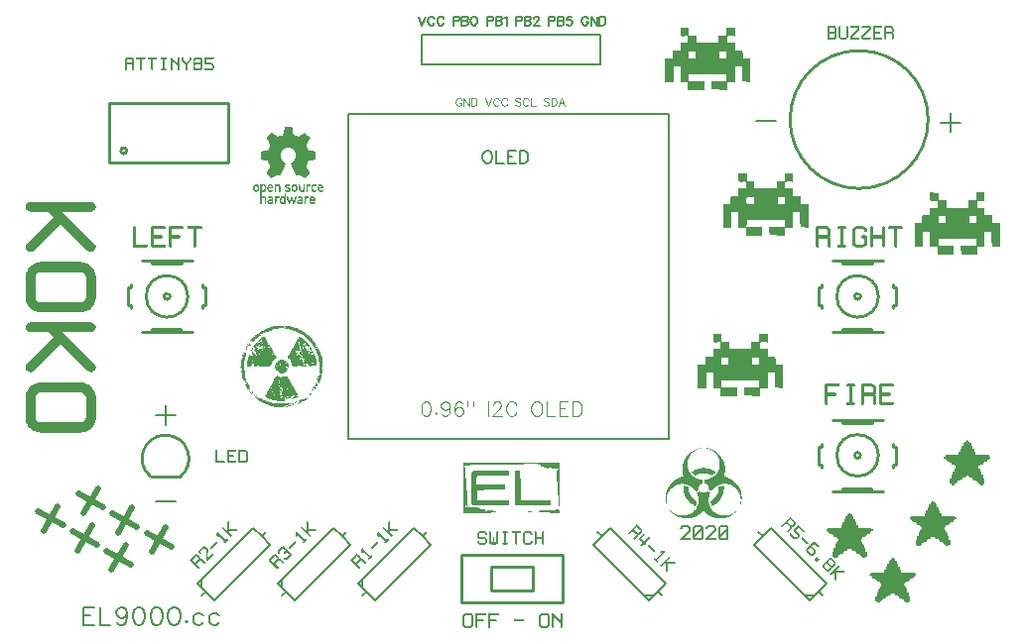
<source format=gto>
G04 Layer: TopSilkLayer*
G04 EasyEDA v6.4.7, 2020-11-20T12:49:30+01:00*
G04 3459f72c1cfb4ed1b42eaf7d9b2f9cca,50b924b206514efda7368a069ed08794,10*
G04 Gerber Generator version 0.2*
G04 Scale: 100 percent, Rotated: No, Reflected: No *
G04 Dimensions in millimeters *
G04 leading zeros omitted , absolute positions ,3 integer and 3 decimal *
%FSLAX33Y33*%
%MOMM*%
G90*
D02*

%ADD10C,0.254000*%
%ADD25C,0.127000*%
%ADD26C,0.228600*%
%ADD27C,0.203200*%
%ADD28C,0.202999*%
%ADD29C,0.206451*%
%ADD30C,0.202997*%
%ADD32C,0.499999*%
%ADD33C,0.150012*%
%ADD35C,0.152400*%
%ADD36C,0.101600*%
%ADD37C,0.100000*%

%LPD*%

%LPD*%
G36*
G01X42577Y14194D02*
G01X40618Y14194D01*
G01X40496Y14193D01*
G01X40384Y14193D01*
G01X40281Y14192D01*
G01X40185Y14191D01*
G01X40097Y14190D01*
G01X40017Y14188D01*
G01X39944Y14186D01*
G01X39878Y14184D01*
G01X39818Y14182D01*
G01X39764Y14179D01*
G01X39716Y14175D01*
G01X39673Y14171D01*
G01X39635Y14167D01*
G01X39602Y14162D01*
G01X39573Y14156D01*
G01X39547Y14150D01*
G01X39526Y14143D01*
G01X39507Y14136D01*
G01X39491Y14128D01*
G01X39477Y14119D01*
G01X39466Y14110D01*
G01X39456Y14099D01*
G01X39447Y14088D01*
G01X39439Y14076D01*
G01X39432Y14063D01*
G01X39426Y14048D01*
G01X39420Y14026D01*
G01X39415Y13998D01*
G01X39409Y13965D01*
G01X39405Y13925D01*
G01X39400Y13881D01*
G01X39396Y13831D01*
G01X39392Y13777D01*
G01X39387Y13718D01*
G01X39384Y13656D01*
G01X39380Y13590D01*
G01X39378Y13520D01*
G01X39375Y13447D01*
G01X39372Y13372D01*
G01X39370Y13294D01*
G01X39369Y13214D01*
G01X39367Y13132D01*
G01X39366Y13048D01*
G01X39364Y12878D01*
G01X39364Y12791D01*
G01X39363Y12705D01*
G01X39364Y12618D01*
G01X39364Y12531D01*
G01X39366Y12361D01*
G01X39367Y12277D01*
G01X39369Y12196D01*
G01X39370Y12115D01*
G01X39372Y12037D01*
G01X39375Y11961D01*
G01X39378Y11889D01*
G01X39380Y11819D01*
G01X39384Y11753D01*
G01X39387Y11691D01*
G01X39392Y11632D01*
G01X39396Y11578D01*
G01X39400Y11528D01*
G01X39405Y11483D01*
G01X39409Y11444D01*
G01X39415Y11411D01*
G01X39420Y11383D01*
G01X39426Y11361D01*
G01X39432Y11346D01*
G01X39439Y11333D01*
G01X39447Y11321D01*
G01X39456Y11310D01*
G01X39466Y11299D01*
G01X39477Y11290D01*
G01X39491Y11281D01*
G01X39507Y11273D01*
G01X39527Y11265D01*
G01X39548Y11259D01*
G01X39574Y11253D01*
G01X39604Y11247D01*
G01X39638Y11242D01*
G01X39677Y11238D01*
G01X39720Y11234D01*
G01X39769Y11230D01*
G01X39824Y11227D01*
G01X39885Y11225D01*
G01X39953Y11222D01*
G01X40028Y11221D01*
G01X40110Y11219D01*
G01X40199Y11218D01*
G01X40297Y11217D01*
G01X40403Y11216D01*
G01X40518Y11216D01*
G01X40642Y11215D01*
G01X42644Y11215D01*
G01X42644Y11618D01*
G01X39865Y11655D01*
G01X39865Y12535D01*
G01X41087Y12554D01*
G01X42309Y12572D01*
G01X42309Y12975D01*
G01X39825Y12975D01*
G01X39845Y13365D01*
G01X39865Y13754D01*
G01X42577Y13791D01*
G01X42577Y14194D01*
G37*

%LPD*%
G36*
G01X43578Y14194D02*
G01X43113Y14194D01*
G01X43113Y11212D01*
G01X44636Y11230D01*
G01X46159Y11249D01*
G01X46180Y11434D01*
G01X46201Y11618D01*
G01X44908Y11636D01*
G01X43615Y11655D01*
G01X43596Y12924D01*
G01X43578Y14194D01*
G37*

%LPD*%
G36*
G01X44469Y10719D02*
G01X44351Y10721D01*
G01X44236Y10719D01*
G01X44169Y10712D01*
G01X44156Y10703D01*
G01X44201Y10692D01*
G01X44285Y10683D01*
G01X44376Y10681D01*
G01X44463Y10684D01*
G01X44537Y10693D01*
G01X44568Y10704D01*
G01X44544Y10713D01*
G01X44469Y10719D01*
G37*

%LPD*%
G36*
G01X46794Y10861D02*
G01X46753Y10863D01*
G01X46704Y10862D01*
G01X46647Y10860D01*
G01X46581Y10857D01*
G01X46505Y10852D01*
G01X46420Y10846D01*
G01X46323Y10838D01*
G01X46215Y10829D01*
G01X46095Y10818D01*
G01X45963Y10806D01*
G01X45817Y10793D01*
G01X45657Y10779D01*
G01X44820Y10703D01*
G01X45490Y10653D01*
G01X45560Y10648D01*
G01X45632Y10642D01*
G01X45705Y10636D01*
G01X45855Y10624D01*
G01X46003Y10612D01*
G01X46075Y10605D01*
G01X46146Y10599D01*
G01X46214Y10593D01*
G01X46280Y10587D01*
G01X46342Y10582D01*
G01X46400Y10576D01*
G01X46453Y10571D01*
G01X46501Y10566D01*
G01X46544Y10562D01*
G01X46670Y10549D01*
G01X46765Y10541D01*
G01X46833Y10541D01*
G01X46879Y10549D01*
G01X46908Y10567D01*
G01X46923Y10597D01*
G01X46928Y10641D01*
G01X46929Y10698D01*
G01X46929Y10723D01*
G01X46930Y10745D01*
G01X46929Y10765D01*
G01X46928Y10784D01*
G01X46924Y10800D01*
G01X46918Y10814D01*
G01X46909Y10827D01*
G01X46896Y10837D01*
G01X46879Y10846D01*
G01X46857Y10852D01*
G01X46829Y10857D01*
G01X46794Y10861D01*
G37*

%LPD*%
G36*
G01X46929Y14872D02*
G01X38694Y14872D01*
G01X38694Y10537D01*
G01X39995Y10537D01*
G01X40123Y10538D01*
G01X40240Y10539D01*
G01X40348Y10540D01*
G01X40446Y10541D01*
G01X40536Y10543D01*
G01X40616Y10546D01*
G01X40689Y10549D01*
G01X40755Y10553D01*
G01X40813Y10557D01*
G01X40865Y10562D01*
G01X40911Y10567D01*
G01X40951Y10573D01*
G01X40986Y10581D01*
G01X41015Y10588D01*
G01X41040Y10597D01*
G01X41061Y10606D01*
G01X41079Y10617D01*
G01X41093Y10628D01*
G01X41104Y10640D01*
G01X41150Y10686D01*
G01X41191Y10705D01*
G01X41234Y10696D01*
G01X41283Y10663D01*
G01X41331Y10630D01*
G01X41373Y10619D01*
G01X41412Y10628D01*
G01X41451Y10658D01*
G01X41477Y10695D01*
G01X41472Y10724D01*
G01X41435Y10747D01*
G01X41365Y10767D01*
G01X41283Y10783D01*
G01X41205Y10797D01*
G01X41131Y10809D01*
G01X41062Y10818D01*
G01X40999Y10824D01*
G01X40942Y10828D01*
G01X40892Y10830D01*
G01X40849Y10828D01*
G01X40815Y10825D01*
G01X40790Y10818D01*
G01X40774Y10809D01*
G01X40769Y10796D01*
G01X40760Y10775D01*
G01X40735Y10757D01*
G01X40698Y10746D01*
G01X40652Y10742D01*
G01X40600Y10745D01*
G01X40578Y10755D01*
G01X40587Y10773D01*
G01X40625Y10801D01*
G01X40640Y10815D01*
G01X40641Y10829D01*
G01X40626Y10843D01*
G01X40598Y10856D01*
G01X40555Y10869D01*
G01X40497Y10882D01*
G01X40426Y10895D01*
G01X40340Y10906D01*
G01X40265Y10917D01*
G01X40197Y10930D01*
G01X40136Y10943D01*
G01X40085Y10958D01*
G01X40045Y10973D01*
G01X40017Y10989D01*
G01X40002Y11003D01*
G01X40002Y11016D01*
G01X40003Y11031D01*
G01X39989Y11043D01*
G01X39961Y11055D01*
G01X39921Y11065D01*
G01X39869Y11074D01*
G01X39807Y11081D01*
G01X39736Y11087D01*
G01X39657Y11090D01*
G01X39572Y11091D01*
G01X39481Y11091D01*
G01X39386Y11088D01*
G01X39288Y11082D01*
G01X39250Y11080D01*
G01X39216Y11081D01*
G01X39187Y11086D01*
G01X39161Y11095D01*
G01X39139Y11110D01*
G01X39120Y11132D01*
G01X39103Y11162D01*
G01X39090Y11201D01*
G01X39078Y11250D01*
G01X39069Y11309D01*
G01X39061Y11381D01*
G01X39055Y11466D01*
G01X39050Y11566D01*
G01X39045Y11680D01*
G01X39041Y11811D01*
G01X39037Y11959D01*
G01X39036Y12006D01*
G01X39034Y12055D01*
G01X39032Y12108D01*
G01X39029Y12164D01*
G01X39026Y12222D01*
G01X39023Y12283D01*
G01X39020Y12347D01*
G01X39016Y12412D01*
G01X39012Y12479D01*
G01X39007Y12548D01*
G01X39002Y12618D01*
G01X38992Y12761D01*
G01X38987Y12834D01*
G01X38975Y12980D01*
G01X38969Y13054D01*
G01X38957Y13198D01*
G01X38951Y13269D01*
G01X38944Y13340D01*
G01X38937Y13409D01*
G01X38931Y13476D01*
G01X38924Y13541D01*
G01X38915Y13637D01*
G01X38905Y13732D01*
G01X38896Y13824D01*
G01X38887Y13913D01*
G01X38878Y13999D01*
G01X38870Y14081D01*
G01X38863Y14159D01*
G01X38856Y14232D01*
G01X38849Y14299D01*
G01X38844Y14361D01*
G01X38839Y14415D01*
G01X38835Y14463D01*
G01X38832Y14504D01*
G01X38829Y14536D01*
G01X38828Y14560D01*
G01X38827Y14574D01*
G01X38829Y14585D01*
G01X38835Y14595D01*
G01X38844Y14605D01*
G01X38859Y14614D01*
G01X38878Y14621D01*
G01X38903Y14629D01*
G01X38933Y14635D01*
G01X38970Y14641D01*
G01X39014Y14646D01*
G01X39064Y14651D01*
G01X39122Y14655D01*
G01X39188Y14658D01*
G01X39262Y14661D01*
G01X39345Y14664D01*
G01X39437Y14666D01*
G01X39539Y14668D01*
G01X39651Y14669D01*
G01X39773Y14670D01*
G01X39905Y14672D01*
G01X40137Y14672D01*
G01X40184Y14673D01*
G01X40283Y14673D01*
G01X40334Y14674D01*
G01X40388Y14674D01*
G01X40443Y14675D01*
G01X40499Y14676D01*
G01X40557Y14676D01*
G01X40616Y14677D01*
G01X40677Y14678D01*
G01X40739Y14679D01*
G01X40802Y14679D01*
G01X40866Y14680D01*
G01X40931Y14681D01*
G01X40997Y14682D01*
G01X41064Y14684D01*
G01X41132Y14685D01*
G01X41270Y14687D01*
G01X41340Y14688D01*
G01X41411Y14690D01*
G01X41482Y14691D01*
G01X41555Y14692D01*
G01X41700Y14695D01*
G01X41846Y14698D01*
G01X41993Y14701D01*
G01X42068Y14703D01*
G01X42141Y14705D01*
G01X42215Y14707D01*
G01X42289Y14708D01*
G01X42363Y14710D01*
G01X42436Y14712D01*
G01X42509Y14713D01*
G01X42582Y14715D01*
G01X42654Y14717D01*
G01X42727Y14719D01*
G01X42869Y14723D01*
G01X42939Y14724D01*
G01X43009Y14726D01*
G01X43078Y14728D01*
G01X43146Y14730D01*
G01X43213Y14732D01*
G01X43319Y14736D01*
G01X43423Y14738D01*
G01X43524Y14741D01*
G01X43623Y14743D01*
G01X43721Y14745D01*
G01X43815Y14747D01*
G01X43908Y14749D01*
G01X43998Y14751D01*
G01X44085Y14752D01*
G01X44170Y14753D01*
G01X44252Y14754D01*
G01X44331Y14755D01*
G01X44407Y14756D01*
G01X44740Y14756D01*
G01X44797Y14755D01*
G01X44849Y14754D01*
G01X44899Y14753D01*
G01X44945Y14752D01*
G01X44987Y14751D01*
G01X45025Y14749D01*
G01X45059Y14747D01*
G01X45088Y14745D01*
G01X45114Y14743D01*
G01X45135Y14741D01*
G01X45153Y14738D01*
G01X45165Y14735D01*
G01X45174Y14732D01*
G01X45177Y14729D01*
G01X45193Y14706D01*
G01X45222Y14686D01*
G01X45258Y14673D01*
G01X45298Y14668D01*
G01X45336Y14662D01*
G01X45357Y14646D01*
G01X45362Y14619D01*
G01X45349Y14584D01*
G01X45335Y14555D01*
G01X45331Y14539D01*
G01X45339Y14537D01*
G01X45356Y14550D01*
G01X45390Y14562D01*
G01X45440Y14557D01*
G01X45500Y14536D01*
G01X45564Y14501D01*
G01X45599Y14480D01*
G01X45642Y14462D01*
G01X45692Y14446D01*
G01X45746Y14432D01*
G01X45802Y14422D01*
G01X45859Y14414D01*
G01X45916Y14409D01*
G01X45971Y14409D01*
G01X46029Y14411D01*
G01X46169Y14411D01*
G01X46247Y14410D01*
G01X46327Y14408D01*
G01X46406Y14405D01*
G01X46482Y14401D01*
G01X46553Y14397D01*
G01X46646Y14390D01*
G01X46717Y14382D01*
G01X46768Y14374D01*
G01X46800Y14364D01*
G01X46815Y14351D01*
G01X46813Y14335D01*
G01X46797Y14315D01*
G01X46767Y14291D01*
G01X46744Y14273D01*
G01X46725Y14252D01*
G01X46709Y14227D01*
G01X46697Y14198D01*
G01X46687Y14162D01*
G01X46680Y14120D01*
G01X46676Y14069D01*
G01X46675Y14008D01*
G01X46675Y13936D01*
G01X46678Y13852D01*
G01X46683Y13755D01*
G01X46690Y13642D01*
G01X46696Y13550D01*
G01X46702Y13459D01*
G01X46720Y13183D01*
G01X46727Y13092D01*
G01X46733Y13001D01*
G01X46740Y12910D01*
G01X46746Y12820D01*
G01X46752Y12731D01*
G01X46759Y12643D01*
G01X46765Y12556D01*
G01X46771Y12470D01*
G01X46778Y12385D01*
G01X46784Y12302D01*
G01X46790Y12220D01*
G01X46796Y12140D01*
G01X46802Y12061D01*
G01X46808Y11985D01*
G01X46814Y11911D01*
G01X46819Y11838D01*
G01X46826Y11768D01*
G01X46831Y11701D01*
G01X46836Y11636D01*
G01X46841Y11574D01*
G01X46846Y11514D01*
G01X46852Y11458D01*
G01X46856Y11404D01*
G01X46861Y11354D01*
G01X46865Y11307D01*
G01X46869Y11263D01*
G01X46873Y11223D01*
G01X46876Y11187D01*
G01X46880Y11154D01*
G01X46883Y11125D01*
G01X46886Y11101D01*
G01X46889Y11080D01*
G01X46891Y11064D01*
G01X46893Y11053D01*
G01X46895Y11045D01*
G01X46896Y11044D01*
G01X46898Y11048D01*
G01X46899Y11058D01*
G01X46900Y11071D01*
G01X46901Y11090D01*
G01X46902Y11113D01*
G01X46903Y11141D01*
G01X46905Y11173D01*
G01X46906Y11209D01*
G01X46907Y11249D01*
G01X46908Y11293D01*
G01X46909Y11341D01*
G01X46910Y11393D01*
G01X46911Y11448D01*
G01X46912Y11507D01*
G01X46913Y11570D01*
G01X46914Y11635D01*
G01X46915Y11704D01*
G01X46916Y11775D01*
G01X46917Y11850D01*
G01X46918Y11927D01*
G01X46919Y12007D01*
G01X46919Y12089D01*
G01X46920Y12174D01*
G01X46921Y12261D01*
G01X46921Y12350D01*
G01X46922Y12441D01*
G01X46922Y12535D01*
G01X46923Y12630D01*
G01X46923Y12726D01*
G01X46924Y12825D01*
G01X46924Y12924D01*
G01X46929Y14872D01*
G37*

%LPC*%
G36*
G01X40643Y10666D02*
G01X40596Y10667D01*
G01X40549Y10663D01*
G01X40526Y10654D01*
G01X40528Y10642D01*
G01X40556Y10627D01*
G01X40593Y10616D01*
G01X40630Y10614D01*
G01X40662Y10619D01*
G01X40684Y10632D01*
G01X40689Y10648D01*
G01X40675Y10659D01*
G01X40643Y10666D01*
G37*
G36*
G01X40910Y10666D02*
G01X40864Y10667D01*
G01X40817Y10663D01*
G01X40795Y10654D01*
G01X40796Y10642D01*
G01X40824Y10627D01*
G01X40861Y10616D01*
G01X40897Y10614D01*
G01X40929Y10619D01*
G01X40952Y10632D01*
G01X40957Y10648D01*
G01X40942Y10659D01*
G01X40910Y10666D01*
G37*
G36*
G01X38974Y11228D02*
G01X38936Y11260D01*
G01X38911Y11259D01*
G01X38898Y11222D01*
G01X38894Y11147D01*
G01X38898Y11072D01*
G01X38911Y11035D01*
G01X38936Y11034D01*
G01X38974Y11066D01*
G01X39010Y11109D01*
G01X39022Y11147D01*
G01X39010Y11185D01*
G01X38974Y11228D01*
G37*

%LPD*%
G36*
G01X20371Y25057D02*
G01X20357Y25060D01*
G01X20336Y25051D01*
G01X20312Y25033D01*
G01X20287Y25007D01*
G01X20265Y24976D01*
G01X20251Y24948D01*
G01X20245Y24924D01*
G01X20249Y24909D01*
G01X20263Y24906D01*
G01X20284Y24914D01*
G01X20309Y24933D01*
G01X20334Y24959D01*
G01X20356Y24989D01*
G01X20370Y25018D01*
G01X20376Y25041D01*
G01X20371Y25057D01*
G37*

%LPD*%
G36*
G01X20790Y24724D02*
G01X20777Y24740D01*
G01X20748Y24722D01*
G01X20694Y24670D01*
G01X20643Y24611D01*
G01X20622Y24560D01*
G01X20630Y24518D01*
G01X20666Y24484D01*
G01X20714Y24454D01*
G01X20714Y24528D01*
G01X20717Y24557D01*
G01X20725Y24581D01*
G01X20738Y24597D01*
G01X20753Y24602D01*
G01X20769Y24608D01*
G01X20781Y24623D01*
G01X20790Y24646D01*
G01X20793Y24674D01*
G01X20790Y24724D01*
G37*

%LPD*%
G36*
G01X20479Y25069D02*
G01X20416Y25090D01*
G01X20447Y25040D01*
G01X20478Y24989D01*
G01X20343Y24909D01*
G01X20286Y24871D01*
G01X20230Y24825D01*
G01X20182Y24778D01*
G01X20148Y24734D01*
G01X20090Y24640D01*
G01X20137Y24669D01*
G01X20185Y24699D01*
G01X20225Y24436D01*
G01X20239Y24697D01*
G01X20405Y24705D01*
G01X20346Y24729D01*
G01X20288Y24753D01*
G01X20346Y24811D01*
G01X20376Y24836D01*
G01X20414Y24862D01*
G01X20454Y24885D01*
G01X20492Y24902D01*
G01X20579Y24935D01*
G01X20560Y24992D01*
G01X20548Y25015D01*
G01X20528Y25038D01*
G01X20505Y25057D01*
G01X20479Y25069D01*
G37*

%LPD*%
G36*
G01X20779Y24411D02*
G01X20761Y24412D01*
G01X20743Y24408D01*
G01X20728Y24398D01*
G01X20717Y24381D01*
G01X20714Y24362D01*
G01X20714Y24312D01*
G01X20761Y24341D01*
G01X20779Y24354D01*
G01X20795Y24368D01*
G01X20805Y24381D01*
G01X20808Y24392D01*
G01X20805Y24400D01*
G01X20795Y24406D01*
G01X20779Y24411D01*
G37*

%LPD*%
G36*
G01X20040Y24437D02*
G01X20027Y24441D01*
G01X20012Y24431D01*
G01X19996Y24410D01*
G01X19981Y24379D01*
G01X19949Y24294D01*
G01X20008Y24352D01*
G01X20029Y24377D01*
G01X20042Y24401D01*
G01X20046Y24423D01*
G01X20040Y24437D01*
G37*

%LPD*%
G36*
G01X24826Y25615D02*
G01X24715Y25688D01*
G01X24411Y25160D01*
G01X24359Y25069D01*
G01X24308Y24981D01*
G01X24258Y24894D01*
G01X24210Y24811D01*
G01X24164Y24730D01*
G01X24119Y24651D01*
G01X24075Y24576D01*
G01X24034Y24504D01*
G01X23995Y24435D01*
G01X23957Y24369D01*
G01X23922Y24307D01*
G01X23889Y24249D01*
G01X23859Y24195D01*
G01X23830Y24145D01*
G01X23805Y24100D01*
G01X23782Y24059D01*
G01X23762Y24023D01*
G01X23745Y23991D01*
G01X23730Y23965D01*
G01X23719Y23944D01*
G01X23710Y23928D01*
G01X23703Y23914D01*
G01X23716Y23896D01*
G01X23750Y23856D01*
G01X23800Y23800D01*
G01X23862Y23734D01*
G01X24021Y23566D01*
G01X24143Y23129D01*
G01X24569Y23129D01*
G01X24517Y23327D01*
G01X24686Y23174D01*
G01X24746Y23246D01*
G01X24773Y23274D01*
G01X24800Y23297D01*
G01X24825Y23313D01*
G01X24844Y23319D01*
G01X24881Y23319D01*
G01X24831Y23129D01*
G01X25298Y23129D01*
G01X25279Y23295D01*
G01X25268Y23362D01*
G01X25252Y23421D01*
G01X25235Y23465D01*
G01X25217Y23488D01*
G01X25201Y23503D01*
G01X25187Y23521D01*
G01X25178Y23542D01*
G01X25175Y23563D01*
G01X25175Y23612D01*
G01X25365Y23414D01*
G01X25438Y23333D01*
G01X25499Y23261D01*
G01X25539Y23205D01*
G01X25554Y23172D01*
G01X25554Y23129D01*
G01X25747Y23129D01*
G01X25794Y23255D01*
G01X25843Y23382D01*
G01X25733Y23450D01*
G01X25790Y23539D01*
G01X25846Y23628D01*
G01X25820Y23545D01*
G01X25794Y23461D01*
G01X25852Y23456D01*
G01X25878Y23454D01*
G01X25903Y23453D01*
G01X25926Y23454D01*
G01X25944Y23455D01*
G01X25978Y23460D01*
G01X25951Y23389D01*
G01X25937Y23362D01*
G01X25919Y23340D01*
G01X25900Y23324D01*
G01X25882Y23319D01*
G01X25839Y23319D01*
G01X25839Y23138D01*
G01X26171Y23138D01*
G01X26171Y23580D01*
G01X26080Y23899D01*
G01X26056Y23981D01*
G01X26030Y24059D01*
G01X26003Y24134D01*
G01X25976Y24204D01*
G01X25948Y24269D01*
G01X25920Y24327D01*
G01X25893Y24379D01*
G01X25867Y24423D01*
G01X25842Y24459D01*
G01X25819Y24485D01*
G01X25797Y24502D01*
G01X25779Y24507D01*
G01X25739Y24507D01*
G01X25767Y24555D01*
G01X25797Y24602D01*
G01X25654Y24804D01*
G01X25609Y24866D01*
G01X25565Y24926D01*
G01X25520Y24984D01*
G01X25474Y25040D01*
G01X25428Y25093D01*
G01X25382Y25144D01*
G01X25337Y25194D01*
G01X25290Y25240D01*
G01X25245Y25284D01*
G01X25200Y25325D01*
G01X25154Y25364D01*
G01X25110Y25399D01*
G01X24973Y25505D01*
G01X24925Y25474D01*
G01X24875Y25444D01*
G01X24906Y25493D01*
G01X24936Y25543D01*
G01X24826Y25615D01*
G37*

%LPC*%
G36*
G01X25127Y23319D02*
G01X25086Y23319D01*
G01X25065Y23313D01*
G01X25039Y23298D01*
G01X25034Y23294D01*
G01X25080Y23224D01*
G01X25126Y23153D01*
G01X25126Y23235D01*
G01X25127Y23319D01*
G37*
G36*
G01X25032Y23176D02*
G01X25034Y23294D01*
G01X25011Y23275D01*
G01X24985Y23248D01*
G01X24926Y23176D01*
G01X25032Y23176D01*
G37*
G36*
G01X24711Y25173D02*
G01X24648Y25292D01*
G01X24683Y25102D01*
G01X24690Y25059D01*
G01X24696Y25011D01*
G01X24702Y24960D01*
G01X24707Y24907D01*
G01X24711Y24853D01*
G01X24714Y24800D01*
G01X24716Y24750D01*
G01X24716Y24705D01*
G01X24715Y24499D01*
G01X24649Y24458D01*
G01X24582Y24416D01*
G01X24537Y24462D01*
G01X24492Y24497D01*
G01X24455Y24504D01*
G01X24424Y24485D01*
G01X24399Y24438D01*
G01X24372Y24368D01*
G01X24478Y24303D01*
G01X24410Y24412D01*
G01X24454Y24412D01*
G01X24477Y24406D01*
G01X24505Y24389D01*
G01X24535Y24364D01*
G01X24564Y24333D01*
G01X24629Y24254D01*
G01X24570Y24234D01*
G01X24510Y24214D01*
G01X24510Y24032D01*
G01X24602Y24032D01*
G01X24551Y24165D01*
G01X24598Y24194D01*
G01X24644Y24222D01*
G01X24791Y24037D01*
G01X24938Y23851D01*
G01X24881Y23675D01*
G01X24932Y23746D01*
G01X24984Y23818D01*
G01X24989Y23770D01*
G01X24991Y23741D01*
G01X24991Y23697D01*
G01X24989Y23643D01*
G01X24986Y23587D01*
G01X24977Y23451D01*
G01X25025Y23480D01*
G01X25073Y23510D01*
G01X25116Y23343D01*
G01X25122Y23450D01*
G01X25127Y23556D01*
G01X25009Y23558D01*
G01X25059Y23593D01*
G01X25082Y23613D01*
G01X25105Y23642D01*
G01X25125Y23676D01*
G01X25141Y23711D01*
G01X25172Y23794D01*
G01X25035Y23794D01*
G01X24941Y23972D01*
G01X24974Y24010D01*
G01X25009Y24047D01*
G01X24956Y24017D01*
G01X24904Y23988D01*
G01X24814Y24096D01*
G01X24747Y24188D01*
G01X24714Y24264D01*
G01X24714Y24328D01*
G01X24745Y24386D01*
G01X24794Y24445D01*
G01X24732Y24507D01*
G01X24890Y24507D01*
G01X24890Y24569D01*
G01X24886Y24597D01*
G01X24876Y24626D01*
G01X24862Y24654D01*
G01X24844Y24677D01*
G01X24825Y24708D01*
G01X24808Y24758D01*
G01X24795Y24821D01*
G01X24787Y24888D01*
G01X24777Y24962D01*
G01X24760Y25040D01*
G01X24737Y25114D01*
G01X24711Y25173D01*
G37*
G36*
G01X24187Y23670D02*
G01X24153Y23694D01*
G01X24135Y23688D01*
G01X24131Y23651D01*
G01X24135Y23633D01*
G01X24145Y23618D01*
G01X24161Y23608D01*
G01X24181Y23604D01*
G01X24231Y23604D01*
G01X24183Y23525D01*
G01X24321Y23525D01*
G01X24242Y23612D01*
G01X24187Y23670D01*
G37*
G36*
G01X24825Y23873D02*
G01X24761Y23873D01*
G01X24784Y23782D01*
G01X24808Y23691D01*
G01X24848Y23755D01*
G01X24864Y23781D01*
G01X24877Y23807D01*
G01X24886Y23830D01*
G01X24889Y23845D01*
G01X24885Y23857D01*
G01X24871Y23865D01*
G01X24851Y23871D01*
G01X24825Y23873D01*
G37*
G36*
G01X25075Y23960D02*
G01X25053Y23982D01*
G01X25038Y23976D01*
G01X25032Y23939D01*
G01X25036Y23920D01*
G01X25046Y23899D01*
G01X25061Y23881D01*
G01X25079Y23866D01*
G01X25126Y23837D01*
G01X25098Y23911D01*
G01X25075Y23960D01*
G37*
G36*
G01X25899Y24234D02*
G01X25870Y24264D01*
G01X25844Y24258D01*
G01X25815Y24221D01*
G01X25785Y24173D01*
G01X25741Y24201D01*
G01X25697Y24227D01*
G01X25697Y24181D01*
G01X25701Y24161D01*
G01X25714Y24142D01*
G01X25733Y24124D01*
G01X25756Y24111D01*
G01X25815Y24087D01*
G01X25744Y24036D01*
G01X25673Y23986D01*
G01X25839Y23984D01*
G01X25839Y24124D01*
G01X25993Y24065D01*
G01X25938Y24168D01*
G01X25899Y24234D01*
G37*
G36*
G01X25514Y24316D02*
G01X25473Y24484D01*
G01X25474Y24328D01*
G01X25476Y24265D01*
G01X25484Y24211D01*
G01X25495Y24171D01*
G01X25509Y24150D01*
G01X25543Y24128D01*
G01X25566Y24245D01*
G01X25588Y24362D01*
G01X25514Y24316D01*
G37*
G36*
G01X24934Y24317D02*
G01X24885Y24317D01*
G01X24914Y24270D01*
G01X24927Y24251D01*
G01X24940Y24236D01*
G01X24954Y24226D01*
G01X24964Y24222D01*
G01X24972Y24226D01*
G01X24979Y24236D01*
G01X24983Y24251D01*
G01X24985Y24270D01*
G01X24981Y24288D01*
G01X24970Y24303D01*
G01X24954Y24313D01*
G01X24934Y24317D01*
G37*
G36*
G01X25063Y24473D02*
G01X25040Y24531D01*
G01X25042Y24389D01*
G01X25044Y24246D01*
G01X25065Y24330D01*
G01X25072Y24367D01*
G01X25074Y24407D01*
G01X25071Y24443D01*
G01X25063Y24473D01*
G37*
G36*
G01X24881Y24437D02*
G01X24868Y24441D01*
G01X24853Y24431D01*
G01X24836Y24410D01*
G01X24822Y24379D01*
G01X24790Y24294D01*
G01X24848Y24352D01*
G01X24869Y24377D01*
G01X24882Y24401D01*
G01X24887Y24423D01*
G01X24881Y24437D01*
G37*
G36*
G01X25153Y25197D02*
G01X25080Y25292D01*
G01X25173Y25078D01*
G01X25265Y24864D01*
G01X25220Y24819D01*
G01X25202Y24798D01*
G01X25188Y24774D01*
G01X25178Y24751D01*
G01X25175Y24730D01*
G01X25175Y24687D01*
G01X25322Y24744D01*
G01X25264Y24650D01*
G01X25354Y24650D01*
G01X25341Y24484D01*
G01X25540Y24511D01*
G01X25660Y24366D01*
G01X25750Y24422D01*
G01X25667Y24515D01*
G01X25633Y24556D01*
G01X25604Y24601D01*
G01X25583Y24644D01*
G01X25572Y24679D01*
G01X25564Y24712D01*
G01X25549Y24749D01*
G01X25528Y24786D01*
G01X25505Y24819D01*
G01X25448Y24888D01*
G01X25280Y24888D01*
G01X25253Y24995D01*
G01X25237Y25044D01*
G01X25213Y25098D01*
G01X25184Y25152D01*
G01X25153Y25197D01*
G37*
G36*
G01X25018Y25113D02*
G01X24996Y25197D01*
G01X24990Y25093D01*
G01X24991Y25050D01*
G01X24998Y25012D01*
G01X25010Y24982D01*
G01X25024Y24964D01*
G01X25064Y24940D01*
G01X25026Y24626D01*
G01X25076Y24697D01*
G01X25095Y24735D01*
G01X25111Y24786D01*
G01X25122Y24843D01*
G01X25126Y24900D01*
G01X25127Y25030D01*
G01X25083Y25030D01*
G01X25064Y25037D01*
G01X25046Y25055D01*
G01X25029Y25081D01*
G01X25018Y25113D01*
G37*

%LPD*%
G36*
G01X25450Y24818D02*
G01X25437Y24821D01*
G01X25422Y24812D01*
G01X25406Y24790D01*
G01X25392Y24759D01*
G01X25359Y24674D01*
G01X25418Y24732D01*
G01X25439Y24757D01*
G01X25451Y24782D01*
G01X25456Y24803D01*
G01X25450Y24818D01*
G37*

%LPD*%
G36*
G01X25492Y24646D02*
G01X25483Y24650D01*
G01X25474Y24646D01*
G01X25442Y24614D01*
G01X25422Y24591D01*
G01X25373Y24531D01*
G01X25594Y24531D01*
G01X25544Y24591D01*
G01X25525Y24614D01*
G01X25506Y24632D01*
G01X25492Y24646D01*
G37*

%LPD*%
G36*
G01X21853Y25462D02*
G01X21711Y25720D01*
G01X21680Y25609D01*
G01X21650Y25498D01*
G01X21588Y25599D01*
G01X21305Y25368D01*
G01X21246Y25319D01*
G01X21186Y25267D01*
G01X21128Y25214D01*
G01X21073Y25162D01*
G01X21022Y25111D01*
G01X20978Y25064D01*
G01X20941Y25023D01*
G01X20913Y24988D01*
G01X20804Y24838D01*
G01X20877Y24764D01*
G01X20906Y24730D01*
G01X20929Y24692D01*
G01X20945Y24655D01*
G01X20951Y24623D01*
G01X20951Y24555D01*
G01X20832Y24552D01*
G01X20974Y24436D01*
G01X20977Y24341D01*
G01X20978Y24246D01*
G01X20893Y24162D01*
G01X20808Y24080D01*
G01X20808Y24280D01*
G01X20740Y24253D01*
G01X20672Y24227D01*
G01X20653Y24261D01*
G01X20647Y24269D01*
G01X20644Y24266D01*
G01X20645Y24254D01*
G01X20649Y24234D01*
G01X20652Y24206D01*
G01X20651Y24172D01*
G01X20646Y24137D01*
G01X20636Y24105D01*
G01X20610Y24034D01*
G01X20536Y24109D01*
G01X20461Y24183D01*
G01X20419Y24107D01*
G01X20403Y24073D01*
G01X20386Y24021D01*
G01X20367Y23956D01*
G01X20348Y23880D01*
G01X20328Y23797D01*
G01X20309Y23708D01*
G01X20291Y23618D01*
G01X20274Y23531D01*
G01X20260Y23447D01*
G01X20250Y23372D01*
G01X20242Y23307D01*
G01X20240Y23257D01*
G01X20239Y23123D01*
G01X20274Y23143D01*
G01X20296Y23149D01*
G01X20328Y23148D01*
G01X20365Y23141D01*
G01X20405Y23129D01*
G01X20500Y23094D01*
G01X20563Y23194D01*
G01X20625Y23295D01*
G01X20599Y23209D01*
G01X20573Y23124D01*
G01X20619Y23153D01*
G01X20638Y23168D01*
G01X20652Y23190D01*
G01X20663Y23215D01*
G01X20666Y23239D01*
G01X20673Y23265D01*
G01X20691Y23294D01*
G01X20717Y23323D01*
G01X20749Y23348D01*
G01X20832Y23400D01*
G01X20839Y23282D01*
G01X20847Y23164D01*
G01X20911Y23124D01*
G01X20974Y23084D01*
G01X21005Y23190D01*
G01X21036Y23295D01*
G01X21049Y23057D01*
G01X21098Y23143D01*
G01X21149Y23229D01*
G01X21275Y23124D01*
G01X21711Y23103D01*
G01X22147Y23083D01*
G01X22327Y23179D01*
G01X22327Y23275D01*
G01X22333Y23332D01*
G01X22349Y23392D01*
G01X22374Y23456D01*
G01X22409Y23521D01*
G01X22450Y23586D01*
G01X22499Y23649D01*
G01X22554Y23709D01*
G01X22614Y23765D01*
G01X22762Y23890D01*
G01X22654Y24067D01*
G01X22609Y24139D01*
G01X22568Y24201D01*
G01X22535Y24246D01*
G01X22514Y24270D01*
G01X22499Y24287D01*
G01X22482Y24318D01*
G01X22464Y24358D01*
G01X22449Y24401D01*
G01X22415Y24509D01*
G01X22313Y24445D01*
G01X22379Y24553D01*
G01X22329Y24648D01*
G01X22278Y24742D01*
G01X22042Y24652D01*
G01X22050Y24864D01*
G01X22074Y24805D01*
G01X22109Y24765D01*
G01X22163Y24747D01*
G01X22211Y24751D01*
G01X22232Y24782D01*
G01X22223Y24810D01*
G01X22197Y24859D01*
G01X22160Y24922D01*
G01X22114Y24993D01*
G01X22068Y25063D01*
G01X22030Y25122D01*
G01X22004Y25166D01*
G01X21995Y25187D01*
G01X21984Y25214D01*
G01X21953Y25275D01*
G01X21908Y25361D01*
G01X21853Y25462D01*
G37*

%LPC*%
G36*
G01X20779Y23602D02*
G01X20761Y23604D01*
G01X20743Y23600D01*
G01X20728Y23589D01*
G01X20717Y23573D01*
G01X20714Y23554D01*
G01X20714Y23503D01*
G01X20761Y23533D01*
G01X20779Y23546D01*
G01X20795Y23559D01*
G01X20805Y23573D01*
G01X20808Y23583D01*
G01X20805Y23591D01*
G01X20795Y23598D01*
G01X20779Y23602D01*
G37*
G36*
G01X21222Y23901D02*
G01X21201Y24008D01*
G01X21201Y23580D01*
G01X21222Y23687D01*
G01X21228Y23737D01*
G01X21230Y23794D01*
G01X21228Y23851D01*
G01X21222Y23901D01*
G37*
G36*
G01X20695Y23829D02*
G01X20666Y23858D01*
G01X20670Y23766D01*
G01X20674Y23675D01*
G01X20699Y23738D01*
G01X20706Y23764D01*
G01X20708Y23790D01*
G01X20704Y23813D01*
G01X20695Y23829D01*
G37*
G36*
G01X21001Y24166D02*
G01X20939Y24186D01*
G01X20960Y24124D01*
G01X20973Y24098D01*
G01X20993Y24074D01*
G01X21017Y24054D01*
G01X21043Y24041D01*
G01X21105Y24020D01*
G01X21085Y24083D01*
G01X21072Y24108D01*
G01X21052Y24132D01*
G01X21027Y24153D01*
G01X21001Y24166D01*
G37*
G36*
G01X20732Y24123D02*
G01X20714Y24127D01*
G01X20695Y24123D01*
G01X20680Y24113D01*
G01X20670Y24098D01*
G01X20666Y24080D01*
G01X20670Y24061D01*
G01X20680Y24046D01*
G01X20695Y24035D01*
G01X20714Y24032D01*
G01X20732Y24035D01*
G01X20747Y24046D01*
G01X20758Y24061D01*
G01X20761Y24080D01*
G01X20758Y24098D01*
G01X20747Y24113D01*
G01X20732Y24123D01*
G37*
G36*
G01X21320Y24181D02*
G01X21301Y24241D01*
G01X21264Y24181D01*
G01X21226Y24121D01*
G01X21255Y24092D01*
G01X21283Y24063D01*
G01X21312Y24092D01*
G01X21321Y24108D01*
G01X21326Y24130D01*
G01X21326Y24155D01*
G01X21320Y24181D01*
G37*
G36*
G01X22466Y24222D02*
G01X22375Y24222D01*
G01X22375Y24151D01*
G01X22376Y24123D01*
G01X22380Y24100D01*
G01X22386Y24085D01*
G01X22393Y24080D01*
G01X22403Y24085D01*
G01X22415Y24100D01*
G01X22427Y24123D01*
G01X22439Y24151D01*
G01X22466Y24222D01*
G37*
G36*
G01X21747Y24819D02*
G01X21713Y24854D01*
G01X21653Y24697D01*
G01X21521Y24697D01*
G01X21521Y24460D01*
G01X21613Y24460D01*
G01X21558Y24603D01*
G01X21669Y24694D01*
G01X21782Y24784D01*
G01X21747Y24819D01*
G37*
G36*
G01X21627Y25363D02*
G01X21597Y25363D01*
G01X21586Y25345D01*
G01X21576Y25293D01*
G01X21570Y25218D01*
G01X21568Y25126D01*
G01X21568Y24888D01*
G01X21467Y24888D01*
G01X21527Y25102D01*
G01X21477Y25030D01*
G01X21458Y24992D01*
G01X21441Y24941D01*
G01X21431Y24883D01*
G01X21426Y24825D01*
G01X21426Y24691D01*
G01X21351Y24765D01*
G01X21291Y24816D01*
G01X21241Y24837D01*
G01X21199Y24828D01*
G01X21163Y24790D01*
G01X21132Y24741D01*
G01X21190Y24671D01*
G01X21247Y24602D01*
G01X21133Y24602D01*
G01X21150Y24552D01*
G01X21160Y24532D01*
G01X21176Y24517D01*
G01X21194Y24507D01*
G01X21213Y24504D01*
G01X21259Y24508D01*
G01X21266Y24591D01*
G01X21269Y24626D01*
G01X21273Y24661D01*
G01X21276Y24691D01*
G01X21278Y24713D01*
G01X21283Y24752D01*
G01X21437Y24598D01*
G01X21587Y24812D01*
G01X21607Y25088D01*
G01X21627Y25363D01*
G37*
G36*
G01X21064Y24886D02*
G01X21046Y24888D01*
G01X21027Y24884D01*
G01X21013Y24873D01*
G01X21002Y24857D01*
G01X20998Y24838D01*
G01X20998Y24787D01*
G01X21046Y24816D01*
G01X21064Y24829D01*
G01X21080Y24843D01*
G01X21090Y24856D01*
G01X21093Y24867D01*
G01X21090Y24875D01*
G01X21080Y24882D01*
G01X21064Y24886D01*
G37*
G36*
G01X21365Y24979D02*
G01X21357Y24983D01*
G01X21347Y24979D01*
G01X21334Y24969D01*
G01X21320Y24954D01*
G01X21307Y24935D01*
G01X21278Y24888D01*
G01X21328Y24888D01*
G01X21347Y24891D01*
G01X21363Y24902D01*
G01X21374Y24917D01*
G01X21378Y24935D01*
G01X21376Y24954D01*
G01X21372Y24969D01*
G01X21365Y24979D01*
G37*
G36*
G01X21138Y25173D02*
G01X21088Y25173D01*
G01X21117Y25126D01*
G01X21130Y25107D01*
G01X21144Y25092D01*
G01X21157Y25081D01*
G01X21168Y25078D01*
G01X21176Y25081D01*
G01X21182Y25092D01*
G01X21187Y25107D01*
G01X21188Y25126D01*
G01X21184Y25144D01*
G01X21174Y25159D01*
G01X21157Y25169D01*
G01X21138Y25173D01*
G37*
G36*
G01X21408Y25305D02*
G01X21409Y25314D01*
G01X21399Y25308D01*
G01X21377Y25293D01*
G01X21346Y25270D01*
G01X21309Y25242D01*
G01X21217Y25173D01*
G01X21307Y25082D01*
G01X21362Y25199D01*
G01X21382Y25245D01*
G01X21398Y25281D01*
G01X21408Y25305D01*
G37*
G36*
G01X21502Y25350D02*
G01X21473Y25379D01*
G01X21477Y25288D01*
G01X21480Y25197D01*
G01X21505Y25259D01*
G01X21513Y25286D01*
G01X21514Y25312D01*
G01X21511Y25334D01*
G01X21502Y25350D01*
G37*

%LPD*%
G36*
G01X23306Y23687D02*
G01X23251Y23694D01*
G01X23195Y23693D01*
G01X23138Y23685D01*
G01X23078Y23670D01*
G01X23017Y23648D01*
G01X22953Y23619D01*
G01X22796Y23542D01*
G01X22858Y23503D01*
G01X22921Y23463D01*
G01X22713Y23461D01*
G01X22685Y23373D01*
G01X22674Y23324D01*
G01X22663Y23256D01*
G01X22655Y23179D01*
G01X22650Y23102D01*
G01X22643Y22920D01*
G01X22696Y22902D01*
G01X22749Y22885D01*
G01X22691Y22732D01*
G01X22741Y22764D01*
G01X22792Y22795D01*
G01X22848Y22649D01*
G01X23158Y22518D01*
G01X23190Y22597D01*
G01X23222Y22677D01*
G01X23225Y22594D01*
G01X23229Y22510D01*
G01X23293Y22510D01*
G01X23331Y22519D01*
G01X23384Y22542D01*
G01X23448Y22576D01*
G01X23514Y22618D01*
G01X23671Y22724D01*
G01X23737Y22915D01*
G01X23803Y23105D01*
G01X23776Y23252D01*
G01X23750Y23398D01*
G01X23644Y23495D01*
G01X23585Y23546D01*
G01X23527Y23589D01*
G01X23471Y23625D01*
G01X23416Y23653D01*
G01X23361Y23674D01*
G01X23306Y23687D01*
G37*

%LPC*%
G36*
G01X22881Y22950D02*
G01X22857Y23010D01*
G01X22857Y22772D01*
G01X22881Y22832D01*
G01X22888Y22859D01*
G01X22891Y22891D01*
G01X22888Y22922D01*
G01X22881Y22950D01*
G37*
G36*
G01X23594Y23088D02*
G01X23569Y23153D01*
G01X23565Y23074D01*
G01X23561Y22996D01*
G01X23703Y22941D01*
G01X23703Y23047D01*
G01X23702Y23153D01*
G01X23620Y23023D01*
G01X23594Y23088D01*
G37*
G36*
G01X22883Y23314D02*
G01X22849Y23316D01*
G01X22809Y23282D01*
G01X22776Y23219D01*
G01X22745Y23119D01*
G01X22802Y23064D01*
G01X22860Y23010D01*
G01X22828Y23116D01*
G01X22796Y23224D01*
G01X22846Y23224D01*
G01X22866Y23227D01*
G01X22882Y23237D01*
G01X22893Y23253D01*
G01X22897Y23271D01*
G01X22883Y23314D01*
G37*
G36*
G01X23115Y23353D02*
G01X23087Y23382D01*
G01X23090Y23291D01*
G01X23094Y23200D01*
G01X23119Y23262D01*
G01X23126Y23289D01*
G01X23128Y23315D01*
G01X23124Y23337D01*
G01X23115Y23353D01*
G37*
G36*
G01X23599Y23391D02*
G01X23587Y23395D01*
G01X23571Y23385D01*
G01X23555Y23364D01*
G01X23540Y23333D01*
G01X23508Y23248D01*
G01X23567Y23306D01*
G01X23588Y23331D01*
G01X23601Y23355D01*
G01X23605Y23377D01*
G01X23599Y23391D01*
G37*

%LPD*%
G36*
G01X23947Y26531D02*
G01X23632Y26598D01*
G01X23205Y26593D01*
G01X23146Y26592D01*
G01X23084Y26591D01*
G01X23023Y26588D01*
G01X22961Y26586D01*
G01X22900Y26582D01*
G01X22841Y26578D01*
G01X22784Y26574D01*
G01X22731Y26569D01*
G01X22681Y26564D01*
G01X22637Y26559D01*
G01X22598Y26553D01*
G01X22565Y26548D01*
G01X22509Y26536D01*
G01X22449Y26522D01*
G01X22387Y26505D01*
G01X22323Y26487D01*
G01X22257Y26467D01*
G01X22192Y26445D01*
G01X22127Y26424D01*
G01X22064Y26401D01*
G01X22004Y26378D01*
G01X21947Y26356D01*
G01X21895Y26334D01*
G01X21849Y26313D01*
G01X21808Y26293D01*
G01X21775Y26274D01*
G01X21750Y26257D01*
G01X21734Y26243D01*
G01X21700Y26207D01*
G01X21665Y26185D01*
G01X21623Y26175D01*
G01X21567Y26172D01*
G01X21519Y26172D01*
G01X21549Y26053D01*
G01X21578Y25934D01*
G01X21548Y25934D01*
G01X21533Y25941D01*
G01X21516Y25963D01*
G01X21498Y25994D01*
G01X21481Y26032D01*
G01X21445Y26130D01*
G01X21162Y25920D01*
G01X21102Y25874D01*
G01X21038Y25823D01*
G01X20973Y25769D01*
G01X20909Y25713D01*
G01X20847Y25658D01*
G01X20790Y25604D01*
G01X20739Y25554D01*
G01X20697Y25510D01*
G01X20514Y25309D01*
G01X20690Y25340D01*
G01X20676Y25256D01*
G01X20672Y25198D01*
G01X20690Y25177D01*
G01X20733Y25196D01*
G01X20806Y25253D01*
G01X20899Y25332D01*
G01X20874Y25373D01*
G01X20849Y25413D01*
G01X20889Y25400D01*
G01X20901Y25401D01*
G01X20922Y25410D01*
G01X20951Y25426D01*
G01X20986Y25448D01*
G01X21027Y25475D01*
G01X21074Y25508D01*
G01X21126Y25546D01*
G01X21181Y25587D01*
G01X21239Y25633D01*
G01X21300Y25681D01*
G01X21363Y25731D01*
G01X21426Y25784D01*
G01X21430Y25794D01*
G01X21425Y25804D01*
G01X21411Y25816D01*
G01X21390Y25825D01*
G01X21367Y25837D01*
G01X21348Y25852D01*
G01X21335Y25869D01*
G01X21331Y25886D01*
G01X21331Y25925D01*
G01X21428Y25899D01*
G01X21525Y25874D01*
G01X21713Y25959D01*
G01X21900Y26043D01*
G01X21902Y26195D01*
G01X21938Y26139D01*
G01X21973Y26082D01*
G01X22257Y26178D01*
G01X22541Y26273D01*
G01X23381Y26355D01*
G01X23625Y26315D01*
G01X23678Y26305D01*
G01X23735Y26294D01*
G01X23795Y26280D01*
G01X23857Y26264D01*
G01X23922Y26247D01*
G01X23988Y26228D01*
G01X24055Y26208D01*
G01X24123Y26187D01*
G01X24191Y26164D01*
G01X24259Y26142D01*
G01X24325Y26118D01*
G01X24390Y26094D01*
G01X24453Y26070D01*
G01X24514Y26045D01*
G01X24572Y26021D01*
G01X24627Y25997D01*
G01X24677Y25973D01*
G01X24724Y25950D01*
G01X24764Y25928D01*
G01X24800Y25907D01*
G01X24873Y25862D01*
G01X24936Y25825D01*
G01X24984Y25800D01*
G01X25008Y25791D01*
G01X25023Y25787D01*
G01X25044Y25776D01*
G01X25071Y25758D01*
G01X25104Y25733D01*
G01X25140Y25703D01*
G01X25181Y25668D01*
G01X25225Y25629D01*
G01X25272Y25585D01*
G01X25321Y25538D01*
G01X25372Y25489D01*
G01X25424Y25437D01*
G01X25476Y25384D01*
G01X25528Y25329D01*
G01X25579Y25275D01*
G01X25629Y25221D01*
G01X25677Y25167D01*
G01X25722Y25115D01*
G01X25764Y25065D01*
G01X25803Y25017D01*
G01X25838Y24973D01*
G01X25969Y24796D01*
G01X26007Y24830D01*
G01X26044Y24864D01*
G01X26015Y24812D01*
G01X25985Y24761D01*
G01X26083Y24563D01*
G01X26117Y24497D01*
G01X26149Y24442D01*
G01X26177Y24400D01*
G01X26199Y24372D01*
G01X26214Y24360D01*
G01X26221Y24365D01*
G01X26217Y24390D01*
G01X26202Y24435D01*
G01X26175Y24504D01*
G01X26281Y24570D01*
G01X26251Y24419D01*
G01X26221Y24267D01*
G01X26289Y24066D01*
G01X26302Y24024D01*
G01X26315Y23978D01*
G01X26328Y23927D01*
G01X26339Y23874D01*
G01X26351Y23818D01*
G01X26362Y23759D01*
G01X26372Y23698D01*
G01X26381Y23635D01*
G01X26390Y23570D01*
G01X26398Y23505D01*
G01X26405Y23439D01*
G01X26411Y23373D01*
G01X26416Y23306D01*
G01X26421Y23240D01*
G01X26424Y23175D01*
G01X26426Y23111D01*
G01X26427Y23049D01*
G01X26427Y22988D01*
G01X26426Y22931D01*
G01X26424Y22875D01*
G01X26408Y22582D01*
G01X26483Y22527D01*
G01X26557Y22471D01*
G01X26543Y22316D01*
G01X26527Y22161D01*
G01X26410Y22122D01*
G01X26433Y22281D01*
G01X26457Y22439D01*
G01X26426Y22368D01*
G01X26410Y22337D01*
G01X26388Y22307D01*
G01X26365Y22281D01*
G01X26342Y22262D01*
G01X26290Y22228D01*
G01X26353Y22126D01*
G01X26416Y22025D01*
G01X26365Y22057D01*
G01X26314Y22088D01*
G01X26268Y22060D01*
G01X26223Y22032D01*
G01X26276Y21893D01*
G01X26330Y21926D01*
G01X26385Y21958D01*
G01X26257Y21800D01*
G01X26402Y21654D01*
G01X26506Y21928D01*
G01X26611Y22202D01*
G01X26610Y22510D01*
G01X26609Y22819D01*
G01X26646Y22677D01*
G01X26682Y22534D01*
G01X26694Y22944D01*
G01X26646Y22915D01*
G01X26599Y22885D01*
G01X26603Y23066D01*
G01X26608Y23248D01*
G01X26649Y23129D01*
G01X26692Y23010D01*
G01X26654Y23865D01*
G01X26537Y24199D01*
G01X26420Y24531D01*
G01X26322Y24510D01*
G01X26264Y24663D01*
G01X26241Y24726D01*
G01X26225Y24783D01*
G01X26215Y24828D01*
G01X26213Y24856D01*
G01X26209Y24884D01*
G01X26190Y24931D01*
G01X26161Y24991D01*
G01X26123Y25056D01*
G01X26024Y25216D01*
G01X25944Y25190D01*
G01X25863Y25164D01*
G01X25920Y25205D01*
G01X25977Y25247D01*
G01X25854Y25404D01*
G01X25731Y25562D01*
G01X25640Y25435D01*
G01X25692Y25597D01*
G01X25470Y25788D01*
G01X25421Y25829D01*
G01X25366Y25871D01*
G01X25307Y25915D01*
G01X25246Y25959D01*
G01X25186Y26000D01*
G01X25127Y26039D01*
G01X25071Y26073D01*
G01X25021Y26102D01*
G01X24795Y26225D01*
G01X24795Y26175D01*
G01X24791Y26155D01*
G01X24779Y26139D01*
G01X24763Y26128D01*
G01X24742Y26124D01*
G01X24690Y26124D01*
G01X24715Y26191D01*
G01X24741Y26257D01*
G01X24502Y26361D01*
G01X24447Y26383D01*
G01X24384Y26406D01*
G01X24314Y26430D01*
G01X24240Y26453D01*
G01X24164Y26476D01*
G01X24089Y26497D01*
G01X24015Y26515D01*
G01X23947Y26531D01*
G37*

%LPC*%
G36*
G01X26175Y24692D02*
G01X26136Y24755D01*
G01X26075Y24657D01*
G01X26126Y24625D01*
G01X26147Y24614D01*
G01X26168Y24607D01*
G01X26185Y24606D01*
G01X26196Y24611D01*
G01X26200Y24623D01*
G01X26197Y24642D01*
G01X26189Y24666D01*
G01X26175Y24692D01*
G37*
G36*
G01X26133Y24965D02*
G01X26085Y25050D01*
G01X26100Y24797D01*
G01X26141Y24838D01*
G01X26181Y24879D01*
G01X26133Y24965D01*
G37*
G36*
G01X23970Y26492D02*
G01X23941Y26520D01*
G01X23945Y26429D01*
G01X23948Y26338D01*
G01X23973Y26400D01*
G01X23981Y26427D01*
G01X23982Y26453D01*
G01X23979Y26475D01*
G01X23970Y26492D01*
G37*
G36*
G01X23460Y26552D02*
G01X23415Y26552D01*
G01X23468Y26453D01*
G01X23510Y26392D01*
G01X23540Y26376D01*
G01X23551Y26405D01*
G01X23533Y26474D01*
G01X23519Y26504D01*
G01X23499Y26529D01*
G01X23479Y26545D01*
G01X23460Y26552D01*
G37*

%LPD*%
G36*
G01X20195Y24238D02*
G01X20097Y24336D01*
G01X20097Y24175D01*
G01X20049Y24175D01*
G01X20031Y24178D01*
G01X20016Y24188D01*
G01X20006Y24204D01*
G01X20002Y24222D01*
G01X19998Y24241D01*
G01X19987Y24256D01*
G01X19971Y24266D01*
G01X19951Y24270D01*
G01X19901Y24270D01*
G01X19965Y24067D01*
G01X19917Y24097D01*
G01X19870Y24126D01*
G01X19826Y23894D01*
G01X19873Y23903D01*
G01X19892Y23902D01*
G01X19912Y23893D01*
G01X19929Y23876D01*
G01X19941Y23854D01*
G01X19962Y23794D01*
G01X19889Y23822D01*
G01X19816Y23851D01*
G01X19793Y23739D01*
G01X19782Y23678D01*
G01X19767Y23592D01*
G01X19753Y23495D01*
G01X19740Y23397D01*
G01X19710Y23166D01*
G01X19764Y23200D01*
G01X19819Y23234D01*
G01X19756Y23132D01*
G01X19693Y23031D01*
G01X19744Y22997D01*
G01X19766Y22977D01*
G01X19789Y22948D01*
G01X19810Y22915D01*
G01X19825Y22880D01*
G01X19855Y22799D01*
G01X19806Y22769D01*
G01X19757Y22738D01*
G01X19790Y22496D01*
G01X19798Y22444D01*
G01X19808Y22389D01*
G01X19819Y22333D01*
G01X19830Y22276D01*
G01X19843Y22222D01*
G01X19856Y22172D01*
G01X19869Y22126D01*
G01X19881Y22088D01*
G01X19938Y21923D01*
G01X19998Y22080D01*
G01X19952Y22108D01*
G01X19935Y22122D01*
G01X19920Y22142D01*
G01X19911Y22165D01*
G01X19907Y22186D01*
G01X19907Y22237D01*
G01X19981Y22175D01*
G01X20056Y22113D01*
G01X20033Y22026D01*
G01X20011Y21940D01*
G01X20053Y21966D01*
G01X20097Y21993D01*
G01X20097Y21928D01*
G01X20093Y21900D01*
G01X20083Y21869D01*
G01X20068Y21840D01*
G01X20050Y21817D01*
G01X20003Y21770D01*
G01X20103Y21762D01*
G01X20188Y21748D01*
G01X20227Y21722D01*
G01X20221Y21678D01*
G01X20173Y21613D01*
G01X20092Y21523D01*
G01X20169Y21446D01*
G01X20197Y21416D01*
G01X20215Y21392D01*
G01X20223Y21376D01*
G01X20218Y21369D01*
G01X20212Y21360D01*
G01X20220Y21335D01*
G01X20238Y21298D01*
G01X20265Y21253D01*
G01X20341Y21137D01*
G01X20412Y21164D01*
G01X20482Y21192D01*
G01X20432Y21322D01*
G01X20521Y21322D01*
G01X20494Y21393D01*
G01X20466Y21464D01*
G01X20367Y21402D01*
G01X20398Y21454D01*
G01X20430Y21505D01*
G01X20347Y21674D01*
G01X20263Y21843D01*
G01X20208Y21824D01*
G01X20154Y21804D01*
G01X20176Y21948D01*
G01X20199Y22093D01*
G01X20107Y22035D01*
G01X20102Y22142D01*
G01X20101Y22162D01*
G01X20099Y22191D01*
G01X20095Y22229D01*
G01X20091Y22274D01*
G01X20086Y22327D01*
G01X20080Y22385D01*
G01X20074Y22449D01*
G01X20067Y22518D01*
G01X20060Y22590D01*
G01X20052Y22664D01*
G01X20044Y22742D01*
G01X20036Y22819D01*
G01X19974Y23390D01*
G01X20029Y23580D01*
G01X20041Y23623D01*
G01X20055Y23673D01*
G01X20069Y23727D01*
G01X20084Y23783D01*
G01X20099Y23841D01*
G01X20113Y23898D01*
G01X20140Y24004D01*
G01X20195Y24238D01*
G37*

%LPD*%
G36*
G01X26244Y21634D02*
G01X26174Y21726D01*
G01X26173Y21664D01*
G01X26171Y21602D01*
G01X26121Y21633D01*
G01X26070Y21664D01*
G01X26100Y21488D01*
G01X26041Y21500D01*
G01X25981Y21512D01*
G01X25981Y21417D01*
G01X26237Y21417D01*
G01X26145Y21349D01*
G01X26052Y21281D01*
G01X26037Y21325D01*
G01X26027Y21342D01*
G01X26009Y21356D01*
G01X25988Y21366D01*
G01X25966Y21369D01*
G01X25910Y21369D01*
G01X25817Y21215D01*
G01X25772Y21141D01*
G01X25740Y21086D01*
G01X25720Y21048D01*
G01X25713Y21026D01*
G01X25718Y21016D01*
G01X25736Y21019D01*
G01X25765Y21031D01*
G01X25807Y21050D01*
G01X25923Y21105D01*
G01X25876Y21227D01*
G01X25929Y21227D01*
G01X25949Y21223D01*
G01X25966Y21213D01*
G01X25977Y21198D01*
G01X25981Y21179D01*
G01X25997Y21139D01*
G01X26033Y21134D01*
G01X26076Y21159D01*
G01X26110Y21211D01*
G01X26129Y21249D01*
G01X26157Y21293D01*
G01X26191Y21337D01*
G01X26227Y21378D01*
G01X26287Y21445D01*
G01X26308Y21501D01*
G01X26294Y21558D01*
G01X26244Y21634D01*
G37*

%LPD*%
G36*
G01X20541Y21038D02*
G01X20440Y21140D01*
G01X20410Y21092D01*
G01X20380Y21043D01*
G01X20483Y20979D01*
G01X20512Y21009D01*
G01X20541Y21038D01*
G37*

%LPD*%
G36*
G01X20756Y20916D02*
G01X20742Y20938D01*
G01X20720Y20932D01*
G01X20692Y20897D01*
G01X20665Y20853D01*
G01X20761Y20793D01*
G01X20761Y20867D01*
G01X20756Y20916D01*
G37*

%LPD*%
G36*
G01X20572Y20891D02*
G01X20538Y20899D01*
G01X20524Y20876D01*
G01X20529Y20864D01*
G01X20545Y20846D01*
G01X20568Y20823D01*
G01X20596Y20798D01*
G01X20669Y20738D01*
G01X20639Y20816D01*
G01X20610Y20861D01*
G01X20572Y20891D01*
G37*

%LPD*%
G36*
G01X20847Y20751D02*
G01X20797Y20751D01*
G01X20857Y20679D01*
G01X20882Y20652D01*
G01X20906Y20634D01*
G01X20926Y20625D01*
G01X20939Y20628D01*
G01X20947Y20661D01*
G01X20927Y20702D01*
G01X20891Y20737D01*
G01X20847Y20751D01*
G37*

%LPD*%
G36*
G01X25744Y20799D02*
G01X25554Y20799D01*
G01X25554Y20736D01*
G01X25557Y20709D01*
G01X25564Y20682D01*
G01X25573Y20658D01*
G01X25586Y20641D01*
G01X25617Y20610D01*
G01X25681Y20662D01*
G01X25705Y20686D01*
G01X25725Y20712D01*
G01X25739Y20737D01*
G01X25744Y20757D01*
G01X25744Y20799D01*
G37*

%LPD*%
G36*
G01X25091Y20454D02*
G01X25048Y20469D01*
G01X25048Y20320D01*
G01X25091Y20335D01*
G01X25108Y20344D01*
G01X25122Y20359D01*
G01X25131Y20376D01*
G01X25135Y20395D01*
G01X25131Y20413D01*
G01X25122Y20431D01*
G01X25108Y20445D01*
G01X25091Y20454D01*
G37*

%LPD*%
G36*
G01X23910Y21881D02*
G01X23652Y22321D01*
G01X23571Y22280D01*
G01X23525Y22261D01*
G01X23458Y22240D01*
G01X23380Y22220D01*
G01X23300Y22203D01*
G01X23111Y22169D01*
G01X23041Y22059D01*
G01X23040Y22138D01*
G01X23039Y22216D01*
G01X22759Y22314D01*
G01X22555Y21949D01*
G01X22514Y21874D01*
G01X22475Y21803D01*
G01X22438Y21737D01*
G01X22406Y21677D01*
G01X22378Y21625D01*
G01X22356Y21583D01*
G01X22340Y21553D01*
G01X22332Y21536D01*
G01X22315Y21502D01*
G01X22282Y21446D01*
G01X22238Y21376D01*
G01X22188Y21298D01*
G01X22159Y21254D01*
G01X22127Y21201D01*
G01X22091Y21141D01*
G01X22053Y21076D01*
G01X22015Y21009D01*
G01X21977Y20941D01*
G01X21941Y20875D01*
G01X21907Y20811D01*
G01X21753Y20515D01*
G01X22022Y20391D01*
G01X22293Y20267D01*
G01X22373Y20395D01*
G01X22374Y20316D01*
G01X22375Y20239D01*
G01X22505Y20204D01*
G01X22540Y20197D01*
G01X22590Y20190D01*
G01X22653Y20182D01*
G01X22726Y20176D01*
G01X22806Y20169D01*
G01X22892Y20163D01*
G01X22982Y20158D01*
G01X23072Y20154D01*
G01X23509Y20139D01*
G01X23484Y20203D01*
G01X23460Y20266D01*
G01X23630Y20252D01*
G01X23641Y20484D01*
G01X23647Y20565D01*
G01X23655Y20636D01*
G01X23665Y20694D01*
G01X23677Y20734D01*
G01X23687Y20755D01*
G01X23695Y20752D01*
G01X23701Y20723D01*
G01X23703Y20664D01*
G01X23703Y20561D01*
G01X23802Y20561D01*
G01X23690Y20347D01*
G01X23791Y20438D01*
G01X23893Y20528D01*
G01X23893Y20307D01*
G01X23929Y20343D01*
G01X23943Y20360D01*
G01X23954Y20378D01*
G01X23962Y20395D01*
G01X23969Y20428D01*
G01X23978Y20453D01*
G01X23992Y20480D01*
G01X24008Y20509D01*
G01X24050Y20576D01*
G01X23917Y20500D01*
G01X24014Y20605D01*
G01X24122Y20577D01*
G01X24229Y20549D01*
G01X24135Y20483D01*
G01X24040Y20416D01*
G01X24067Y20346D01*
G01X24080Y20318D01*
G01X24098Y20297D01*
G01X24117Y20281D01*
G01X24136Y20276D01*
G01X24178Y20276D01*
G01X24155Y20392D01*
G01X24273Y20396D01*
G01X24329Y20400D01*
G01X24395Y20410D01*
G01X24462Y20423D01*
G01X24522Y20438D01*
G01X24652Y20476D01*
G01X24623Y20523D01*
G01X24594Y20569D01*
G01X24416Y20523D01*
G01X24386Y20570D01*
G01X24356Y20619D01*
G01X24326Y20571D01*
G01X24297Y20524D01*
G01X24235Y20590D01*
G01X24174Y20656D01*
G01X24415Y20656D01*
G01X24418Y20537D01*
G01X24488Y20630D01*
G01X24536Y20701D01*
G01X24554Y20754D01*
G01X24541Y20803D01*
G01X24498Y20857D01*
G01X24464Y20903D01*
G01X24417Y20980D01*
G01X24361Y21076D01*
G01X24303Y21182D01*
G01X24283Y21221D01*
G01X24258Y21266D01*
G01X24230Y21317D01*
G01X24199Y21373D01*
G01X24166Y21432D01*
G01X24132Y21494D01*
G01X24095Y21558D01*
G01X24058Y21624D01*
G01X23983Y21755D01*
G01X23946Y21819D01*
G01X23910Y21881D01*
G37*

%LPC*%
G36*
G01X23275Y20545D02*
G01X23134Y20545D01*
G01X23138Y20423D01*
G01X23142Y20300D01*
G01X23168Y20371D01*
G01X23181Y20403D01*
G01X23199Y20436D01*
G01X23217Y20468D01*
G01X23235Y20494D01*
G01X23275Y20545D01*
G37*
G36*
G01X23486Y20492D02*
G01X23472Y20497D01*
G01X23467Y20487D01*
G01X23481Y20430D01*
G01X23513Y20371D01*
G01X23550Y20330D01*
G01X23578Y20325D01*
G01X23582Y20341D01*
G01X23574Y20368D01*
G01X23558Y20402D01*
G01X23533Y20439D01*
G01X23507Y20472D01*
G01X23486Y20492D01*
G37*
G36*
G01X22661Y20491D02*
G01X22569Y20497D01*
G01X22591Y20461D01*
G01X22607Y20447D01*
G01X22634Y20437D01*
G01X22668Y20432D01*
G01X22706Y20431D01*
G01X22740Y20436D01*
G01X22764Y20443D01*
G01X22777Y20452D01*
G01X22775Y20461D01*
G01X22759Y20470D01*
G01X22732Y20479D01*
G01X22698Y20486D01*
G01X22661Y20491D01*
G37*
G36*
G01X23174Y20994D02*
G01X23158Y21117D01*
G01X23098Y21096D01*
G01X23039Y21076D01*
G01X23041Y20870D01*
G01X23088Y20941D01*
G01X23136Y21013D01*
G01X23075Y20609D01*
G01X23122Y20609D01*
G01X23145Y20614D01*
G01X23173Y20629D01*
G01X23202Y20652D01*
G01X23229Y20680D01*
G01X23288Y20751D01*
G01X23239Y20811D01*
G01X23219Y20844D01*
G01X23200Y20889D01*
G01X23184Y20941D01*
G01X23174Y20994D01*
G37*
G36*
G01X22561Y20751D02*
G01X22512Y20751D01*
G01X22541Y20703D01*
G01X22554Y20685D01*
G01X22568Y20670D01*
G01X22581Y20660D01*
G01X22591Y20656D01*
G01X22599Y20660D01*
G01X22606Y20670D01*
G01X22610Y20685D01*
G01X22612Y20703D01*
G01X22608Y20722D01*
G01X22597Y20738D01*
G01X22581Y20748D01*
G01X22561Y20751D01*
G37*
G36*
G01X22433Y20950D02*
G01X22332Y21050D01*
G01X22391Y20825D01*
G01X22433Y20950D01*
G37*
G36*
G01X23174Y21316D02*
G01X23087Y21370D01*
G01X23087Y21237D01*
G01X23229Y21182D01*
G01X23229Y20989D01*
G01X23334Y20989D01*
G01X23300Y21072D01*
G01X23286Y21109D01*
G01X23275Y21146D01*
G01X23267Y21181D01*
G01X23263Y21208D01*
G01X23255Y21233D01*
G01X23236Y21262D01*
G01X23208Y21290D01*
G01X23174Y21316D01*
G37*
G36*
G01X23691Y21223D02*
G01X23683Y21227D01*
G01X23672Y21223D01*
G01X23659Y21213D01*
G01X23646Y21198D01*
G01X23632Y21179D01*
G01X23603Y21132D01*
G01X23653Y21132D01*
G01X23673Y21135D01*
G01X23689Y21145D01*
G01X23699Y21161D01*
G01X23703Y21179D01*
G01X23702Y21198D01*
G01X23697Y21213D01*
G01X23691Y21223D01*
G37*
G36*
G01X22346Y21318D02*
G01X22327Y21322D01*
G01X22309Y21318D01*
G01X22294Y21308D01*
G01X22284Y21293D01*
G01X22280Y21274D01*
G01X22284Y21256D01*
G01X22294Y21240D01*
G01X22309Y21230D01*
G01X22327Y21227D01*
G01X22346Y21230D01*
G01X22361Y21240D01*
G01X22371Y21256D01*
G01X22375Y21274D01*
G01X22371Y21293D01*
G01X22361Y21308D01*
G01X22346Y21318D01*
G37*
G36*
G01X23033Y21503D02*
G01X23011Y21509D01*
G01X22997Y21487D01*
G01X22992Y21438D01*
G01X22992Y21364D01*
G01X23040Y21393D01*
G01X23088Y21423D01*
G01X23061Y21468D01*
G01X23033Y21503D01*
G37*
G36*
G01X23162Y21594D02*
G01X23134Y21623D01*
G01X23142Y21441D01*
G01X23167Y21503D01*
G01X23174Y21530D01*
G01X23176Y21555D01*
G01X23172Y21578D01*
G01X23162Y21594D01*
G37*
G36*
G01X22973Y21745D02*
G01X22962Y21750D01*
G01X22955Y21745D01*
G01X22950Y21731D01*
G01X22946Y21711D01*
G01X22944Y21686D01*
G01X22944Y21623D01*
G01X23085Y21623D01*
G01X23032Y21686D01*
G01X23011Y21711D01*
G01X22990Y21731D01*
G01X22973Y21745D01*
G37*
G36*
G01X23009Y21889D02*
G01X22989Y21892D01*
G01X22971Y21889D01*
G01X22957Y21879D01*
G01X22948Y21863D01*
G01X22944Y21845D01*
G01X22944Y21797D01*
G01X23092Y21797D01*
G01X23063Y21845D01*
G01X23048Y21863D01*
G01X23029Y21879D01*
G01X23009Y21889D01*
G37*

%LPD*%
G36*
G01X24461Y20086D02*
G01X24448Y20103D01*
G01X24401Y20092D01*
G01X24321Y20055D01*
G01X24202Y19992D01*
G01X24306Y19991D01*
G01X24410Y19991D01*
G01X24441Y20041D01*
G01X24461Y20086D01*
G37*

%LPD*%
G36*
G01X25339Y20414D02*
G01X25289Y20465D01*
G01X25079Y20253D01*
G01X24984Y20313D01*
G01X24890Y20372D01*
G01X24890Y20212D01*
G01X24830Y20272D01*
G01X24734Y20221D01*
G01X24638Y20169D01*
G01X24797Y20080D01*
G01X24769Y20034D01*
G01X24741Y19989D01*
G01X24638Y20053D01*
G01X24671Y19999D01*
G01X24704Y19947D01*
G01X24816Y19998D01*
G01X24930Y20050D01*
G01X24902Y20122D01*
G01X24874Y20195D01*
G01X25106Y20137D01*
G01X25247Y20250D01*
G01X25389Y20364D01*
G01X25339Y20414D01*
G37*

%LPD*%
G36*
G01X24589Y19987D02*
G01X24579Y19991D01*
G01X24571Y19987D01*
G01X24564Y19977D01*
G01X24559Y19961D01*
G01X24558Y19943D01*
G01X24561Y19925D01*
G01X24573Y19909D01*
G01X24588Y19899D01*
G01X24608Y19895D01*
G01X24659Y19895D01*
G01X24629Y19943D01*
G01X24616Y19961D01*
G01X24602Y19977D01*
G01X24589Y19987D01*
G37*

%LPD*%
G36*
G01X24125Y19991D02*
G01X24082Y19991D01*
G01X24140Y19898D01*
G01X24164Y19863D01*
G01X24186Y19836D01*
G01X24203Y19821D01*
G01X24213Y19820D01*
G01X24217Y19858D01*
G01X24196Y19916D01*
G01X24161Y19968D01*
G01X24125Y19991D01*
G37*

%LPD*%
G36*
G01X21160Y20656D02*
G01X21101Y20656D01*
G01X21077Y20651D01*
G01X21052Y20635D01*
G01X21031Y20613D01*
G01X21016Y20585D01*
G01X20989Y20514D01*
G01X20934Y20541D01*
G01X20931Y20535D01*
G01X20962Y20497D01*
G01X21023Y20435D01*
G01X21107Y20353D01*
G01X21334Y20139D01*
G01X21598Y20009D01*
G01X21706Y19959D01*
G01X21804Y19918D01*
G01X21882Y19890D01*
G01X21929Y19880D01*
G01X21954Y19877D01*
G01X21976Y19870D01*
G01X21990Y19859D01*
G01X21995Y19846D01*
G01X22004Y19834D01*
G01X22031Y19819D01*
G01X22073Y19801D01*
G01X22128Y19781D01*
G01X22194Y19761D01*
G01X22268Y19739D01*
G01X22349Y19717D01*
G01X22433Y19697D01*
G01X22520Y19677D01*
G01X22607Y19659D01*
G01X22692Y19643D01*
G01X22771Y19631D01*
G01X23002Y19598D01*
G01X23044Y19664D01*
G01X23085Y19729D01*
G01X23086Y19670D01*
G01X23087Y19610D01*
G01X23269Y19610D01*
G01X23316Y19729D01*
G01X23320Y19670D01*
G01X23324Y19610D01*
G01X23472Y19610D01*
G01X23444Y19654D01*
G01X23417Y19699D01*
G01X23461Y19726D01*
G01X23504Y19752D01*
G01X23554Y19622D01*
G01X23798Y19669D01*
G01X23798Y19806D01*
G01X23847Y19776D01*
G01X23895Y19746D01*
G01X23862Y19694D01*
G01X23830Y19641D01*
G01X23913Y19673D01*
G01X23949Y19686D01*
G01X23984Y19696D01*
G01X24016Y19703D01*
G01X24040Y19705D01*
G01X24057Y19709D01*
G01X24070Y19720D01*
G01X24080Y19736D01*
G01X24083Y19756D01*
G01X24083Y19807D01*
G01X23905Y19750D01*
G01X23878Y19820D01*
G01X23851Y19889D01*
G01X23908Y19913D01*
G01X23965Y19935D01*
G01X23855Y19939D01*
G01X23746Y19943D01*
G01X23797Y19859D01*
G01X23726Y19799D01*
G01X23654Y19739D01*
G01X23593Y19800D01*
G01X23703Y19800D01*
G01X23703Y19919D01*
G01X23146Y19920D01*
G01X22588Y19921D01*
G01X22232Y20047D01*
G01X22117Y20088D01*
G01X22013Y20126D01*
G01X21919Y20161D01*
G01X21835Y20193D01*
G01X21761Y20223D01*
G01X21697Y20251D01*
G01X21643Y20276D01*
G01X21596Y20299D01*
G01X21559Y20319D01*
G01X21530Y20338D01*
G01X21510Y20355D01*
G01X21497Y20370D01*
G01X21467Y20419D01*
G01X21283Y20320D01*
G01X21283Y20416D01*
G01X21164Y20446D01*
G01X21087Y20472D01*
G01X21053Y20503D01*
G01X21058Y20544D01*
G01X21103Y20599D01*
G01X21160Y20656D01*
G37*

%LPD*%
G36*
G01X23622Y43582D02*
G01X23556Y43582D01*
G01X23503Y43579D01*
G01X23467Y43574D01*
G01X23454Y43566D01*
G01X23443Y43497D01*
G01X23431Y43425D01*
G01X23403Y43279D01*
G01X23389Y43207D01*
G01X23374Y43139D01*
G01X23360Y43076D01*
G01X23346Y43020D01*
G01X23333Y42972D01*
G01X23321Y42935D01*
G01X23312Y42909D01*
G01X23304Y42897D01*
G01X23276Y42881D01*
G01X23224Y42855D01*
G01X23156Y42824D01*
G01X23079Y42791D01*
G01X22885Y42709D01*
G01X22628Y42894D01*
G01X22558Y42945D01*
G01X22501Y42987D01*
G01X22454Y43019D01*
G01X22416Y43042D01*
G01X22384Y43055D01*
G01X22356Y43059D01*
G01X22329Y43052D01*
G01X22300Y43035D01*
G01X22269Y43007D01*
G01X22231Y42969D01*
G01X22185Y42920D01*
G01X22071Y42800D01*
G01X22024Y42751D01*
G01X21986Y42711D01*
G01X21960Y42676D01*
G01X21943Y42645D01*
G01X21935Y42615D01*
G01X21937Y42584D01*
G01X21948Y42550D01*
G01X21969Y42510D01*
G01X21998Y42463D01*
G01X22082Y42337D01*
G01X22145Y42238D01*
G01X22197Y42153D01*
G01X22233Y42091D01*
G01X22246Y42062D01*
G01X22238Y42035D01*
G01X22218Y41981D01*
G01X22189Y41906D01*
G01X22156Y41822D01*
G01X22122Y41739D01*
G01X22091Y41665D01*
G01X22067Y41612D01*
G01X22053Y41587D01*
G01X22028Y41581D01*
G01X21962Y41567D01*
G01X21869Y41549D01*
G01X21762Y41528D01*
G01X21655Y41508D01*
G01X21560Y41491D01*
G01X21489Y41478D01*
G01X21456Y41474D01*
G01X21453Y41447D01*
G01X21449Y41374D01*
G01X21447Y41266D01*
G01X21446Y41134D01*
G01X21446Y40795D01*
G01X21748Y40733D01*
G01X22049Y40671D01*
G01X22136Y40446D01*
G01X22162Y40381D01*
G01X22183Y40326D01*
G01X22198Y40279D01*
G01X22209Y40240D01*
G01X22214Y40205D01*
G01X22213Y40172D01*
G01X22206Y40140D01*
G01X22193Y40107D01*
G01X22173Y40068D01*
G01X22146Y40025D01*
G01X22112Y39973D01*
G01X22071Y39911D01*
G01X22028Y39846D01*
G01X21992Y39793D01*
G01X21965Y39748D01*
G01X21946Y39711D01*
G01X21936Y39678D01*
G01X21935Y39648D01*
G01X21942Y39618D01*
G01X21960Y39587D01*
G01X21987Y39552D01*
G01X22024Y39512D01*
G01X22071Y39462D01*
G01X22185Y39344D01*
G01X22231Y39294D01*
G01X22268Y39256D01*
G01X22300Y39229D01*
G01X22327Y39211D01*
G01X22354Y39203D01*
G01X22381Y39206D01*
G01X22411Y39218D01*
G01X22446Y39238D01*
G01X22489Y39268D01*
G01X22542Y39307D01*
G01X22607Y39354D01*
G01X22844Y39525D01*
G01X22965Y39461D01*
G01X23087Y39396D01*
G01X23135Y39510D01*
G01X23148Y39541D01*
G01X23167Y39587D01*
G01X23191Y39646D01*
G01X23219Y39715D01*
G01X23250Y39792D01*
G01X23283Y39874D01*
G01X23318Y39961D01*
G01X23353Y40049D01*
G01X23525Y40475D01*
G01X23465Y40520D01*
G01X23418Y40557D01*
G01X23375Y40596D01*
G01X23336Y40636D01*
G01X23301Y40678D01*
G01X23268Y40721D01*
G01X23239Y40765D01*
G01X23214Y40810D01*
G01X23191Y40856D01*
G01X23173Y40902D01*
G01X23157Y40949D01*
G01X23145Y40997D01*
G01X23136Y41044D01*
G01X23129Y41091D01*
G01X23126Y41138D01*
G01X23126Y41185D01*
G01X23130Y41231D01*
G01X23136Y41277D01*
G01X23145Y41322D01*
G01X23157Y41365D01*
G01X23172Y41408D01*
G01X23190Y41450D01*
G01X23211Y41489D01*
G01X23234Y41527D01*
G01X23260Y41564D01*
G01X23289Y41598D01*
G01X23320Y41631D01*
G01X23354Y41661D01*
G01X23391Y41688D01*
G01X23430Y41713D01*
G01X23472Y41735D01*
G01X23516Y41754D01*
G01X23562Y41770D01*
G01X23612Y41782D01*
G01X23662Y41792D01*
G01X23716Y41798D01*
G01X23772Y41800D01*
G01X23827Y41798D01*
G01X23881Y41792D01*
G01X23933Y41782D01*
G01X23981Y41770D01*
G01X24028Y41754D01*
G01X24072Y41735D01*
G01X24114Y41713D01*
G01X24153Y41688D01*
G01X24190Y41661D01*
G01X24224Y41631D01*
G01X24255Y41599D01*
G01X24284Y41565D01*
G01X24310Y41528D01*
G01X24333Y41490D01*
G01X24354Y41450D01*
G01X24372Y41409D01*
G01X24387Y41366D01*
G01X24399Y41323D01*
G01X24408Y41278D01*
G01X24414Y41232D01*
G01X24418Y41186D01*
G01X24418Y41139D01*
G01X24415Y41092D01*
G01X24409Y41045D01*
G01X24399Y40998D01*
G01X24387Y40950D01*
G01X24371Y40903D01*
G01X24353Y40857D01*
G01X24330Y40811D01*
G01X24305Y40766D01*
G01X24276Y40722D01*
G01X24244Y40679D01*
G01X24208Y40637D01*
G01X24169Y40596D01*
G01X24126Y40558D01*
G01X24079Y40521D01*
G01X24021Y40476D01*
G01X24191Y40050D01*
G01X24226Y39962D01*
G01X24261Y39875D01*
G01X24294Y39792D01*
G01X24325Y39715D01*
G01X24353Y39646D01*
G01X24377Y39587D01*
G01X24396Y39541D01*
G01X24409Y39510D01*
G01X24456Y39396D01*
G01X24704Y39527D01*
G01X24939Y39356D01*
G01X25003Y39308D01*
G01X25056Y39269D01*
G01X25098Y39239D01*
G01X25133Y39218D01*
G01X25163Y39206D01*
G01X25190Y39203D01*
G01X25216Y39211D01*
G01X25244Y39229D01*
G01X25275Y39256D01*
G01X25313Y39294D01*
G01X25359Y39344D01*
G01X25415Y39403D01*
G01X25473Y39462D01*
G01X25520Y39512D01*
G01X25557Y39552D01*
G01X25584Y39587D01*
G01X25601Y39619D01*
G01X25609Y39648D01*
G01X25608Y39678D01*
G01X25598Y39711D01*
G01X25579Y39749D01*
G01X25552Y39794D01*
G01X25516Y39848D01*
G01X25472Y39915D01*
G01X25431Y39977D01*
G01X25398Y40029D01*
G01X25371Y40073D01*
G01X25351Y40110D01*
G01X25338Y40144D01*
G01X25331Y40175D01*
G01X25330Y40207D01*
G01X25335Y40242D01*
G01X25346Y40281D01*
G01X25362Y40327D01*
G01X25383Y40381D01*
G01X25408Y40446D01*
G01X25496Y40671D01*
G01X25720Y40717D01*
G01X25813Y40735D01*
G01X25901Y40753D01*
G01X25973Y40767D01*
G01X26020Y40777D01*
G01X26097Y40791D01*
G01X26097Y41469D01*
G01X25856Y41515D01*
G01X25758Y41534D01*
G01X25667Y41551D01*
G01X25595Y41565D01*
G01X25551Y41573D01*
G01X25520Y41596D01*
G01X25480Y41648D01*
G01X25437Y41720D01*
G01X25393Y41805D01*
G01X25353Y41893D01*
G01X25323Y41974D01*
G01X25305Y42040D01*
G01X25305Y42082D01*
G01X25321Y42112D01*
G01X25360Y42174D01*
G01X25415Y42261D01*
G01X25481Y42362D01*
G01X25648Y42617D01*
G01X25427Y42848D01*
G01X25340Y42938D01*
G01X25267Y43011D01*
G01X25214Y43061D01*
G01X25190Y43079D01*
G01X25164Y43064D01*
G01X25104Y43025D01*
G01X25018Y42966D01*
G01X24917Y42894D01*
G01X24660Y42710D01*
G01X24464Y42792D01*
G01X24403Y42818D01*
G01X24353Y42839D01*
G01X24313Y42858D01*
G01X24280Y42877D01*
G01X24254Y42896D01*
G01X24233Y42918D01*
G01X24218Y42945D01*
G01X24204Y42977D01*
G01X24194Y43017D01*
G01X24183Y43066D01*
G01X24172Y43125D01*
G01X24160Y43197D01*
G01X24140Y43309D01*
G01X24122Y43408D01*
G01X24108Y43482D01*
G01X24100Y43523D01*
G01X24085Y43533D01*
G01X24049Y43543D01*
G01X23996Y43553D01*
G01X23929Y43561D01*
G01X23854Y43569D01*
G01X23775Y43575D01*
G01X23696Y43579D01*
G01X23622Y43582D01*
G37*

%LPD*%
G36*
G01X25617Y38685D02*
G01X25586Y38689D01*
G01X25557Y38681D01*
G01X25513Y38658D01*
G01X25487Y38646D01*
G01X25466Y38639D01*
G01X25453Y38640D01*
G01X25445Y38648D01*
G01X25438Y38657D01*
G01X25423Y38664D01*
G01X25402Y38669D01*
G01X25378Y38670D01*
G01X25318Y38670D01*
G01X25318Y38028D01*
G01X25441Y38028D01*
G01X25441Y38244D01*
G01X25442Y38333D01*
G01X25446Y38403D01*
G01X25452Y38456D01*
G01X25463Y38494D01*
G01X25478Y38520D01*
G01X25500Y38534D01*
G01X25529Y38540D01*
G01X25565Y38539D01*
G01X25653Y38550D01*
G01X25707Y38585D01*
G01X25715Y38630D01*
G01X25664Y38668D01*
G01X25617Y38685D01*
G37*

%LPD*%
G36*
G01X22923Y38682D02*
G01X22888Y38689D01*
G01X22854Y38682D01*
G01X22804Y38660D01*
G01X22778Y38650D01*
G01X22757Y38645D01*
G01X22742Y38645D01*
G01X22737Y38650D01*
G01X22732Y38658D01*
G01X22716Y38664D01*
G01X22694Y38669D01*
G01X22666Y38670D01*
G01X22594Y38670D01*
G01X22594Y38028D01*
G01X22737Y38028D01*
G01X22737Y38249D01*
G01X22738Y38336D01*
G01X22742Y38405D01*
G01X22748Y38457D01*
G01X22759Y38495D01*
G01X22775Y38520D01*
G01X22797Y38534D01*
G01X22825Y38540D01*
G01X22861Y38538D01*
G01X22894Y38532D01*
G01X22921Y38520D01*
G01X22942Y38499D01*
G01X22958Y38469D01*
G01X22970Y38429D01*
G01X22978Y38376D01*
G01X22982Y38309D01*
G01X22983Y38226D01*
G01X22983Y38028D01*
G01X23106Y38028D01*
G01X23106Y38254D01*
G01X23105Y38348D01*
G01X23100Y38427D01*
G01X23092Y38491D01*
G01X23079Y38543D01*
G01X23061Y38585D01*
G01X23038Y38617D01*
G01X23010Y38641D01*
G01X22974Y38661D01*
G01X22923Y38682D01*
G37*

%LPD*%
G36*
G01X26029Y38676D02*
G01X25977Y38676D01*
G01X25926Y38668D01*
G01X25878Y38651D01*
G01X25828Y38619D01*
G01X25787Y38576D01*
G01X25755Y38526D01*
G01X25732Y38470D01*
G01X25719Y38410D01*
G01X25715Y38348D01*
G01X25720Y38286D01*
G01X25734Y38226D01*
G01X25758Y38170D01*
G01X25790Y38120D01*
G01X25832Y38079D01*
G01X25883Y38047D01*
G01X25945Y38028D01*
G01X26009Y38022D01*
G01X26072Y38028D01*
G01X26128Y38044D01*
G01X26172Y38067D01*
G01X26200Y38096D01*
G01X26205Y38128D01*
G01X26184Y38163D01*
G01X26161Y38182D01*
G01X26139Y38189D01*
G01X26112Y38185D01*
G01X26071Y38168D01*
G01X26022Y38152D01*
G01X25979Y38148D01*
G01X25941Y38155D01*
G01X25910Y38174D01*
G01X25885Y38204D01*
G01X25867Y38245D01*
G01X25855Y38297D01*
G01X25851Y38359D01*
G01X25857Y38413D01*
G01X25872Y38459D01*
G01X25896Y38497D01*
G01X25927Y38524D01*
G01X25964Y38541D01*
G01X26006Y38546D01*
G01X26051Y38540D01*
G01X26098Y38520D01*
G01X26136Y38513D01*
G01X26176Y38524D01*
G01X26207Y38545D01*
G01X26213Y38573D01*
G01X26196Y38605D01*
G01X26166Y38632D01*
G01X26126Y38654D01*
G01X26080Y38668D01*
G01X26029Y38676D01*
G37*

%LPD*%
G36*
G01X24760Y38666D02*
G01X24732Y38670D01*
G01X24711Y38668D01*
G01X24693Y38661D01*
G01X24679Y38650D01*
G01X24670Y38637D01*
G01X24664Y38601D01*
G01X24663Y38540D01*
G01X24664Y38462D01*
G01X24668Y38376D01*
G01X24675Y38290D01*
G01X24683Y38213D01*
G01X24692Y38153D01*
G01X24702Y38118D01*
G01X24726Y38084D01*
G01X24759Y38057D01*
G01X24799Y38037D01*
G01X24842Y38024D01*
G01X24887Y38020D01*
G01X24932Y38024D01*
G01X24973Y38036D01*
G01X25010Y38058D01*
G01X25024Y38068D01*
G01X25034Y38071D01*
G01X25042Y38066D01*
G01X25047Y38055D01*
G01X25055Y38045D01*
G01X25070Y38036D01*
G01X25091Y38031D01*
G01X25115Y38028D01*
G01X25175Y38028D01*
G01X25175Y38670D01*
G01X25052Y38670D01*
G01X25052Y38459D01*
G01X25051Y38377D01*
G01X25046Y38310D01*
G01X25038Y38256D01*
G01X25025Y38215D01*
G01X25008Y38185D01*
G01X24985Y38166D01*
G01X24956Y38155D01*
G01X24921Y38152D01*
G01X24887Y38154D01*
G01X24859Y38163D01*
G01X24837Y38179D01*
G01X24820Y38206D01*
G01X24808Y38244D01*
G01X24799Y38296D01*
G01X24793Y38362D01*
G01X24789Y38446D01*
G01X24784Y38574D01*
G01X24776Y38641D01*
G01X24760Y38666D01*
G37*

%LPD*%
G36*
G01X23775Y38675D02*
G01X23723Y38680D01*
G01X23673Y38679D01*
G01X23631Y38670D01*
G01X23578Y38648D01*
G01X23538Y38618D01*
G01X23509Y38583D01*
G01X23491Y38544D01*
G01X23485Y38503D01*
G01X23488Y38462D01*
G01X23502Y38421D01*
G01X23526Y38383D01*
G01X23560Y38349D01*
G01X23602Y38321D01*
G01X23654Y38300D01*
G01X23714Y38288D01*
G01X23773Y38280D01*
G01X23811Y38269D01*
G01X23831Y38254D01*
G01X23841Y38233D01*
G01X23840Y38201D01*
G01X23827Y38175D01*
G01X23803Y38156D01*
G01X23771Y38144D01*
G01X23732Y38139D01*
G01X23688Y38143D01*
G01X23640Y38155D01*
G01X23593Y38176D01*
G01X23550Y38197D01*
G01X23523Y38205D01*
G01X23504Y38198D01*
G01X23484Y38177D01*
G01X23468Y38143D01*
G01X23477Y38109D01*
G01X23506Y38078D01*
G01X23551Y38051D01*
G01X23608Y38031D01*
G01X23672Y38019D01*
G01X23740Y38018D01*
G01X23807Y38030D01*
G01X23865Y38052D01*
G01X23910Y38083D01*
G01X23943Y38120D01*
G01X23965Y38161D01*
G01X23974Y38205D01*
G01X23972Y38249D01*
G01X23959Y38291D01*
G01X23935Y38330D01*
G01X23901Y38364D01*
G01X23857Y38391D01*
G01X23803Y38408D01*
G01X23740Y38414D01*
G01X23686Y38417D01*
G01X23648Y38430D01*
G01X23625Y38451D01*
G01X23618Y38480D01*
G01X23633Y38524D01*
G01X23674Y38549D01*
G01X23732Y38554D01*
G01X23801Y38537D01*
G01X23857Y38523D01*
G01X23903Y38529D01*
G01X23935Y38552D01*
G01X23946Y38591D01*
G01X23937Y38613D01*
G01X23911Y38632D01*
G01X23873Y38650D01*
G01X23826Y38664D01*
G01X23775Y38675D01*
G37*

%LPD*%
G36*
G01X22294Y38676D02*
G01X22234Y38684D01*
G01X22170Y38677D01*
G01X22134Y38665D01*
G01X22100Y38644D01*
G01X22071Y38615D01*
G01X22044Y38579D01*
G01X22022Y38538D01*
G01X22005Y38492D01*
G01X21993Y38443D01*
G01X21985Y38391D01*
G01X21983Y38337D01*
G01X21986Y38283D01*
G01X21996Y38230D01*
G01X22012Y38178D01*
G01X22043Y38122D01*
G01X22084Y38078D01*
G01X22136Y38046D01*
G01X22194Y38025D01*
G01X22256Y38018D01*
G01X22320Y38024D01*
G01X22382Y38045D01*
G01X22441Y38080D01*
G01X22469Y38123D01*
G01X22451Y38160D01*
G01X22402Y38177D01*
G01X22338Y38163D01*
G01X22276Y38143D01*
G01X22220Y38145D01*
G01X22170Y38167D01*
G01X22131Y38210D01*
G01X22109Y38259D01*
G01X22126Y38289D01*
G01X22190Y38303D01*
G01X22308Y38307D01*
G01X22491Y38307D01*
G01X22491Y38398D01*
G01X22485Y38466D01*
G01X22466Y38526D01*
G01X22436Y38579D01*
G01X22396Y38622D01*
G01X22349Y38655D01*
G01X22294Y38676D01*
G37*

%LPC*%
G36*
G01X22252Y38559D02*
G01X22235Y38564D01*
G01X22199Y38549D01*
G01X22155Y38513D01*
G01X22118Y38471D01*
G01X22102Y38436D01*
G01X22112Y38427D01*
G01X22139Y38420D01*
G01X22181Y38415D01*
G01X22235Y38414D01*
G01X22321Y38417D01*
G01X22361Y38432D01*
G01X22359Y38462D01*
G01X22318Y38511D01*
G01X22296Y38531D01*
G01X22273Y38548D01*
G01X22252Y38559D01*
G37*

%LPD*%
G36*
G01X26575Y38677D02*
G01X26517Y38685D01*
G01X26456Y38677D01*
G01X26418Y38661D01*
G01X26382Y38638D01*
G01X26351Y38607D01*
G01X26323Y38571D01*
G01X26300Y38529D01*
G01X26282Y38483D01*
G01X26268Y38434D01*
G01X26261Y38382D01*
G01X26258Y38329D01*
G01X26262Y38276D01*
G01X26272Y38223D01*
G01X26289Y38171D01*
G01X26320Y38117D01*
G01X26363Y38074D01*
G01X26416Y38042D01*
G01X26476Y38023D01*
G01X26539Y38017D01*
G01X26603Y38024D01*
G01X26665Y38046D01*
G01X26723Y38082D01*
G01X26746Y38125D01*
G01X26724Y38161D01*
G01X26674Y38178D01*
G01X26613Y38163D01*
G01X26557Y38142D01*
G01X26503Y38144D01*
G01X26453Y38167D01*
G01X26413Y38210D01*
G01X26391Y38259D01*
G01X26408Y38289D01*
G01X26471Y38303D01*
G01X26590Y38307D01*
G01X26773Y38307D01*
G01X26773Y38382D01*
G01X26766Y38453D01*
G01X26747Y38517D01*
G01X26716Y38573D01*
G01X26676Y38620D01*
G01X26629Y38655D01*
G01X26575Y38677D01*
G37*

%LPC*%
G36*
G01X26558Y38548D02*
G01X26522Y38561D01*
G01X26484Y38551D01*
G01X26438Y38519D01*
G01X26390Y38470D01*
G01X26386Y38438D01*
G01X26428Y38419D01*
G01X26517Y38414D01*
G01X26603Y38417D01*
G01X26643Y38432D01*
G01X26640Y38462D01*
G01X26600Y38511D01*
G01X26558Y38548D01*
G37*

%LPD*%
G36*
G01X21081Y38682D02*
G01X21036Y38685D01*
G01X20988Y38679D01*
G01X20936Y38664D01*
G01X20897Y38644D01*
G01X20862Y38617D01*
G01X20833Y38582D01*
G01X20809Y38541D01*
G01X20792Y38497D01*
G01X20779Y38449D01*
G01X20771Y38399D01*
G01X20769Y38347D01*
G01X20772Y38296D01*
G01X20781Y38246D01*
G01X20795Y38199D01*
G01X20814Y38154D01*
G01X20839Y38114D01*
G01X20868Y38080D01*
G01X20903Y38053D01*
G01X20944Y38034D01*
G01X21012Y38017D01*
G01X21075Y38017D01*
G01X21130Y38032D01*
G01X21178Y38061D01*
G01X21218Y38106D01*
G01X21249Y38163D01*
G01X21270Y38233D01*
G01X21279Y38316D01*
G01X21279Y38382D01*
G01X21273Y38443D01*
G01X21261Y38499D01*
G01X21243Y38547D01*
G01X21220Y38589D01*
G01X21192Y38624D01*
G01X21159Y38651D01*
G01X21122Y38670D01*
G01X21081Y38682D01*
G37*

%LPC*%
G36*
G01X21087Y38528D02*
G01X21031Y38542D01*
G01X20974Y38535D01*
G01X20932Y38507D01*
G01X20909Y38441D01*
G01X20903Y38344D01*
G01X20913Y38249D01*
G01X20938Y38187D01*
G01X20972Y38160D01*
G01X21007Y38148D01*
G01X21042Y38151D01*
G01X21074Y38165D01*
G01X21103Y38189D01*
G01X21128Y38222D01*
G01X21147Y38262D01*
G01X21161Y38306D01*
G01X21167Y38353D01*
G01X21164Y38401D01*
G01X21151Y38449D01*
G01X21128Y38495D01*
G01X21087Y38528D01*
G37*

%LPD*%
G36*
G01X24359Y38683D02*
G01X24315Y38686D01*
G01X24266Y38679D01*
G01X24214Y38664D01*
G01X24174Y38644D01*
G01X24140Y38616D01*
G01X24111Y38582D01*
G01X24088Y38542D01*
G01X24069Y38497D01*
G01X24057Y38449D01*
G01X24049Y38399D01*
G01X24047Y38348D01*
G01X24050Y38297D01*
G01X24059Y38246D01*
G01X24073Y38199D01*
G01X24092Y38154D01*
G01X24116Y38114D01*
G01X24146Y38080D01*
G01X24181Y38053D01*
G01X24222Y38034D01*
G01X24291Y38017D01*
G01X24354Y38016D01*
G01X24410Y38032D01*
G01X24458Y38062D01*
G01X24497Y38108D01*
G01X24527Y38167D01*
G01X24547Y38239D01*
G01X24556Y38324D01*
G01X24556Y38392D01*
G01X24550Y38453D01*
G01X24538Y38507D01*
G01X24520Y38555D01*
G01X24497Y38595D01*
G01X24470Y38629D01*
G01X24437Y38655D01*
G01X24400Y38673D01*
G01X24359Y38683D01*
G37*

%LPC*%
G36*
G01X24360Y38535D02*
G01X24320Y38548D01*
G01X24282Y38545D01*
G01X24247Y38529D01*
G01X24216Y38500D01*
G01X24192Y38459D01*
G01X24177Y38408D01*
G01X24171Y38347D01*
G01X24177Y38287D01*
G01X24192Y38237D01*
G01X24216Y38196D01*
G01X24246Y38168D01*
G01X24280Y38151D01*
G01X24318Y38149D01*
G01X24358Y38161D01*
G01X24397Y38190D01*
G01X24429Y38254D01*
G01X24440Y38348D01*
G01X24431Y38443D01*
G01X24400Y38507D01*
G01X24360Y38535D01*
G37*

%LPD*%
G36*
G01X25882Y37642D02*
G01X25839Y37647D01*
G01X25794Y37643D01*
G01X25750Y37632D01*
G01X25705Y37611D01*
G01X25666Y37581D01*
G01X25634Y37539D01*
G01X25610Y37490D01*
G01X25593Y37434D01*
G01X25584Y37374D01*
G01X25583Y37312D01*
G01X25589Y37250D01*
G01X25602Y37190D01*
G01X25622Y37134D01*
G01X25650Y37084D01*
G01X25685Y37043D01*
G01X25726Y37013D01*
G01X25771Y36996D01*
G01X25822Y36987D01*
G01X25876Y36987D01*
G01X25930Y36995D01*
G01X25979Y37008D01*
G01X26021Y37028D01*
G01X26054Y37053D01*
G01X26072Y37083D01*
G01X26063Y37112D01*
G01X26028Y37133D01*
G01X25981Y37142D01*
G01X25937Y37132D01*
G01X25887Y37113D01*
G01X25836Y37110D01*
G01X25788Y37123D01*
G01X25749Y37151D01*
G01X25709Y37204D01*
G01X25716Y37236D01*
G01X25776Y37255D01*
G01X25898Y37263D01*
G01X26087Y37269D01*
G01X26086Y37384D01*
G01X26081Y37433D01*
G01X26069Y37479D01*
G01X26050Y37520D01*
G01X26026Y37557D01*
G01X25996Y37587D01*
G01X25961Y37612D01*
G01X25923Y37631D01*
G01X25882Y37642D01*
G37*

%LPC*%
G36*
G01X25908Y37494D02*
G01X25851Y37513D01*
G01X25790Y37507D01*
G01X25740Y37474D01*
G01X25712Y37427D01*
G01X25719Y37393D01*
G01X25761Y37372D01*
G01X25839Y37365D01*
G01X25914Y37368D01*
G01X25954Y37381D01*
G01X25963Y37407D01*
G01X25947Y37452D01*
G01X25908Y37494D01*
G37*

%LPD*%
G36*
G01X24777Y37647D02*
G01X24726Y37647D01*
G01X24678Y37639D01*
G01X24634Y37624D01*
G01X24599Y37602D01*
G01X24566Y37560D01*
G01X24579Y37529D01*
G01X24638Y37511D01*
G01X24741Y37504D01*
G01X24878Y37504D01*
G01X24878Y37440D01*
G01X24876Y37403D01*
G01X24861Y37383D01*
G01X24819Y37373D01*
G01X24738Y37365D01*
G01X24636Y37349D01*
G01X24569Y37315D01*
G01X24531Y37262D01*
G01X24520Y37184D01*
G01X24526Y37132D01*
G01X24546Y37085D01*
G01X24576Y37046D01*
G01X24614Y37015D01*
G01X24659Y36994D01*
G01X24709Y36983D01*
G01X24761Y36984D01*
G01X24814Y36998D01*
G01X24843Y37007D01*
G01X24866Y37011D01*
G01X24884Y37009D01*
G01X24897Y37001D01*
G01X24908Y36993D01*
G01X24925Y36986D01*
G01X24945Y36982D01*
G01X24964Y36980D01*
G01X24983Y36990D01*
G01X24998Y37018D01*
G01X25009Y37062D01*
G01X25017Y37116D01*
G01X25020Y37179D01*
G01X25021Y37247D01*
G01X25018Y37317D01*
G01X25011Y37386D01*
G01X25001Y37450D01*
G01X24988Y37506D01*
G01X24971Y37550D01*
G01X24952Y37581D01*
G01X24918Y37607D01*
G01X24876Y37628D01*
G01X24828Y37641D01*
G01X24777Y37647D01*
G37*

%LPC*%
G36*
G01X24855Y37249D02*
G01X24779Y37264D01*
G01X24696Y37254D01*
G01X24643Y37217D01*
G01X24636Y37175D01*
G01X24656Y37140D01*
G01X24700Y37117D01*
G01X24763Y37108D01*
G01X24820Y37114D01*
G01X24859Y37132D01*
G01X24881Y37164D01*
G01X24889Y37209D01*
G01X24855Y37249D01*
G37*

%LPD*%
G36*
G01X23558Y37900D02*
G01X23434Y37900D01*
G01X23434Y37748D01*
G01X23433Y37662D01*
G01X23428Y37618D01*
G01X23414Y37605D01*
G01X23387Y37611D01*
G01X23328Y37628D01*
G01X23275Y37636D01*
G01X23227Y37637D01*
G01X23185Y37630D01*
G01X23149Y37615D01*
G01X23118Y37591D01*
G01X23093Y37559D01*
G01X23074Y37520D01*
G01X23059Y37472D01*
G01X23051Y37415D01*
G01X23047Y37350D01*
G01X23049Y37276D01*
G01X23059Y37191D01*
G01X23079Y37119D01*
G01X23107Y37061D01*
G01X23143Y37018D01*
G01X23186Y36990D01*
G01X23236Y36979D01*
G01X23291Y36985D01*
G01X23350Y37008D01*
G01X23384Y37025D01*
G01X23406Y37030D01*
G01X23419Y37025D01*
G01X23431Y37008D01*
G01X23441Y36996D01*
G01X23457Y36987D01*
G01X23476Y36983D01*
G01X23497Y36983D01*
G01X23546Y36990D01*
G01X23552Y37446D01*
G01X23558Y37900D01*
G37*

%LPC*%
G36*
G01X23370Y37496D02*
G01X23321Y37517D01*
G01X23277Y37515D01*
G01X23237Y37495D01*
G01X23205Y37459D01*
G01X23182Y37409D01*
G01X23171Y37349D01*
G01X23171Y37281D01*
G01X23187Y37209D01*
G01X23209Y37164D01*
G01X23240Y37134D01*
G01X23276Y37118D01*
G01X23313Y37116D01*
G01X23350Y37129D01*
G01X23381Y37154D01*
G01X23405Y37192D01*
G01X23417Y37242D01*
G01X23418Y37321D01*
G01X23409Y37399D01*
G01X23392Y37461D01*
G01X23370Y37496D01*
G37*

%LPD*%
G36*
G01X25214Y37643D02*
G01X25155Y37643D01*
G01X25155Y36977D01*
G01X25268Y36990D01*
G01X25278Y37218D01*
G01X25283Y37308D01*
G01X25289Y37379D01*
G01X25299Y37432D01*
G01X25312Y37471D01*
G01X25331Y37495D01*
G01X25355Y37508D01*
G01X25386Y37512D01*
G01X25426Y37509D01*
G01X25491Y37515D01*
G01X25541Y37546D01*
G01X25563Y37586D01*
G01X25542Y37623D01*
G01X25500Y37638D01*
G01X25442Y37642D01*
G01X25382Y37636D01*
G01X25334Y37619D01*
G01X25312Y37609D01*
G01X25298Y37605D01*
G01X25288Y37609D01*
G01X25282Y37619D01*
G01X25274Y37629D01*
G01X25259Y37636D01*
G01X25238Y37641D01*
G01X25214Y37643D01*
G37*

%LPD*%
G36*
G01X22696Y37643D02*
G01X22635Y37643D01*
G01X22635Y36977D01*
G01X22747Y36990D01*
G01X22758Y37232D01*
G01X22762Y37321D01*
G01X22768Y37390D01*
G01X22776Y37441D01*
G01X22788Y37476D01*
G01X22804Y37498D01*
G01X22827Y37509D01*
G01X22856Y37511D01*
G01X22894Y37507D01*
G01X22959Y37513D01*
G01X23009Y37544D01*
G01X23030Y37585D01*
G01X23007Y37620D01*
G01X22957Y37638D01*
G01X22903Y37642D01*
G01X22849Y37633D01*
G01X22803Y37610D01*
G01X22779Y37593D01*
G01X22765Y37587D01*
G01X22759Y37593D01*
G01X22758Y37610D01*
G01X22754Y37625D01*
G01X22743Y37635D01*
G01X22724Y37641D01*
G01X22696Y37643D01*
G37*

%LPD*%
G36*
G01X21719Y38684D02*
G01X21681Y38684D01*
G01X21639Y38677D01*
G01X21595Y38660D01*
G01X21569Y38650D01*
G01X21548Y38645D01*
G01X21534Y38645D01*
G01X21529Y38650D01*
G01X21523Y38658D01*
G01X21507Y38664D01*
G01X21485Y38669D01*
G01X21457Y38670D01*
G01X21384Y38670D01*
G01X21390Y37831D01*
G01X21395Y36990D01*
G01X21518Y36990D01*
G01X21529Y37232D01*
G01X21538Y37384D01*
G01X21556Y37469D01*
G01X21589Y37506D01*
G01X21647Y37515D01*
G01X21681Y37512D01*
G01X21709Y37501D01*
G01X21731Y37481D01*
G01X21748Y37452D01*
G01X21760Y37410D01*
G01X21768Y37356D01*
G01X21773Y37288D01*
G01X21775Y37203D01*
G01X21775Y36977D01*
G01X21830Y36984D01*
G01X21887Y36990D01*
G01X21893Y37225D01*
G01X21893Y37312D01*
G01X21888Y37389D01*
G01X21878Y37456D01*
G01X21863Y37513D01*
G01X21844Y37559D01*
G01X21819Y37597D01*
G01X21790Y37623D01*
G01X21755Y37641D01*
G01X21715Y37648D01*
G01X21670Y37646D01*
G01X21620Y37634D01*
G01X21564Y37612D01*
G01X21545Y37610D01*
G01X21534Y37635D01*
G01X21530Y37704D01*
G01X21529Y37832D01*
G01X21529Y38068D01*
G01X21609Y38035D01*
G01X21671Y38017D01*
G01X21727Y38017D01*
G01X21776Y38034D01*
G01X21818Y38067D01*
G01X21851Y38115D01*
G01X21876Y38178D01*
G01X21891Y38255D01*
G01X21897Y38345D01*
G01X21894Y38410D01*
G01X21887Y38469D01*
G01X21876Y38521D01*
G01X21859Y38566D01*
G01X21839Y38604D01*
G01X21815Y38635D01*
G01X21786Y38659D01*
G01X21754Y38676D01*
G01X21719Y38684D01*
G37*

%LPC*%
G36*
G01X21700Y38541D02*
G01X21664Y38557D01*
G01X21629Y38555D01*
G01X21597Y38537D01*
G01X21569Y38504D01*
G01X21548Y38459D01*
G01X21534Y38401D01*
G01X21529Y38332D01*
G01X21532Y38252D01*
G01X21545Y38201D01*
G01X21574Y38170D01*
G01X21623Y38148D01*
G01X21664Y38149D01*
G01X21702Y38173D01*
G01X21733Y38216D01*
G01X21756Y38271D01*
G01X21770Y38334D01*
G01X21773Y38398D01*
G01X21762Y38457D01*
G01X21736Y38507D01*
G01X21700Y38541D01*
G37*

%LPD*%
G36*
G01X22305Y37636D02*
G01X22247Y37644D01*
G01X22187Y37643D01*
G01X22129Y37632D01*
G01X22076Y37610D01*
G01X22028Y37566D01*
G01X22039Y37531D01*
G01X22101Y37510D01*
G01X22207Y37510D01*
G01X22270Y37514D01*
G01X22308Y37511D01*
G01X22331Y37498D01*
G01X22348Y37473D01*
G01X22365Y37421D01*
G01X22353Y37388D01*
G01X22304Y37370D01*
G01X22218Y37365D01*
G01X22144Y37363D01*
G01X22097Y37355D01*
G01X22065Y37335D01*
G01X22032Y37299D01*
G01X22004Y37255D01*
G01X21990Y37209D01*
G01X21988Y37164D01*
G01X21998Y37120D01*
G01X22016Y37080D01*
G01X22044Y37044D01*
G01X22078Y37014D01*
G01X22119Y36992D01*
G01X22163Y36978D01*
G01X22211Y36974D01*
G01X22261Y36982D01*
G01X22311Y37004D01*
G01X22332Y37013D01*
G01X22347Y37016D01*
G01X22359Y37012D01*
G01X22368Y37002D01*
G01X22378Y36993D01*
G01X22393Y36986D01*
G01X22412Y36983D01*
G01X22432Y36983D01*
G01X22452Y37004D01*
G01X22469Y37053D01*
G01X22482Y37125D01*
G01X22490Y37209D01*
G01X22494Y37299D01*
G01X22492Y37386D01*
G01X22484Y37462D01*
G01X22469Y37520D01*
G01X22444Y37560D01*
G01X22407Y37593D01*
G01X22359Y37619D01*
G01X22305Y37636D01*
G37*

%LPC*%
G36*
G01X22256Y37252D02*
G01X22180Y37252D01*
G01X22133Y37244D01*
G01X22109Y37226D01*
G01X22102Y37196D01*
G01X22112Y37156D01*
G01X22139Y37127D01*
G01X22178Y37109D01*
G01X22223Y37104D01*
G01X22267Y37109D01*
G01X22308Y37126D01*
G01X22338Y37155D01*
G01X22353Y37195D01*
G01X22353Y37224D01*
G01X22342Y37240D01*
G01X22312Y37248D01*
G01X22256Y37252D01*
G37*

%LPD*%
G36*
G01X24076Y37651D02*
G01X24059Y37658D01*
G01X24042Y37652D01*
G01X24025Y37633D01*
G01X24007Y37601D01*
G01X23987Y37556D01*
G01X23967Y37498D01*
G01X23945Y37427D01*
G01X23921Y37345D01*
G01X23902Y37287D01*
G01X23886Y37252D01*
G01X23872Y37240D01*
G01X23858Y37254D01*
G01X23844Y37290D01*
G01X23826Y37351D01*
G01X23803Y37436D01*
G01X23772Y37548D01*
G01X23749Y37608D01*
G01X23724Y37632D01*
G01X23685Y37639D01*
G01X23659Y37641D01*
G01X23638Y37642D01*
G01X23624Y37641D01*
G01X23619Y37639D01*
G01X23627Y37611D01*
G01X23648Y37540D01*
G01X23680Y37437D01*
G01X23718Y37312D01*
G01X23750Y37212D01*
G01X23778Y37130D01*
G01X23803Y37065D01*
G01X23826Y37017D01*
G01X23848Y36986D01*
G01X23869Y36971D01*
G01X23888Y36973D01*
G01X23908Y36992D01*
G01X23927Y37026D01*
G01X23948Y37076D01*
G01X23970Y37142D01*
G01X23994Y37224D01*
G01X24030Y37348D01*
G01X24051Y37409D01*
G01X24065Y37420D01*
G01X24076Y37393D01*
G01X24114Y37258D01*
G01X24143Y37155D01*
G01X24166Y37081D01*
G01X24184Y37032D01*
G01X24199Y37002D01*
G01X24214Y36987D01*
G01X24229Y36983D01*
G01X24248Y36984D01*
G01X24279Y36995D01*
G01X24306Y37032D01*
G01X24339Y37113D01*
G01X24387Y37258D01*
G01X24429Y37391D01*
G01X24459Y37489D01*
G01X24479Y37558D01*
G01X24488Y37603D01*
G01X24488Y37629D01*
G01X24479Y37640D01*
G01X24461Y37642D01*
G01X24435Y37639D01*
G01X24397Y37632D01*
G01X24371Y37606D01*
G01X24346Y37542D01*
G01X24312Y37421D01*
G01X24289Y37338D01*
G01X24269Y37270D01*
G01X24255Y37222D01*
G01X24247Y37202D01*
G01X24239Y37217D01*
G01X24222Y37262D01*
G01X24200Y37332D01*
G01X24173Y37419D01*
G01X24151Y37491D01*
G01X24130Y37551D01*
G01X24111Y37598D01*
G01X24093Y37631D01*
G01X24076Y37651D01*
G37*

%LPD*%
G36*
G01X75391Y6772D02*
G01X75355Y6774D01*
G01X75320Y6772D01*
G01X75299Y6763D01*
G01X75288Y6746D01*
G01X75286Y6717D01*
G01X75283Y6689D01*
G01X75273Y6671D01*
G01X75253Y6660D01*
G01X75222Y6653D01*
G01X75190Y6647D01*
G01X75169Y6634D01*
G01X75157Y6614D01*
G01X75150Y6582D01*
G01X75144Y6551D01*
G01X75133Y6531D01*
G01X75114Y6521D01*
G01X75086Y6518D01*
G01X75055Y6515D01*
G01X75038Y6499D01*
G01X75031Y6461D01*
G01X75030Y6390D01*
G01X75030Y6262D01*
G01X74890Y6262D01*
G01X74890Y6134D01*
G01X74889Y6063D01*
G01X74882Y6025D01*
G01X74864Y6009D01*
G01X74800Y6003D01*
G01X74783Y5988D01*
G01X74775Y5950D01*
G01X74774Y5879D01*
G01X74774Y5751D01*
G01X74635Y5751D01*
G01X74635Y5495D01*
G01X73495Y5495D01*
G01X73495Y5425D01*
G01X73493Y5388D01*
G01X73483Y5367D01*
G01X73462Y5357D01*
G01X73388Y5353D01*
G01X73367Y5344D01*
G01X73358Y5323D01*
G01X73355Y5286D01*
G01X73358Y5248D01*
G01X73367Y5227D01*
G01X73388Y5218D01*
G01X73425Y5216D01*
G01X73461Y5214D01*
G01X73482Y5205D01*
G01X73492Y5187D01*
G01X73498Y5129D01*
G01X73506Y5111D01*
G01X73524Y5102D01*
G01X73552Y5099D01*
G01X73580Y5097D01*
G01X73598Y5086D01*
G01X73609Y5067D01*
G01X73616Y5036D01*
G01X73623Y5000D01*
G01X73640Y4980D01*
G01X73678Y4970D01*
G01X73745Y4965D01*
G01X73811Y4959D01*
G01X73848Y4950D01*
G01X73864Y4932D01*
G01X73867Y4901D01*
G01X73870Y4872D01*
G01X73880Y4854D01*
G01X73901Y4846D01*
G01X73937Y4844D01*
G01X73974Y4841D01*
G01X73995Y4832D01*
G01X74004Y4811D01*
G01X74007Y4774D01*
G01X74007Y4704D01*
G01X74135Y4704D01*
G01X74206Y4703D01*
G01X74244Y4696D01*
G01X74259Y4678D01*
G01X74262Y4646D01*
G01X74265Y4617D01*
G01X74274Y4599D01*
G01X74292Y4590D01*
G01X74321Y4588D01*
G01X74353Y4585D01*
G01X74370Y4569D01*
G01X74377Y4531D01*
G01X74379Y4460D01*
G01X74377Y4389D01*
G01X74370Y4351D01*
G01X74353Y4335D01*
G01X74289Y4329D01*
G01X74271Y4315D01*
G01X74264Y4280D01*
G01X74262Y4217D01*
G01X74261Y4154D01*
G01X74253Y4118D01*
G01X74234Y4102D01*
G01X74198Y4095D01*
G01X74163Y4088D01*
G01X74143Y4070D01*
G01X74133Y4029D01*
G01X74128Y3954D01*
G01X74122Y3881D01*
G01X74113Y3841D01*
G01X74095Y3824D01*
G01X74064Y3820D01*
G01X74031Y3817D01*
G01X74014Y3796D01*
G01X74008Y3740D01*
G01X74007Y3634D01*
G01X74007Y3448D01*
G01X73867Y3448D01*
G01X73867Y3053D01*
G01X73937Y3053D01*
G01X73974Y3051D01*
G01X73995Y3041D01*
G01X74004Y3020D01*
G01X74007Y2982D01*
G01X74007Y2911D01*
G01X74140Y2918D01*
G01X74215Y2923D01*
G01X74256Y2933D01*
G01X74274Y2953D01*
G01X74281Y2989D01*
G01X74288Y3020D01*
G01X74299Y3040D01*
G01X74317Y3050D01*
G01X74373Y3056D01*
G01X74390Y3065D01*
G01X74399Y3082D01*
G01X74402Y3110D01*
G01X74405Y3137D01*
G01X74415Y3156D01*
G01X74435Y3167D01*
G01X74466Y3174D01*
G01X74497Y3180D01*
G01X74518Y3193D01*
G01X74531Y3213D01*
G01X74537Y3245D01*
G01X74544Y3281D01*
G01X74562Y3300D01*
G01X74600Y3307D01*
G01X74671Y3309D01*
G01X74741Y3310D01*
G01X74779Y3317D01*
G01X74794Y3335D01*
G01X74797Y3367D01*
G01X74800Y3396D01*
G01X74809Y3413D01*
G01X74827Y3423D01*
G01X74855Y3425D01*
G01X74885Y3428D01*
G01X74903Y3438D01*
G01X74911Y3459D01*
G01X74914Y3495D01*
G01X74914Y3565D01*
G01X75042Y3565D01*
G01X75112Y3566D01*
G01X75150Y3573D01*
G01X75166Y3590D01*
G01X75169Y3621D01*
G01X75172Y3649D01*
G01X75183Y3668D01*
G01X75202Y3679D01*
G01X75233Y3685D01*
G01X75265Y3692D01*
G01X75286Y3704D01*
G01X75298Y3725D01*
G01X75305Y3756D01*
G01X75311Y3785D01*
G01X75321Y3805D01*
G01X75336Y3817D01*
G01X75355Y3820D01*
G01X75375Y3817D01*
G01X75390Y3805D01*
G01X75400Y3785D01*
G01X75406Y3756D01*
G01X75413Y3725D01*
G01X75425Y3704D01*
G01X75446Y3692D01*
G01X75478Y3685D01*
G01X75509Y3679D01*
G01X75528Y3668D01*
G01X75539Y3649D01*
G01X75542Y3621D01*
G01X75545Y3590D01*
G01X75560Y3573D01*
G01X75599Y3566D01*
G01X75669Y3565D01*
G01X75797Y3565D01*
G01X75797Y3495D01*
G01X75799Y3459D01*
G01X75808Y3438D01*
G01X75826Y3428D01*
G01X75855Y3425D01*
G01X75884Y3423D01*
G01X75902Y3413D01*
G01X75911Y3396D01*
G01X75914Y3367D01*
G01X75917Y3335D01*
G01X75932Y3317D01*
G01X75970Y3310D01*
G01X76040Y3309D01*
G01X76111Y3307D01*
G01X76149Y3300D01*
G01X76167Y3281D01*
G01X76174Y3245D01*
G01X76180Y3213D01*
G01X76193Y3193D01*
G01X76213Y3180D01*
G01X76245Y3174D01*
G01X76276Y3167D01*
G01X76296Y3156D01*
G01X76306Y3137D01*
G01X76309Y3110D01*
G01X76312Y3082D01*
G01X76321Y3065D01*
G01X76338Y3056D01*
G01X76366Y3053D01*
G01X76393Y3050D01*
G01X76412Y3040D01*
G01X76423Y3020D01*
G01X76429Y2989D01*
G01X76437Y2953D01*
G01X76455Y2933D01*
G01X76496Y2923D01*
G01X76571Y2918D01*
G01X76704Y2911D01*
G01X76704Y2982D01*
G01X76706Y3020D01*
G01X76716Y3041D01*
G01X76737Y3051D01*
G01X76774Y3053D01*
G01X76844Y3053D01*
G01X76844Y3448D01*
G01X76704Y3448D01*
G01X76704Y3634D01*
G01X76703Y3740D01*
G01X76697Y3796D01*
G01X76680Y3817D01*
G01X76647Y3820D01*
G01X76616Y3824D01*
G01X76598Y3841D01*
G01X76589Y3881D01*
G01X76583Y3954D01*
G01X76578Y4029D01*
G01X76568Y4070D01*
G01X76548Y4088D01*
G01X76512Y4095D01*
G01X76477Y4102D01*
G01X76458Y4118D01*
G01X76450Y4154D01*
G01X76448Y4217D01*
G01X76447Y4280D01*
G01X76440Y4315D01*
G01X76422Y4329D01*
G01X76358Y4335D01*
G01X76341Y4351D01*
G01X76334Y4389D01*
G01X76332Y4460D01*
G01X76334Y4531D01*
G01X76341Y4569D01*
G01X76358Y4585D01*
G01X76390Y4588D01*
G01X76419Y4590D01*
G01X76437Y4599D01*
G01X76446Y4617D01*
G01X76448Y4646D01*
G01X76451Y4678D01*
G01X76467Y4696D01*
G01X76505Y4703D01*
G01X76576Y4704D01*
G01X76704Y4704D01*
G01X76704Y4774D01*
G01X76706Y4811D01*
G01X76716Y4832D01*
G01X76737Y4841D01*
G01X76774Y4844D01*
G01X76810Y4846D01*
G01X76831Y4854D01*
G01X76841Y4872D01*
G01X76844Y4901D01*
G01X76847Y4932D01*
G01X76863Y4950D01*
G01X76900Y4959D01*
G01X76966Y4965D01*
G01X77033Y4970D01*
G01X77071Y4980D01*
G01X77088Y5000D01*
G01X77095Y5036D01*
G01X77102Y5067D01*
G01X77113Y5086D01*
G01X77131Y5097D01*
G01X77159Y5099D01*
G01X77187Y5102D01*
G01X77204Y5111D01*
G01X77213Y5129D01*
G01X77219Y5187D01*
G01X77229Y5205D01*
G01X77250Y5214D01*
G01X77286Y5216D01*
G01X77323Y5218D01*
G01X77344Y5227D01*
G01X77353Y5248D01*
G01X77355Y5286D01*
G01X77353Y5323D01*
G01X77344Y5344D01*
G01X77323Y5353D01*
G01X77249Y5357D01*
G01X77228Y5367D01*
G01X77218Y5388D01*
G01X77216Y5425D01*
G01X77216Y5495D01*
G01X76076Y5495D01*
G01X76076Y5751D01*
G01X75937Y5751D01*
G01X75937Y5879D01*
G01X75936Y5950D01*
G01X75928Y5988D01*
G01X75911Y6003D01*
G01X75879Y6006D01*
G01X75846Y6009D01*
G01X75829Y6025D01*
G01X75822Y6063D01*
G01X75821Y6134D01*
G01X75821Y6262D01*
G01X75681Y6262D01*
G01X75681Y6390D01*
G01X75680Y6461D01*
G01X75673Y6499D01*
G01X75656Y6515D01*
G01X75624Y6518D01*
G01X75597Y6521D01*
G01X75578Y6531D01*
G01X75567Y6551D01*
G01X75560Y6582D01*
G01X75554Y6614D01*
G01X75542Y6634D01*
G01X75521Y6647D01*
G01X75489Y6653D01*
G01X75458Y6660D01*
G01X75438Y6671D01*
G01X75428Y6689D01*
G01X75425Y6717D01*
G01X75423Y6746D01*
G01X75412Y6763D01*
G01X75391Y6772D01*
G37*

%LPD*%
G36*
G01X78820Y11598D02*
G01X78784Y11600D01*
G01X78749Y11598D01*
G01X78728Y11589D01*
G01X78717Y11572D01*
G01X78715Y11543D01*
G01X78712Y11515D01*
G01X78702Y11497D01*
G01X78682Y11486D01*
G01X78651Y11479D01*
G01X78619Y11473D01*
G01X78598Y11460D01*
G01X78586Y11440D01*
G01X78579Y11408D01*
G01X78573Y11377D01*
G01X78562Y11357D01*
G01X78543Y11347D01*
G01X78515Y11344D01*
G01X78484Y11341D01*
G01X78467Y11325D01*
G01X78460Y11287D01*
G01X78459Y11216D01*
G01X78459Y11088D01*
G01X78319Y11088D01*
G01X78319Y10960D01*
G01X78318Y10889D01*
G01X78311Y10851D01*
G01X78293Y10835D01*
G01X78229Y10829D01*
G01X78212Y10814D01*
G01X78204Y10776D01*
G01X78203Y10705D01*
G01X78203Y10577D01*
G01X78064Y10577D01*
G01X78064Y10321D01*
G01X76924Y10321D01*
G01X76924Y10251D01*
G01X76922Y10214D01*
G01X76912Y10193D01*
G01X76891Y10183D01*
G01X76817Y10179D01*
G01X76796Y10170D01*
G01X76787Y10149D01*
G01X76784Y10112D01*
G01X76787Y10074D01*
G01X76796Y10053D01*
G01X76817Y10044D01*
G01X76854Y10042D01*
G01X76890Y10040D01*
G01X76911Y10031D01*
G01X76921Y10013D01*
G01X76927Y9955D01*
G01X76935Y9937D01*
G01X76953Y9928D01*
G01X76981Y9925D01*
G01X77009Y9923D01*
G01X77027Y9912D01*
G01X77038Y9893D01*
G01X77045Y9862D01*
G01X77052Y9826D01*
G01X77069Y9806D01*
G01X77107Y9796D01*
G01X77174Y9791D01*
G01X77240Y9785D01*
G01X77277Y9776D01*
G01X77293Y9758D01*
G01X77296Y9727D01*
G01X77299Y9698D01*
G01X77309Y9680D01*
G01X77330Y9672D01*
G01X77366Y9670D01*
G01X77403Y9667D01*
G01X77424Y9658D01*
G01X77433Y9637D01*
G01X77436Y9600D01*
G01X77436Y9530D01*
G01X77564Y9530D01*
G01X77635Y9529D01*
G01X77673Y9522D01*
G01X77688Y9504D01*
G01X77691Y9472D01*
G01X77694Y9443D01*
G01X77703Y9425D01*
G01X77721Y9416D01*
G01X77750Y9414D01*
G01X77782Y9411D01*
G01X77799Y9395D01*
G01X77806Y9357D01*
G01X77808Y9286D01*
G01X77806Y9215D01*
G01X77799Y9177D01*
G01X77782Y9161D01*
G01X77718Y9155D01*
G01X77700Y9141D01*
G01X77693Y9106D01*
G01X77691Y9043D01*
G01X77690Y8980D01*
G01X77682Y8944D01*
G01X77663Y8928D01*
G01X77627Y8921D01*
G01X77592Y8914D01*
G01X77572Y8896D01*
G01X77562Y8855D01*
G01X77557Y8780D01*
G01X77551Y8707D01*
G01X77542Y8667D01*
G01X77524Y8650D01*
G01X77493Y8646D01*
G01X77460Y8643D01*
G01X77443Y8622D01*
G01X77437Y8566D01*
G01X77436Y8460D01*
G01X77436Y8274D01*
G01X77296Y8274D01*
G01X77296Y7879D01*
G01X77366Y7879D01*
G01X77403Y7877D01*
G01X77424Y7867D01*
G01X77433Y7846D01*
G01X77436Y7808D01*
G01X77436Y7737D01*
G01X77569Y7744D01*
G01X77644Y7749D01*
G01X77685Y7759D01*
G01X77703Y7779D01*
G01X77710Y7815D01*
G01X77717Y7846D01*
G01X77728Y7866D01*
G01X77746Y7876D01*
G01X77802Y7882D01*
G01X77819Y7891D01*
G01X77828Y7908D01*
G01X77831Y7936D01*
G01X77834Y7963D01*
G01X77844Y7982D01*
G01X77864Y7993D01*
G01X77895Y8000D01*
G01X77926Y8006D01*
G01X77947Y8019D01*
G01X77960Y8039D01*
G01X77966Y8071D01*
G01X77973Y8107D01*
G01X77991Y8126D01*
G01X78029Y8133D01*
G01X78100Y8135D01*
G01X78170Y8136D01*
G01X78208Y8143D01*
G01X78223Y8161D01*
G01X78226Y8193D01*
G01X78229Y8222D01*
G01X78238Y8239D01*
G01X78256Y8249D01*
G01X78284Y8251D01*
G01X78314Y8254D01*
G01X78332Y8264D01*
G01X78340Y8285D01*
G01X78343Y8321D01*
G01X78343Y8391D01*
G01X78471Y8391D01*
G01X78541Y8392D01*
G01X78579Y8399D01*
G01X78595Y8416D01*
G01X78598Y8447D01*
G01X78601Y8475D01*
G01X78612Y8494D01*
G01X78631Y8505D01*
G01X78662Y8511D01*
G01X78694Y8518D01*
G01X78715Y8530D01*
G01X78727Y8551D01*
G01X78734Y8582D01*
G01X78740Y8611D01*
G01X78750Y8631D01*
G01X78765Y8643D01*
G01X78784Y8646D01*
G01X78804Y8643D01*
G01X78819Y8631D01*
G01X78829Y8611D01*
G01X78835Y8582D01*
G01X78842Y8551D01*
G01X78854Y8530D01*
G01X78875Y8518D01*
G01X78907Y8511D01*
G01X78938Y8505D01*
G01X78957Y8494D01*
G01X78968Y8475D01*
G01X78971Y8447D01*
G01X78974Y8416D01*
G01X78989Y8399D01*
G01X79028Y8392D01*
G01X79098Y8391D01*
G01X79226Y8391D01*
G01X79226Y8321D01*
G01X79228Y8285D01*
G01X79237Y8264D01*
G01X79255Y8254D01*
G01X79284Y8251D01*
G01X79313Y8249D01*
G01X79331Y8239D01*
G01X79340Y8222D01*
G01X79343Y8193D01*
G01X79346Y8161D01*
G01X79361Y8143D01*
G01X79399Y8136D01*
G01X79469Y8135D01*
G01X79540Y8133D01*
G01X79578Y8126D01*
G01X79596Y8107D01*
G01X79603Y8071D01*
G01X79609Y8039D01*
G01X79622Y8019D01*
G01X79642Y8006D01*
G01X79674Y8000D01*
G01X79705Y7993D01*
G01X79725Y7982D01*
G01X79735Y7963D01*
G01X79738Y7936D01*
G01X79741Y7908D01*
G01X79750Y7891D01*
G01X79767Y7882D01*
G01X79795Y7879D01*
G01X79822Y7876D01*
G01X79841Y7866D01*
G01X79852Y7846D01*
G01X79858Y7815D01*
G01X79866Y7779D01*
G01X79884Y7759D01*
G01X79925Y7749D01*
G01X80000Y7744D01*
G01X80133Y7737D01*
G01X80133Y7808D01*
G01X80135Y7846D01*
G01X80145Y7867D01*
G01X80166Y7877D01*
G01X80203Y7879D01*
G01X80273Y7879D01*
G01X80273Y8274D01*
G01X80133Y8274D01*
G01X80133Y8460D01*
G01X80132Y8566D01*
G01X80126Y8622D01*
G01X80109Y8643D01*
G01X80076Y8646D01*
G01X80045Y8650D01*
G01X80027Y8667D01*
G01X80018Y8707D01*
G01X80012Y8780D01*
G01X80007Y8855D01*
G01X79997Y8896D01*
G01X79977Y8914D01*
G01X79941Y8921D01*
G01X79906Y8928D01*
G01X79887Y8944D01*
G01X79879Y8980D01*
G01X79877Y9043D01*
G01X79876Y9106D01*
G01X79869Y9141D01*
G01X79851Y9155D01*
G01X79787Y9161D01*
G01X79770Y9177D01*
G01X79763Y9215D01*
G01X79761Y9286D01*
G01X79763Y9357D01*
G01X79770Y9395D01*
G01X79787Y9411D01*
G01X79819Y9414D01*
G01X79848Y9416D01*
G01X79866Y9425D01*
G01X79875Y9443D01*
G01X79877Y9472D01*
G01X79880Y9504D01*
G01X79896Y9522D01*
G01X79934Y9529D01*
G01X80005Y9530D01*
G01X80133Y9530D01*
G01X80133Y9600D01*
G01X80135Y9637D01*
G01X80145Y9658D01*
G01X80166Y9667D01*
G01X80203Y9670D01*
G01X80239Y9672D01*
G01X80260Y9680D01*
G01X80270Y9698D01*
G01X80273Y9727D01*
G01X80276Y9758D01*
G01X80292Y9776D01*
G01X80329Y9785D01*
G01X80395Y9791D01*
G01X80462Y9796D01*
G01X80500Y9806D01*
G01X80517Y9826D01*
G01X80524Y9862D01*
G01X80531Y9893D01*
G01X80542Y9912D01*
G01X80560Y9923D01*
G01X80588Y9925D01*
G01X80616Y9928D01*
G01X80633Y9937D01*
G01X80642Y9955D01*
G01X80648Y10013D01*
G01X80658Y10031D01*
G01X80679Y10040D01*
G01X80715Y10042D01*
G01X80752Y10044D01*
G01X80773Y10053D01*
G01X80782Y10074D01*
G01X80784Y10112D01*
G01X80782Y10149D01*
G01X80773Y10170D01*
G01X80752Y10179D01*
G01X80678Y10183D01*
G01X80657Y10193D01*
G01X80647Y10214D01*
G01X80645Y10251D01*
G01X80645Y10321D01*
G01X79505Y10321D01*
G01X79505Y10577D01*
G01X79366Y10577D01*
G01X79366Y10705D01*
G01X79365Y10776D01*
G01X79357Y10814D01*
G01X79340Y10829D01*
G01X79308Y10832D01*
G01X79275Y10835D01*
G01X79258Y10851D01*
G01X79251Y10889D01*
G01X79250Y10960D01*
G01X79250Y11088D01*
G01X79110Y11088D01*
G01X79110Y11216D01*
G01X79109Y11287D01*
G01X79102Y11325D01*
G01X79085Y11341D01*
G01X79053Y11344D01*
G01X79026Y11347D01*
G01X79007Y11357D01*
G01X78996Y11377D01*
G01X78989Y11408D01*
G01X78983Y11440D01*
G01X78971Y11460D01*
G01X78950Y11473D01*
G01X78918Y11479D01*
G01X78887Y11486D01*
G01X78867Y11497D01*
G01X78857Y11515D01*
G01X78854Y11543D01*
G01X78852Y11572D01*
G01X78841Y11589D01*
G01X78820Y11598D01*
G37*

%LPD*%
G36*
G01X81741Y16805D02*
G01X81705Y16807D01*
G01X81670Y16805D01*
G01X81649Y16796D01*
G01X81638Y16779D01*
G01X81636Y16750D01*
G01X81633Y16722D01*
G01X81623Y16704D01*
G01X81603Y16693D01*
G01X81572Y16686D01*
G01X81540Y16680D01*
G01X81519Y16667D01*
G01X81507Y16647D01*
G01X81500Y16615D01*
G01X81494Y16584D01*
G01X81483Y16564D01*
G01X81464Y16554D01*
G01X81436Y16551D01*
G01X81405Y16548D01*
G01X81388Y16532D01*
G01X81381Y16494D01*
G01X81380Y16423D01*
G01X81380Y16295D01*
G01X81240Y16295D01*
G01X81240Y16167D01*
G01X81239Y16096D01*
G01X81232Y16058D01*
G01X81214Y16042D01*
G01X81150Y16036D01*
G01X81133Y16021D01*
G01X81125Y15983D01*
G01X81124Y15912D01*
G01X81124Y15784D01*
G01X80985Y15784D01*
G01X80985Y15528D01*
G01X79845Y15528D01*
G01X79845Y15458D01*
G01X79843Y15421D01*
G01X79833Y15400D01*
G01X79812Y15390D01*
G01X79738Y15386D01*
G01X79717Y15377D01*
G01X79708Y15356D01*
G01X79705Y15319D01*
G01X79708Y15281D01*
G01X79717Y15260D01*
G01X79738Y15251D01*
G01X79775Y15249D01*
G01X79811Y15247D01*
G01X79832Y15238D01*
G01X79842Y15220D01*
G01X79848Y15162D01*
G01X79856Y15144D01*
G01X79874Y15135D01*
G01X79902Y15132D01*
G01X79930Y15130D01*
G01X79948Y15119D01*
G01X79959Y15100D01*
G01X79966Y15069D01*
G01X79973Y15033D01*
G01X79990Y15013D01*
G01X80028Y15003D01*
G01X80095Y14998D01*
G01X80161Y14992D01*
G01X80198Y14983D01*
G01X80214Y14965D01*
G01X80217Y14934D01*
G01X80220Y14905D01*
G01X80230Y14887D01*
G01X80251Y14879D01*
G01X80287Y14877D01*
G01X80324Y14874D01*
G01X80345Y14865D01*
G01X80354Y14844D01*
G01X80357Y14807D01*
G01X80357Y14737D01*
G01X80485Y14737D01*
G01X80556Y14736D01*
G01X80594Y14729D01*
G01X80609Y14711D01*
G01X80612Y14679D01*
G01X80615Y14650D01*
G01X80624Y14632D01*
G01X80642Y14623D01*
G01X80671Y14621D01*
G01X80703Y14618D01*
G01X80720Y14602D01*
G01X80727Y14564D01*
G01X80729Y14493D01*
G01X80727Y14422D01*
G01X80720Y14384D01*
G01X80703Y14368D01*
G01X80639Y14362D01*
G01X80621Y14348D01*
G01X80614Y14313D01*
G01X80612Y14250D01*
G01X80611Y14187D01*
G01X80603Y14151D01*
G01X80584Y14135D01*
G01X80548Y14128D01*
G01X80513Y14121D01*
G01X80493Y14103D01*
G01X80483Y14062D01*
G01X80478Y13987D01*
G01X80472Y13914D01*
G01X80463Y13874D01*
G01X80445Y13857D01*
G01X80414Y13853D01*
G01X80381Y13850D01*
G01X80364Y13829D01*
G01X80358Y13773D01*
G01X80357Y13667D01*
G01X80357Y13481D01*
G01X80217Y13481D01*
G01X80217Y13086D01*
G01X80287Y13086D01*
G01X80324Y13084D01*
G01X80345Y13074D01*
G01X80354Y13053D01*
G01X80357Y13015D01*
G01X80357Y12944D01*
G01X80490Y12951D01*
G01X80565Y12956D01*
G01X80606Y12966D01*
G01X80624Y12986D01*
G01X80631Y13022D01*
G01X80638Y13053D01*
G01X80649Y13073D01*
G01X80667Y13083D01*
G01X80723Y13089D01*
G01X80740Y13098D01*
G01X80749Y13115D01*
G01X80752Y13143D01*
G01X80755Y13170D01*
G01X80765Y13189D01*
G01X80785Y13200D01*
G01X80816Y13207D01*
G01X80847Y13213D01*
G01X80868Y13226D01*
G01X80881Y13246D01*
G01X80887Y13278D01*
G01X80894Y13314D01*
G01X80912Y13333D01*
G01X80950Y13340D01*
G01X81021Y13342D01*
G01X81091Y13343D01*
G01X81129Y13350D01*
G01X81144Y13368D01*
G01X81147Y13400D01*
G01X81150Y13429D01*
G01X81159Y13446D01*
G01X81177Y13456D01*
G01X81205Y13458D01*
G01X81235Y13461D01*
G01X81253Y13471D01*
G01X81261Y13492D01*
G01X81264Y13528D01*
G01X81264Y13598D01*
G01X81392Y13598D01*
G01X81462Y13599D01*
G01X81500Y13606D01*
G01X81516Y13623D01*
G01X81519Y13654D01*
G01X81522Y13682D01*
G01X81533Y13701D01*
G01X81552Y13712D01*
G01X81583Y13718D01*
G01X81615Y13725D01*
G01X81636Y13737D01*
G01X81648Y13758D01*
G01X81655Y13789D01*
G01X81661Y13818D01*
G01X81671Y13838D01*
G01X81686Y13850D01*
G01X81705Y13853D01*
G01X81725Y13850D01*
G01X81740Y13838D01*
G01X81750Y13818D01*
G01X81756Y13789D01*
G01X81763Y13758D01*
G01X81775Y13737D01*
G01X81796Y13725D01*
G01X81828Y13718D01*
G01X81859Y13712D01*
G01X81878Y13701D01*
G01X81889Y13682D01*
G01X81892Y13654D01*
G01X81895Y13623D01*
G01X81910Y13606D01*
G01X81949Y13599D01*
G01X82019Y13598D01*
G01X82147Y13598D01*
G01X82147Y13528D01*
G01X82149Y13492D01*
G01X82158Y13471D01*
G01X82176Y13461D01*
G01X82205Y13458D01*
G01X82234Y13456D01*
G01X82252Y13446D01*
G01X82261Y13429D01*
G01X82264Y13400D01*
G01X82267Y13368D01*
G01X82282Y13350D01*
G01X82320Y13343D01*
G01X82390Y13342D01*
G01X82461Y13340D01*
G01X82499Y13333D01*
G01X82517Y13314D01*
G01X82524Y13278D01*
G01X82530Y13246D01*
G01X82543Y13226D01*
G01X82563Y13213D01*
G01X82595Y13207D01*
G01X82626Y13200D01*
G01X82646Y13189D01*
G01X82656Y13170D01*
G01X82659Y13143D01*
G01X82662Y13115D01*
G01X82671Y13098D01*
G01X82688Y13089D01*
G01X82716Y13086D01*
G01X82743Y13083D01*
G01X82762Y13073D01*
G01X82773Y13053D01*
G01X82779Y13022D01*
G01X82787Y12986D01*
G01X82805Y12966D01*
G01X82846Y12956D01*
G01X82921Y12951D01*
G01X83054Y12944D01*
G01X83054Y13015D01*
G01X83056Y13053D01*
G01X83066Y13074D01*
G01X83087Y13084D01*
G01X83124Y13086D01*
G01X83194Y13086D01*
G01X83194Y13481D01*
G01X83054Y13481D01*
G01X83054Y13667D01*
G01X83053Y13773D01*
G01X83047Y13829D01*
G01X83030Y13850D01*
G01X82997Y13853D01*
G01X82966Y13857D01*
G01X82948Y13874D01*
G01X82939Y13914D01*
G01X82933Y13987D01*
G01X82928Y14062D01*
G01X82918Y14103D01*
G01X82898Y14121D01*
G01X82862Y14128D01*
G01X82827Y14135D01*
G01X82808Y14151D01*
G01X82800Y14187D01*
G01X82798Y14250D01*
G01X82797Y14313D01*
G01X82790Y14348D01*
G01X82772Y14362D01*
G01X82708Y14368D01*
G01X82691Y14384D01*
G01X82684Y14422D01*
G01X82682Y14493D01*
G01X82684Y14564D01*
G01X82691Y14602D01*
G01X82708Y14618D01*
G01X82740Y14621D01*
G01X82769Y14623D01*
G01X82787Y14632D01*
G01X82796Y14650D01*
G01X82798Y14679D01*
G01X82801Y14711D01*
G01X82817Y14729D01*
G01X82855Y14736D01*
G01X82926Y14737D01*
G01X83054Y14737D01*
G01X83054Y14807D01*
G01X83056Y14844D01*
G01X83066Y14865D01*
G01X83087Y14874D01*
G01X83124Y14877D01*
G01X83160Y14879D01*
G01X83181Y14887D01*
G01X83191Y14905D01*
G01X83194Y14934D01*
G01X83197Y14965D01*
G01X83213Y14983D01*
G01X83250Y14992D01*
G01X83316Y14998D01*
G01X83383Y15003D01*
G01X83421Y15013D01*
G01X83438Y15033D01*
G01X83445Y15069D01*
G01X83452Y15100D01*
G01X83463Y15119D01*
G01X83481Y15130D01*
G01X83509Y15132D01*
G01X83537Y15135D01*
G01X83554Y15144D01*
G01X83563Y15162D01*
G01X83569Y15220D01*
G01X83579Y15238D01*
G01X83600Y15247D01*
G01X83636Y15249D01*
G01X83673Y15251D01*
G01X83694Y15260D01*
G01X83703Y15281D01*
G01X83705Y15319D01*
G01X83703Y15356D01*
G01X83694Y15377D01*
G01X83673Y15386D01*
G01X83599Y15390D01*
G01X83578Y15400D01*
G01X83568Y15421D01*
G01X83566Y15458D01*
G01X83566Y15528D01*
G01X82426Y15528D01*
G01X82426Y15784D01*
G01X82287Y15784D01*
G01X82287Y15912D01*
G01X82286Y15983D01*
G01X82278Y16021D01*
G01X82261Y16036D01*
G01X82229Y16039D01*
G01X82196Y16042D01*
G01X82179Y16058D01*
G01X82172Y16096D01*
G01X82171Y16167D01*
G01X82171Y16295D01*
G01X82031Y16295D01*
G01X82031Y16423D01*
G01X82030Y16494D01*
G01X82023Y16532D01*
G01X82006Y16548D01*
G01X81974Y16551D01*
G01X81947Y16554D01*
G01X81928Y16564D01*
G01X81917Y16584D01*
G01X81910Y16615D01*
G01X81904Y16647D01*
G01X81892Y16667D01*
G01X81871Y16680D01*
G01X81839Y16686D01*
G01X81808Y16693D01*
G01X81788Y16704D01*
G01X81778Y16722D01*
G01X81775Y16750D01*
G01X81773Y16779D01*
G01X81762Y16796D01*
G01X81741Y16805D01*
G37*

%LPD*%
G36*
G01X71708Y10582D02*
G01X71672Y10584D01*
G01X71637Y10582D01*
G01X71616Y10573D01*
G01X71605Y10556D01*
G01X71603Y10527D01*
G01X71600Y10499D01*
G01X71590Y10481D01*
G01X71570Y10470D01*
G01X71539Y10463D01*
G01X71507Y10457D01*
G01X71486Y10444D01*
G01X71474Y10424D01*
G01X71467Y10392D01*
G01X71461Y10361D01*
G01X71450Y10341D01*
G01X71431Y10331D01*
G01X71403Y10328D01*
G01X71372Y10325D01*
G01X71355Y10309D01*
G01X71348Y10271D01*
G01X71347Y10200D01*
G01X71347Y10072D01*
G01X71207Y10072D01*
G01X71207Y9944D01*
G01X71206Y9873D01*
G01X71199Y9835D01*
G01X71181Y9819D01*
G01X71117Y9813D01*
G01X71100Y9798D01*
G01X71092Y9760D01*
G01X71091Y9689D01*
G01X71091Y9561D01*
G01X70952Y9561D01*
G01X70952Y9305D01*
G01X69812Y9305D01*
G01X69812Y9235D01*
G01X69810Y9198D01*
G01X69800Y9177D01*
G01X69779Y9167D01*
G01X69705Y9163D01*
G01X69684Y9154D01*
G01X69675Y9133D01*
G01X69672Y9096D01*
G01X69675Y9058D01*
G01X69684Y9037D01*
G01X69705Y9028D01*
G01X69742Y9026D01*
G01X69778Y9024D01*
G01X69799Y9015D01*
G01X69809Y8997D01*
G01X69815Y8939D01*
G01X69823Y8921D01*
G01X69841Y8912D01*
G01X69869Y8909D01*
G01X69897Y8907D01*
G01X69915Y8896D01*
G01X69926Y8877D01*
G01X69933Y8846D01*
G01X69940Y8810D01*
G01X69957Y8790D01*
G01X69995Y8780D01*
G01X70062Y8775D01*
G01X70128Y8769D01*
G01X70165Y8760D01*
G01X70181Y8742D01*
G01X70184Y8711D01*
G01X70187Y8682D01*
G01X70197Y8664D01*
G01X70218Y8656D01*
G01X70254Y8654D01*
G01X70291Y8651D01*
G01X70312Y8642D01*
G01X70321Y8621D01*
G01X70324Y8584D01*
G01X70324Y8514D01*
G01X70452Y8514D01*
G01X70523Y8513D01*
G01X70561Y8506D01*
G01X70576Y8488D01*
G01X70579Y8456D01*
G01X70582Y8427D01*
G01X70591Y8409D01*
G01X70609Y8400D01*
G01X70638Y8398D01*
G01X70670Y8395D01*
G01X70687Y8379D01*
G01X70694Y8341D01*
G01X70696Y8270D01*
G01X70694Y8199D01*
G01X70687Y8161D01*
G01X70670Y8145D01*
G01X70606Y8139D01*
G01X70588Y8125D01*
G01X70581Y8090D01*
G01X70579Y8027D01*
G01X70578Y7964D01*
G01X70570Y7928D01*
G01X70551Y7912D01*
G01X70515Y7905D01*
G01X70480Y7898D01*
G01X70460Y7880D01*
G01X70450Y7839D01*
G01X70445Y7764D01*
G01X70439Y7691D01*
G01X70430Y7651D01*
G01X70412Y7634D01*
G01X70381Y7630D01*
G01X70348Y7627D01*
G01X70331Y7606D01*
G01X70325Y7550D01*
G01X70324Y7444D01*
G01X70324Y7258D01*
G01X70184Y7258D01*
G01X70184Y6863D01*
G01X70254Y6863D01*
G01X70291Y6861D01*
G01X70312Y6851D01*
G01X70321Y6830D01*
G01X70324Y6792D01*
G01X70324Y6721D01*
G01X70457Y6728D01*
G01X70532Y6733D01*
G01X70573Y6743D01*
G01X70591Y6763D01*
G01X70598Y6799D01*
G01X70605Y6830D01*
G01X70616Y6850D01*
G01X70634Y6860D01*
G01X70690Y6866D01*
G01X70707Y6875D01*
G01X70716Y6892D01*
G01X70719Y6920D01*
G01X70722Y6947D01*
G01X70732Y6966D01*
G01X70752Y6977D01*
G01X70783Y6984D01*
G01X70814Y6990D01*
G01X70835Y7003D01*
G01X70848Y7023D01*
G01X70854Y7055D01*
G01X70861Y7091D01*
G01X70879Y7110D01*
G01X70917Y7117D01*
G01X70988Y7119D01*
G01X71058Y7120D01*
G01X71096Y7127D01*
G01X71111Y7145D01*
G01X71114Y7177D01*
G01X71117Y7206D01*
G01X71126Y7223D01*
G01X71144Y7233D01*
G01X71172Y7235D01*
G01X71202Y7238D01*
G01X71220Y7248D01*
G01X71228Y7269D01*
G01X71231Y7305D01*
G01X71231Y7375D01*
G01X71359Y7375D01*
G01X71429Y7376D01*
G01X71467Y7383D01*
G01X71483Y7400D01*
G01X71486Y7431D01*
G01X71489Y7459D01*
G01X71500Y7478D01*
G01X71519Y7489D01*
G01X71550Y7495D01*
G01X71582Y7502D01*
G01X71603Y7514D01*
G01X71615Y7535D01*
G01X71622Y7566D01*
G01X71628Y7595D01*
G01X71638Y7615D01*
G01X71653Y7627D01*
G01X71672Y7630D01*
G01X71692Y7627D01*
G01X71707Y7615D01*
G01X71717Y7595D01*
G01X71723Y7566D01*
G01X71730Y7535D01*
G01X71742Y7514D01*
G01X71763Y7502D01*
G01X71795Y7495D01*
G01X71826Y7489D01*
G01X71845Y7478D01*
G01X71856Y7459D01*
G01X71859Y7431D01*
G01X71862Y7400D01*
G01X71877Y7383D01*
G01X71916Y7376D01*
G01X71986Y7375D01*
G01X72114Y7375D01*
G01X72114Y7305D01*
G01X72116Y7269D01*
G01X72125Y7248D01*
G01X72143Y7238D01*
G01X72172Y7235D01*
G01X72201Y7233D01*
G01X72219Y7223D01*
G01X72228Y7206D01*
G01X72231Y7177D01*
G01X72234Y7145D01*
G01X72249Y7127D01*
G01X72287Y7120D01*
G01X72357Y7119D01*
G01X72428Y7117D01*
G01X72466Y7110D01*
G01X72484Y7091D01*
G01X72491Y7055D01*
G01X72497Y7023D01*
G01X72510Y7003D01*
G01X72530Y6990D01*
G01X72562Y6984D01*
G01X72593Y6977D01*
G01X72613Y6966D01*
G01X72623Y6947D01*
G01X72626Y6920D01*
G01X72629Y6892D01*
G01X72638Y6875D01*
G01X72655Y6866D01*
G01X72683Y6863D01*
G01X72710Y6860D01*
G01X72729Y6850D01*
G01X72740Y6830D01*
G01X72746Y6799D01*
G01X72754Y6763D01*
G01X72772Y6743D01*
G01X72813Y6733D01*
G01X72888Y6728D01*
G01X73021Y6721D01*
G01X73021Y6792D01*
G01X73023Y6830D01*
G01X73033Y6851D01*
G01X73054Y6861D01*
G01X73091Y6863D01*
G01X73161Y6863D01*
G01X73161Y7258D01*
G01X73021Y7258D01*
G01X73021Y7444D01*
G01X73020Y7550D01*
G01X73014Y7606D01*
G01X72997Y7627D01*
G01X72964Y7630D01*
G01X72933Y7634D01*
G01X72915Y7651D01*
G01X72906Y7691D01*
G01X72900Y7764D01*
G01X72895Y7839D01*
G01X72885Y7880D01*
G01X72865Y7898D01*
G01X72829Y7905D01*
G01X72794Y7912D01*
G01X72775Y7928D01*
G01X72767Y7964D01*
G01X72765Y8027D01*
G01X72764Y8090D01*
G01X72757Y8125D01*
G01X72739Y8139D01*
G01X72675Y8145D01*
G01X72658Y8161D01*
G01X72651Y8199D01*
G01X72649Y8270D01*
G01X72651Y8341D01*
G01X72658Y8379D01*
G01X72675Y8395D01*
G01X72707Y8398D01*
G01X72736Y8400D01*
G01X72754Y8409D01*
G01X72763Y8427D01*
G01X72765Y8456D01*
G01X72768Y8488D01*
G01X72784Y8506D01*
G01X72822Y8513D01*
G01X72893Y8514D01*
G01X73021Y8514D01*
G01X73021Y8584D01*
G01X73023Y8621D01*
G01X73033Y8642D01*
G01X73054Y8651D01*
G01X73091Y8654D01*
G01X73127Y8656D01*
G01X73148Y8664D01*
G01X73158Y8682D01*
G01X73161Y8711D01*
G01X73164Y8742D01*
G01X73180Y8760D01*
G01X73217Y8769D01*
G01X73283Y8775D01*
G01X73350Y8780D01*
G01X73388Y8790D01*
G01X73405Y8810D01*
G01X73412Y8846D01*
G01X73419Y8877D01*
G01X73430Y8896D01*
G01X73448Y8907D01*
G01X73476Y8909D01*
G01X73504Y8912D01*
G01X73521Y8921D01*
G01X73530Y8939D01*
G01X73536Y8997D01*
G01X73546Y9015D01*
G01X73567Y9024D01*
G01X73603Y9026D01*
G01X73640Y9028D01*
G01X73661Y9037D01*
G01X73670Y9058D01*
G01X73672Y9096D01*
G01X73670Y9133D01*
G01X73661Y9154D01*
G01X73640Y9163D01*
G01X73566Y9167D01*
G01X73545Y9177D01*
G01X73535Y9198D01*
G01X73533Y9235D01*
G01X73533Y9305D01*
G01X72393Y9305D01*
G01X72393Y9561D01*
G01X72254Y9561D01*
G01X72254Y9689D01*
G01X72253Y9760D01*
G01X72245Y9798D01*
G01X72228Y9813D01*
G01X72196Y9816D01*
G01X72163Y9819D01*
G01X72146Y9835D01*
G01X72139Y9873D01*
G01X72138Y9944D01*
G01X72138Y10072D01*
G01X71998Y10072D01*
G01X71998Y10200D01*
G01X71997Y10271D01*
G01X71990Y10309D01*
G01X71973Y10325D01*
G01X71941Y10328D01*
G01X71914Y10331D01*
G01X71895Y10341D01*
G01X71884Y10361D01*
G01X71877Y10392D01*
G01X71871Y10424D01*
G01X71859Y10444D01*
G01X71838Y10457D01*
G01X71806Y10463D01*
G01X71775Y10470D01*
G01X71755Y10481D01*
G01X71745Y10499D01*
G01X71742Y10527D01*
G01X71740Y10556D01*
G01X71729Y10573D01*
G01X71708Y10582D01*
G37*

%LPD*%
G36*
G01X60380Y25861D02*
G01X60030Y25871D01*
G01X60030Y25192D01*
G01X60156Y25168D01*
G01X60214Y25161D01*
G01X60281Y25159D01*
G01X60349Y25161D01*
G01X60408Y25169D01*
G01X60490Y25182D01*
G01X60553Y25185D01*
G01X60600Y25176D01*
G01X60634Y25153D01*
G01X60656Y25113D01*
G01X60669Y25053D01*
G01X60675Y24971D01*
G01X60677Y24864D01*
G01X60677Y24581D01*
G01X60030Y24581D01*
G01X60030Y23936D01*
G01X59651Y23936D01*
G01X59572Y23935D01*
G01X59509Y23932D01*
G01X59459Y23925D01*
G01X59420Y23914D01*
G01X59391Y23895D01*
G01X59371Y23869D01*
G01X59358Y23834D01*
G01X59351Y23789D01*
G01X59347Y23731D01*
G01X59346Y23660D01*
G01X59346Y23256D01*
G01X58699Y23256D01*
G01X58699Y21253D01*
G01X59418Y21253D01*
G01X59418Y22541D01*
G01X60030Y22541D01*
G01X60030Y21256D01*
G01X60146Y21237D01*
G01X60207Y21230D01*
G01X60287Y21226D01*
G01X60375Y21225D01*
G01X60461Y21226D01*
G01X60659Y21235D01*
G01X60669Y20904D01*
G01X60680Y20573D01*
G01X62043Y20573D01*
G01X62043Y21288D01*
G01X60722Y21288D01*
G01X60727Y21593D01*
G01X60731Y21897D01*
G01X63967Y21879D01*
G01X63967Y21288D01*
G01X62652Y21288D01*
G01X62662Y20940D01*
G01X62673Y20591D01*
G01X64021Y20571D01*
G01X64021Y21253D01*
G01X64669Y21253D01*
G01X64669Y22541D01*
G01X65278Y22541D01*
G01X65288Y21905D01*
G01X65298Y21270D01*
G01X65999Y21250D01*
G01X65999Y23256D01*
G01X65354Y23256D01*
G01X65344Y23587D01*
G01X65334Y23919D01*
G01X64669Y23919D01*
G01X64669Y24581D01*
G01X64021Y24581D01*
G01X64021Y25143D01*
G01X64236Y25165D01*
G01X64328Y25172D01*
G01X64419Y25174D01*
G01X64500Y25172D01*
G01X64559Y25166D01*
G01X64669Y25144D01*
G01X64669Y25868D01*
G01X63967Y25868D01*
G01X63967Y25225D01*
G01X63302Y25225D01*
G01X63302Y24581D01*
G01X61396Y24581D01*
G01X61396Y25225D01*
G01X60751Y25225D01*
G01X60731Y25851D01*
G01X60380Y25861D01*
G37*

%LPC*%
G36*
G01X61324Y23865D02*
G01X61027Y23865D01*
G01X60731Y23864D01*
G01X60722Y23641D01*
G01X60719Y23552D01*
G01X60717Y23478D01*
G01X60718Y23418D01*
G01X60723Y23369D01*
G01X60734Y23332D01*
G01X60750Y23303D01*
G01X60773Y23284D01*
G01X60805Y23270D01*
G01X60846Y23262D01*
G01X60898Y23258D01*
G01X60961Y23257D01*
G01X61037Y23256D01*
G01X61324Y23256D01*
G01X61324Y23865D01*
G37*
G36*
G01X63670Y23857D02*
G01X63374Y23868D01*
G01X63374Y23256D01*
G01X63968Y23256D01*
G01X63968Y23552D01*
G01X63967Y23847D01*
G01X63670Y23857D01*
G37*

%LPD*%
G36*
G01X79239Y37940D02*
G01X78538Y37960D01*
G01X78538Y37281D01*
G01X78664Y37258D01*
G01X78723Y37251D01*
G01X78790Y37248D01*
G01X78858Y37251D01*
G01X78917Y37258D01*
G01X78998Y37271D01*
G01X79061Y37274D01*
G01X79108Y37266D01*
G01X79142Y37242D01*
G01X79164Y37202D01*
G01X79178Y37142D01*
G01X79184Y37060D01*
G01X79185Y36953D01*
G01X79185Y36670D01*
G01X78538Y36670D01*
G01X78538Y36026D01*
G01X78159Y36026D01*
G01X78081Y36025D01*
G01X78018Y36022D01*
G01X77967Y36015D01*
G01X77928Y36003D01*
G01X77900Y35985D01*
G01X77880Y35959D01*
G01X77867Y35924D01*
G01X77859Y35878D01*
G01X77856Y35821D01*
G01X77855Y35749D01*
G01X77855Y35346D01*
G01X77208Y35346D01*
G01X77208Y33342D01*
G01X77927Y33342D01*
G01X77927Y34630D01*
G01X78538Y34630D01*
G01X78538Y33345D01*
G01X78655Y33326D01*
G01X78716Y33320D01*
G01X78796Y33315D01*
G01X78883Y33314D01*
G01X78970Y33316D01*
G01X79167Y33324D01*
G01X79178Y32993D01*
G01X79188Y32662D01*
G01X80552Y32662D01*
G01X80552Y33378D01*
G01X79231Y33378D01*
G01X79235Y33682D01*
G01X79239Y33987D01*
G01X80858Y33978D01*
G01X82476Y33968D01*
G01X82476Y33378D01*
G01X81161Y33378D01*
G01X81181Y32680D01*
G01X81855Y32670D01*
G01X82530Y32660D01*
G01X82530Y33342D01*
G01X83177Y33342D01*
G01X83177Y34630D01*
G01X83787Y34630D01*
G01X83796Y33995D01*
G01X83806Y33360D01*
G01X84508Y33339D01*
G01X84508Y35346D01*
G01X83863Y35346D01*
G01X83853Y35677D01*
G01X83842Y36008D01*
G01X83177Y36008D01*
G01X83177Y36670D01*
G01X82530Y36670D01*
G01X82530Y37232D01*
G01X82744Y37254D01*
G01X82836Y37261D01*
G01X82928Y37264D01*
G01X83009Y37262D01*
G01X83068Y37255D01*
G01X83177Y37233D01*
G01X83177Y37958D01*
G01X82475Y37958D01*
G01X82476Y37636D01*
G01X82476Y37314D01*
G01X81811Y37314D01*
G01X81811Y36670D01*
G01X79905Y36670D01*
G01X79905Y37314D01*
G01X79260Y37314D01*
G01X79250Y37627D01*
G01X79239Y37940D01*
G37*

%LPC*%
G36*
G01X79832Y35954D02*
G01X79239Y35954D01*
G01X79231Y35730D01*
G01X79227Y35641D01*
G01X79226Y35568D01*
G01X79227Y35507D01*
G01X79232Y35458D01*
G01X79242Y35421D01*
G01X79258Y35393D01*
G01X79282Y35373D01*
G01X79313Y35359D01*
G01X79354Y35351D01*
G01X79406Y35348D01*
G01X79470Y35346D01*
G01X79832Y35346D01*
G01X79832Y35954D01*
G37*
G36*
G01X82179Y35947D02*
G01X81882Y35957D01*
G01X81882Y35346D01*
G01X82477Y35346D01*
G01X82476Y35641D01*
G01X82476Y35936D01*
G01X82179Y35947D01*
G37*

%LPD*%
G36*
G01X62539Y39577D02*
G01X62189Y39587D01*
G01X62189Y38908D01*
G01X62315Y38884D01*
G01X62373Y38877D01*
G01X62440Y38875D01*
G01X62508Y38877D01*
G01X62567Y38885D01*
G01X62649Y38898D01*
G01X62712Y38901D01*
G01X62759Y38892D01*
G01X62793Y38869D01*
G01X62815Y38829D01*
G01X62828Y38769D01*
G01X62834Y38687D01*
G01X62836Y38580D01*
G01X62836Y38297D01*
G01X62189Y38297D01*
G01X62189Y37652D01*
G01X61810Y37652D01*
G01X61731Y37651D01*
G01X61668Y37648D01*
G01X61618Y37641D01*
G01X61579Y37630D01*
G01X61550Y37611D01*
G01X61530Y37585D01*
G01X61517Y37550D01*
G01X61510Y37505D01*
G01X61506Y37447D01*
G01X61505Y37376D01*
G01X61505Y36972D01*
G01X60858Y36972D01*
G01X60858Y34969D01*
G01X61577Y34969D01*
G01X61577Y36257D01*
G01X62189Y36257D01*
G01X62189Y34972D01*
G01X62305Y34953D01*
G01X62366Y34946D01*
G01X62446Y34942D01*
G01X62534Y34941D01*
G01X62620Y34942D01*
G01X62818Y34951D01*
G01X62828Y34620D01*
G01X62839Y34289D01*
G01X64202Y34289D01*
G01X64202Y35004D01*
G01X62881Y35004D01*
G01X62886Y35309D01*
G01X62890Y35613D01*
G01X66126Y35595D01*
G01X66126Y35004D01*
G01X64811Y35004D01*
G01X64821Y34656D01*
G01X64832Y34307D01*
G01X66180Y34287D01*
G01X66180Y34969D01*
G01X66828Y34969D01*
G01X66828Y36257D01*
G01X67437Y36257D01*
G01X67447Y35621D01*
G01X67457Y34986D01*
G01X68158Y34966D01*
G01X68158Y36972D01*
G01X67513Y36972D01*
G01X67503Y37303D01*
G01X67493Y37635D01*
G01X66828Y37635D01*
G01X66828Y38297D01*
G01X66180Y38297D01*
G01X66180Y38859D01*
G01X66395Y38881D01*
G01X66487Y38888D01*
G01X66578Y38890D01*
G01X66659Y38888D01*
G01X66718Y38882D01*
G01X66828Y38860D01*
G01X66828Y39584D01*
G01X66126Y39584D01*
G01X66126Y38941D01*
G01X65461Y38941D01*
G01X65461Y38297D01*
G01X63555Y38297D01*
G01X63555Y38941D01*
G01X62910Y38941D01*
G01X62890Y39567D01*
G01X62539Y39577D01*
G37*

%LPC*%
G36*
G01X63483Y37581D02*
G01X63186Y37581D01*
G01X62890Y37580D01*
G01X62881Y37357D01*
G01X62878Y37268D01*
G01X62876Y37194D01*
G01X62877Y37134D01*
G01X62882Y37085D01*
G01X62893Y37048D01*
G01X62909Y37019D01*
G01X62932Y37000D01*
G01X62964Y36986D01*
G01X63005Y36978D01*
G01X63057Y36974D01*
G01X63120Y36973D01*
G01X63196Y36972D01*
G01X63483Y36972D01*
G01X63483Y37581D01*
G37*
G36*
G01X65829Y37573D02*
G01X65533Y37584D01*
G01X65533Y36972D01*
G01X66127Y36972D01*
G01X66127Y37268D01*
G01X66126Y37563D01*
G01X65829Y37573D01*
G37*

%LPD*%
G36*
G01X57586Y52023D02*
G01X57236Y52033D01*
G01X57236Y51354D01*
G01X57362Y51330D01*
G01X57420Y51323D01*
G01X57487Y51321D01*
G01X57555Y51323D01*
G01X57614Y51331D01*
G01X57696Y51344D01*
G01X57759Y51347D01*
G01X57806Y51338D01*
G01X57840Y51315D01*
G01X57862Y51275D01*
G01X57875Y51215D01*
G01X57881Y51133D01*
G01X57883Y51026D01*
G01X57883Y50743D01*
G01X57236Y50743D01*
G01X57236Y50098D01*
G01X56857Y50098D01*
G01X56778Y50097D01*
G01X56715Y50094D01*
G01X56665Y50087D01*
G01X56626Y50076D01*
G01X56597Y50057D01*
G01X56577Y50031D01*
G01X56564Y49996D01*
G01X56557Y49951D01*
G01X56553Y49893D01*
G01X56552Y49822D01*
G01X56552Y49418D01*
G01X55905Y49418D01*
G01X55905Y47415D01*
G01X56624Y47415D01*
G01X56624Y48703D01*
G01X57236Y48703D01*
G01X57236Y47418D01*
G01X57352Y47399D01*
G01X57413Y47392D01*
G01X57493Y47388D01*
G01X57581Y47387D01*
G01X57667Y47388D01*
G01X57865Y47397D01*
G01X57875Y47066D01*
G01X57886Y46735D01*
G01X59249Y46735D01*
G01X59249Y47450D01*
G01X57928Y47450D01*
G01X57933Y47755D01*
G01X57937Y48059D01*
G01X61173Y48041D01*
G01X61173Y47450D01*
G01X59858Y47450D01*
G01X59868Y47102D01*
G01X59879Y46753D01*
G01X61227Y46733D01*
G01X61227Y47415D01*
G01X61875Y47415D01*
G01X61875Y48703D01*
G01X62484Y48703D01*
G01X62494Y48067D01*
G01X62504Y47432D01*
G01X63205Y47412D01*
G01X63205Y49418D01*
G01X62560Y49418D01*
G01X62550Y49749D01*
G01X62540Y50081D01*
G01X61875Y50081D01*
G01X61875Y50743D01*
G01X61227Y50743D01*
G01X61227Y51305D01*
G01X61442Y51327D01*
G01X61534Y51334D01*
G01X61625Y51336D01*
G01X61706Y51334D01*
G01X61765Y51328D01*
G01X61875Y51306D01*
G01X61875Y52030D01*
G01X61173Y52030D01*
G01X61173Y51387D01*
G01X60508Y51387D01*
G01X60508Y50743D01*
G01X58602Y50743D01*
G01X58602Y51387D01*
G01X57957Y51387D01*
G01X57937Y52013D01*
G01X57586Y52023D01*
G37*

%LPC*%
G36*
G01X58530Y50027D02*
G01X58233Y50027D01*
G01X57937Y50026D01*
G01X57928Y49803D01*
G01X57925Y49714D01*
G01X57923Y49640D01*
G01X57924Y49580D01*
G01X57929Y49531D01*
G01X57940Y49494D01*
G01X57956Y49465D01*
G01X57979Y49446D01*
G01X58011Y49432D01*
G01X58052Y49424D01*
G01X58104Y49420D01*
G01X58167Y49419D01*
G01X58243Y49418D01*
G01X58530Y49418D01*
G01X58530Y50027D01*
G37*
G36*
G01X60876Y50019D02*
G01X60580Y50030D01*
G01X60580Y49418D01*
G01X61174Y49418D01*
G01X61174Y49714D01*
G01X61173Y50009D01*
G01X60876Y50019D01*
G37*

%LPD*%
G36*
G01X59271Y14427D02*
G01X59203Y14428D01*
G01X59134Y14427D01*
G01X59067Y14423D01*
G01X59000Y14416D01*
G01X58933Y14407D01*
G01X58867Y14396D01*
G01X58806Y14381D01*
G01X58738Y14361D01*
G01X58665Y14337D01*
G01X58590Y14308D01*
G01X58516Y14278D01*
G01X58443Y14246D01*
G01X58375Y14214D01*
G01X58315Y14183D01*
G01X58264Y14154D01*
G01X58225Y14127D01*
G01X58199Y14105D01*
G01X58191Y14087D01*
G01X58202Y14068D01*
G01X58234Y14029D01*
G01X58282Y13977D01*
G01X58340Y13917D01*
G01X58491Y13765D01*
G01X58589Y13826D01*
G01X58638Y13855D01*
G01X58690Y13880D01*
G01X58744Y13902D01*
G01X58801Y13922D01*
G01X58859Y13939D01*
G01X58919Y13953D01*
G01X58981Y13964D01*
G01X59044Y13972D01*
G01X59108Y13978D01*
G01X59172Y13980D01*
G01X59237Y13979D01*
G01X59303Y13976D01*
G01X59368Y13969D01*
G01X59434Y13960D01*
G01X59499Y13948D01*
G01X59563Y13932D01*
G01X59626Y13915D01*
G01X59688Y13893D01*
G01X59749Y13869D01*
G01X59808Y13842D01*
G01X59934Y13781D01*
G01X60077Y13922D01*
G01X60133Y13978D01*
G01X60179Y14027D01*
G01X60210Y14064D01*
G01X60221Y14083D01*
G01X60189Y14116D01*
G01X60111Y14171D01*
G01X60014Y14231D01*
G01X59925Y14277D01*
G01X59864Y14303D01*
G01X59801Y14327D01*
G01X59738Y14347D01*
G01X59673Y14366D01*
G01X59607Y14382D01*
G01X59541Y14396D01*
G01X59474Y14407D01*
G01X59406Y14416D01*
G01X59339Y14423D01*
G01X59271Y14427D01*
G37*

%LPD*%
G36*
G01X59472Y16130D02*
G01X59431Y16134D01*
G01X59397Y16132D01*
G01X59387Y16129D01*
G01X59404Y16124D01*
G01X59503Y16102D01*
G01X59564Y16084D01*
G01X59629Y16061D01*
G01X59697Y16036D01*
G01X59765Y16008D01*
G01X59830Y15979D01*
G01X59890Y15949D01*
G01X59944Y15919D01*
G01X59993Y15888D01*
G01X60041Y15855D01*
G01X60087Y15820D01*
G01X60131Y15783D01*
G01X60173Y15745D01*
G01X60214Y15705D01*
G01X60253Y15664D01*
G01X60289Y15621D01*
G01X60324Y15577D01*
G01X60357Y15531D01*
G01X60387Y15484D01*
G01X60416Y15435D01*
G01X60442Y15386D01*
G01X60466Y15334D01*
G01X60489Y15283D01*
G01X60509Y15229D01*
G01X60527Y15175D01*
G01X60543Y15120D01*
G01X60556Y15064D01*
G01X60566Y15007D01*
G01X60576Y14949D01*
G01X60582Y14890D01*
G01X60586Y14832D01*
G01X60587Y14772D01*
G01X60586Y14702D01*
G01X60582Y14635D01*
G01X60575Y14570D01*
G01X60564Y14505D01*
G01X60551Y14442D01*
G01X60534Y14381D01*
G01X60514Y14321D01*
G01X60491Y14262D01*
G01X60465Y14205D01*
G01X60436Y14148D01*
G01X60403Y14093D01*
G01X60367Y14039D01*
G01X60328Y13986D01*
G01X60286Y13934D01*
G01X60240Y13883D01*
G01X60192Y13833D01*
G01X60148Y13792D01*
G01X60104Y13753D01*
G01X60059Y13717D01*
G01X60013Y13682D01*
G01X59967Y13650D01*
G01X59920Y13620D01*
G01X59872Y13593D01*
G01X59823Y13568D01*
G01X59773Y13544D01*
G01X59722Y13523D01*
G01X59670Y13504D01*
G01X59617Y13486D01*
G01X59562Y13471D01*
G01X59506Y13458D01*
G01X59449Y13447D01*
G01X59391Y13438D01*
G01X59290Y13423D01*
G01X59290Y13280D01*
G01X59291Y13197D01*
G01X59299Y13152D01*
G01X59320Y13127D01*
G01X59359Y13108D01*
G01X59423Y13077D01*
G01X59479Y13039D01*
G01X59527Y12996D01*
G01X59565Y12947D01*
G01X59594Y12893D01*
G01X59614Y12834D01*
G01X59624Y12770D01*
G01X59625Y12702D01*
G01X59619Y12591D01*
G01X59852Y12463D01*
G01X60032Y12640D01*
G01X60081Y12687D01*
G01X60132Y12732D01*
G01X60182Y12774D01*
G01X60233Y12813D01*
G01X60284Y12848D01*
G01X60335Y12881D01*
G01X60388Y12912D01*
G01X60441Y12939D01*
G01X60494Y12964D01*
G01X60549Y12985D01*
G01X60604Y13005D01*
G01X60660Y13022D01*
G01X60718Y13036D01*
G01X60777Y13047D01*
G01X60837Y13057D01*
G01X60899Y13064D01*
G01X60968Y13067D01*
G01X61043Y13067D01*
G01X61121Y13063D01*
G01X61199Y13056D01*
G01X61276Y13045D01*
G01X61347Y13032D01*
G01X61411Y13016D01*
G01X61466Y12998D01*
G01X61530Y12971D01*
G01X61592Y12943D01*
G01X61652Y12913D01*
G01X61709Y12881D01*
G01X61765Y12847D01*
G01X61818Y12812D01*
G01X61868Y12775D01*
G01X61917Y12736D01*
G01X61963Y12695D01*
G01X62007Y12653D01*
G01X62049Y12609D01*
G01X62088Y12563D01*
G01X62126Y12515D01*
G01X62161Y12465D01*
G01X62194Y12413D01*
G01X62225Y12360D01*
G01X62254Y12305D01*
G01X62280Y12248D01*
G01X62304Y12189D01*
G01X62326Y12128D01*
G01X62342Y12078D01*
G01X62355Y12034D01*
G01X62365Y11993D01*
G01X62372Y11951D01*
G01X62376Y11907D01*
G01X62380Y11858D01*
G01X62381Y11800D01*
G01X62381Y11732D01*
G01X62378Y11621D01*
G01X62369Y11523D01*
G01X62357Y11437D01*
G01X62339Y11360D01*
G01X62316Y11268D01*
G01X62310Y11226D01*
G01X62322Y11235D01*
G01X62351Y11298D01*
G01X62373Y11354D01*
G01X62393Y11412D01*
G01X62411Y11472D01*
G01X62426Y11534D01*
G01X62438Y11597D01*
G01X62449Y11661D01*
G01X62456Y11726D01*
G01X62462Y11793D01*
G01X62465Y11859D01*
G01X62465Y11927D01*
G01X62464Y11995D01*
G01X62460Y12063D01*
G01X62453Y12131D01*
G01X62444Y12199D01*
G01X62433Y12266D01*
G01X62419Y12333D01*
G01X62403Y12399D01*
G01X62385Y12464D01*
G01X62364Y12529D01*
G01X62341Y12591D01*
G01X62319Y12644D01*
G01X62295Y12696D01*
G01X62268Y12748D01*
G01X62240Y12799D01*
G01X62210Y12849D01*
G01X62177Y12899D01*
G01X62143Y12947D01*
G01X62108Y12994D01*
G01X62070Y13041D01*
G01X62031Y13086D01*
G01X61990Y13130D01*
G01X61948Y13173D01*
G01X61904Y13216D01*
G01X61858Y13256D01*
G01X61812Y13295D01*
G01X61764Y13333D01*
G01X61715Y13370D01*
G01X61664Y13405D01*
G01X61613Y13439D01*
G01X61561Y13470D01*
G01X61507Y13501D01*
G01X61453Y13529D01*
G01X61398Y13556D01*
G01X61342Y13581D01*
G01X61285Y13604D01*
G01X61227Y13625D01*
G01X61169Y13644D01*
G01X61111Y13662D01*
G01X61048Y13678D01*
G01X61002Y13692D01*
G01X60972Y13706D01*
G01X60956Y13724D01*
G01X60952Y13748D01*
G01X60958Y13785D01*
G01X60972Y13837D01*
G01X60994Y13907D01*
G01X61005Y13950D01*
G01X61015Y13999D01*
G01X61024Y14055D01*
G01X61031Y14115D01*
G01X61036Y14178D01*
G01X61040Y14243D01*
G01X61042Y14309D01*
G01X61042Y14375D01*
G01X61041Y14439D01*
G01X61038Y14500D01*
G01X61033Y14558D01*
G01X61027Y14611D01*
G01X61015Y14680D01*
G01X61000Y14749D01*
G01X60983Y14816D01*
G01X60963Y14881D01*
G01X60942Y14946D01*
G01X60918Y15009D01*
G01X60891Y15071D01*
G01X60862Y15132D01*
G01X60830Y15191D01*
G01X60796Y15250D01*
G01X60760Y15308D01*
G01X60720Y15364D01*
G01X60678Y15420D01*
G01X60634Y15475D01*
G01X60587Y15529D01*
G01X60537Y15582D01*
G01X60496Y15623D01*
G01X60454Y15663D01*
G01X60410Y15702D01*
G01X60320Y15776D01*
G01X60273Y15810D01*
G01X60226Y15843D01*
G01X60178Y15874D01*
G01X60130Y15903D01*
G01X60082Y15930D01*
G01X60034Y15955D01*
G01X59986Y15977D01*
G01X59920Y16004D01*
G01X59845Y16032D01*
G01X59763Y16058D01*
G01X59680Y16083D01*
G01X59601Y16104D01*
G01X59530Y16120D01*
G01X59472Y16130D01*
G37*

%LPD*%
G36*
G01X60912Y12899D02*
G01X60881Y12905D01*
G01X60834Y12899D01*
G01X60767Y12882D01*
G01X60676Y12857D01*
G01X60507Y12811D01*
G01X60492Y12632D01*
G01X60483Y12558D01*
G01X60470Y12483D01*
G01X60453Y12410D01*
G01X60431Y12337D01*
G01X60405Y12266D01*
G01X60375Y12196D01*
G01X60341Y12128D01*
G01X60303Y12062D01*
G01X60279Y12026D01*
G01X60248Y11986D01*
G01X60213Y11944D01*
G01X60173Y11899D01*
G01X60131Y11854D01*
G01X60086Y11810D01*
G01X60041Y11768D01*
G01X59997Y11728D01*
G01X59955Y11693D01*
G01X59915Y11662D01*
G01X59880Y11638D01*
G01X59850Y11621D01*
G01X59822Y11606D01*
G01X59800Y11589D01*
G01X59787Y11575D01*
G01X59785Y11563D01*
G01X59792Y11540D01*
G01X59806Y11496D01*
G01X59822Y11437D01*
G01X59841Y11368D01*
G01X59860Y11302D01*
G01X59879Y11245D01*
G01X59895Y11205D01*
G01X59907Y11187D01*
G01X59924Y11188D01*
G01X59958Y11198D01*
G01X60004Y11217D01*
G01X60055Y11241D01*
G01X60112Y11271D01*
G01X60168Y11303D01*
G01X60222Y11338D01*
G01X60273Y11374D01*
G01X60324Y11413D01*
G01X60373Y11453D01*
G01X60420Y11496D01*
G01X60465Y11541D01*
G01X60509Y11587D01*
G01X60551Y11635D01*
G01X60591Y11684D01*
G01X60629Y11736D01*
G01X60665Y11789D01*
G01X60699Y11843D01*
G01X60731Y11898D01*
G01X60761Y11955D01*
G01X60789Y12013D01*
G01X60814Y12072D01*
G01X60838Y12133D01*
G01X60859Y12193D01*
G01X60878Y12256D01*
G01X60894Y12318D01*
G01X60908Y12382D01*
G01X60920Y12447D01*
G01X60929Y12512D01*
G01X60935Y12578D01*
G01X60939Y12644D01*
G01X60940Y12710D01*
G01X60940Y12786D01*
G01X60938Y12841D01*
G01X60930Y12878D01*
G01X60912Y12899D01*
G37*

%LPD*%
G36*
G01X57556Y12905D02*
G01X57516Y12907D01*
G01X57498Y12900D01*
G01X57491Y12870D01*
G01X57486Y12814D01*
G01X57485Y12741D01*
G01X57488Y12656D01*
G01X57494Y12566D01*
G01X57501Y12478D01*
G01X57511Y12399D01*
G01X57524Y12335D01*
G01X57539Y12277D01*
G01X57557Y12219D01*
G01X57576Y12162D01*
G01X57599Y12106D01*
G01X57623Y12050D01*
G01X57650Y11995D01*
G01X57679Y11940D01*
G01X57709Y11887D01*
G01X57743Y11834D01*
G01X57778Y11783D01*
G01X57814Y11733D01*
G01X57853Y11683D01*
G01X57894Y11635D01*
G01X57937Y11588D01*
G01X57981Y11543D01*
G01X58027Y11500D01*
G01X58090Y11445D01*
G01X58164Y11388D01*
G01X58242Y11332D01*
G01X58321Y11281D01*
G01X58393Y11237D01*
G01X58454Y11204D01*
G01X58499Y11186D01*
G01X58522Y11185D01*
G01X58531Y11206D01*
G01X58547Y11254D01*
G01X58569Y11321D01*
G01X58592Y11402D01*
G01X58649Y11605D01*
G01X58540Y11664D01*
G01X58486Y11697D01*
G01X58429Y11738D01*
G01X58371Y11787D01*
G01X58313Y11841D01*
G01X58257Y11900D01*
G01X58205Y11961D01*
G01X58158Y12023D01*
G01X58117Y12084D01*
G01X58080Y12149D01*
G01X58047Y12220D01*
G01X58016Y12295D01*
G01X57990Y12373D01*
G01X57968Y12451D01*
G01X57950Y12527D01*
G01X57939Y12600D01*
G01X57933Y12667D01*
G01X57929Y12722D01*
G01X57925Y12768D01*
G01X57919Y12801D01*
G01X57913Y12815D01*
G01X57892Y12822D01*
G01X57846Y12836D01*
G01X57781Y12853D01*
G01X57705Y12873D01*
G01X57618Y12894D01*
G01X57556Y12905D01*
G37*

%LPD*%
G36*
G01X58933Y16108D02*
G01X58902Y16110D01*
G01X58825Y16101D01*
G01X58773Y16090D01*
G01X58717Y16076D01*
G01X58657Y16058D01*
G01X58596Y16037D01*
G01X58533Y16013D01*
G01X58469Y15987D01*
G01X58406Y15958D01*
G01X58344Y15928D01*
G01X58285Y15897D01*
G01X58228Y15864D01*
G01X58175Y15831D01*
G01X58127Y15798D01*
G01X58074Y15759D01*
G01X58023Y15717D01*
G01X57974Y15674D01*
G01X57927Y15630D01*
G01X57882Y15583D01*
G01X57838Y15536D01*
G01X57796Y15487D01*
G01X57756Y15437D01*
G01X57718Y15385D01*
G01X57683Y15332D01*
G01X57648Y15278D01*
G01X57616Y15222D01*
G01X57586Y15165D01*
G01X57558Y15108D01*
G01X57532Y15049D01*
G01X57508Y14990D01*
G01X57486Y14930D01*
G01X57467Y14868D01*
G01X57449Y14806D01*
G01X57434Y14743D01*
G01X57421Y14680D01*
G01X57410Y14616D01*
G01X57402Y14551D01*
G01X57395Y14486D01*
G01X57391Y14420D01*
G01X57389Y14354D01*
G01X57390Y14287D01*
G01X57394Y14221D01*
G01X57398Y14160D01*
G01X57403Y14104D01*
G01X57410Y14051D01*
G01X57419Y13999D01*
G01X57430Y13946D01*
G01X57444Y13888D01*
G01X57462Y13823D01*
G01X57482Y13749D01*
G01X57484Y13726D01*
G01X57467Y13708D01*
G01X57421Y13691D01*
G01X57337Y13670D01*
G01X57278Y13655D01*
G01X57220Y13638D01*
G01X57162Y13618D01*
G01X57104Y13596D01*
G01X57048Y13572D01*
G01X56991Y13546D01*
G01X56936Y13517D01*
G01X56881Y13487D01*
G01X56828Y13454D01*
G01X56775Y13420D01*
G01X56723Y13384D01*
G01X56673Y13346D01*
G01X56623Y13307D01*
G01X56576Y13265D01*
G01X56529Y13222D01*
G01X56484Y13178D01*
G01X56440Y13132D01*
G01X56397Y13085D01*
G01X56357Y13037D01*
G01X56318Y12987D01*
G01X56281Y12936D01*
G01X56246Y12884D01*
G01X56212Y12832D01*
G01X56181Y12777D01*
G01X56152Y12722D01*
G01X56125Y12667D01*
G01X56100Y12610D01*
G01X56077Y12553D01*
G01X56056Y12492D01*
G01X56037Y12430D01*
G01X56020Y12367D01*
G01X56006Y12303D01*
G01X55993Y12239D01*
G01X55983Y12174D01*
G01X55975Y12109D01*
G01X55970Y12044D01*
G01X55967Y11979D01*
G01X55966Y11914D01*
G01X55967Y11848D01*
G01X55970Y11784D01*
G01X55976Y11719D01*
G01X55984Y11654D01*
G01X55994Y11591D01*
G01X56007Y11529D01*
G01X56022Y11467D01*
G01X56039Y11406D01*
G01X56058Y11346D01*
G01X56080Y11287D01*
G01X56097Y11245D01*
G01X56112Y11211D01*
G01X56123Y11189D01*
G01X56129Y11183D01*
G01X56128Y11197D01*
G01X56121Y11230D01*
G01X56109Y11278D01*
G01X56093Y11335D01*
G01X56082Y11375D01*
G01X56073Y11415D01*
G01X56065Y11457D01*
G01X56060Y11502D01*
G01X56055Y11549D01*
G01X56051Y11601D01*
G01X56050Y11657D01*
G01X56049Y11720D01*
G01X56049Y11792D01*
G01X56050Y11853D01*
G01X56053Y11903D01*
G01X56058Y11949D01*
G01X56066Y11992D01*
G01X56077Y12035D01*
G01X56092Y12083D01*
G01X56110Y12137D01*
G01X56133Y12197D01*
G01X56158Y12256D01*
G01X56186Y12313D01*
G01X56217Y12369D01*
G01X56250Y12424D01*
G01X56285Y12476D01*
G01X56323Y12527D01*
G01X56363Y12576D01*
G01X56405Y12623D01*
G01X56449Y12668D01*
G01X56495Y12711D01*
G01X56543Y12752D01*
G01X56592Y12790D01*
G01X56643Y12826D01*
G01X56696Y12860D01*
G01X56750Y12892D01*
G01X56806Y12921D01*
G01X56863Y12948D01*
G01X56921Y12972D01*
G01X56979Y12993D01*
G01X57040Y13011D01*
G01X57101Y13027D01*
G01X57163Y13039D01*
G01X57226Y13049D01*
G01X57293Y13056D01*
G01X57359Y13060D01*
G01X57424Y13061D01*
G01X57489Y13060D01*
G01X57552Y13055D01*
G01X57614Y13047D01*
G01X57676Y13036D01*
G01X57737Y13023D01*
G01X57798Y13006D01*
G01X57857Y12986D01*
G01X57916Y12964D01*
G01X57974Y12938D01*
G01X58032Y12909D01*
G01X58088Y12877D01*
G01X58144Y12842D01*
G01X58199Y12805D01*
G01X58254Y12763D01*
G01X58308Y12720D01*
G01X58361Y12673D01*
G01X58414Y12622D01*
G01X58587Y12452D01*
G01X58814Y12587D01*
G01X58807Y12702D01*
G01X58808Y12773D01*
G01X58818Y12839D01*
G01X58838Y12899D01*
G01X58866Y12953D01*
G01X58904Y13002D01*
G01X58951Y13044D01*
G01X59005Y13079D01*
G01X59104Y13123D01*
G01X59123Y13145D01*
G01X59130Y13191D01*
G01X59132Y13273D01*
G01X59132Y13417D01*
G01X59005Y13441D01*
G01X58935Y13455D01*
G01X58867Y13473D01*
G01X58801Y13491D01*
G01X58736Y13513D01*
G01X58674Y13537D01*
G01X58613Y13563D01*
G01X58554Y13591D01*
G01X58497Y13621D01*
G01X58443Y13654D01*
G01X58390Y13689D01*
G01X58339Y13726D01*
G01X58291Y13764D01*
G01X58244Y13805D01*
G01X58200Y13849D01*
G01X58158Y13894D01*
G01X58118Y13941D01*
G01X58081Y13990D01*
G01X58047Y14040D01*
G01X58015Y14091D01*
G01X57986Y14144D01*
G01X57959Y14197D01*
G01X57935Y14251D01*
G01X57914Y14306D01*
G01X57894Y14362D01*
G01X57878Y14418D01*
G01X57864Y14474D01*
G01X57853Y14532D01*
G01X57844Y14589D01*
G01X57838Y14647D01*
G01X57834Y14705D01*
G01X57833Y14763D01*
G01X57834Y14821D01*
G01X57838Y14879D01*
G01X57844Y14936D01*
G01X57852Y14994D01*
G01X57863Y15050D01*
G01X57877Y15107D01*
G01X57892Y15163D01*
G01X57911Y15218D01*
G01X57931Y15272D01*
G01X57954Y15326D01*
G01X57980Y15379D01*
G01X58007Y15430D01*
G01X58037Y15481D01*
G01X58070Y15530D01*
G01X58104Y15578D01*
G01X58141Y15625D01*
G01X58180Y15670D01*
G01X58222Y15713D01*
G01X58266Y15755D01*
G01X58311Y15796D01*
G01X58360Y15834D01*
G01X58414Y15872D01*
G01X58469Y15908D01*
G01X58526Y15942D01*
G01X58586Y15972D01*
G01X58648Y16001D01*
G01X58713Y16027D01*
G01X58781Y16051D01*
G01X58852Y16074D01*
G01X58917Y16095D01*
G01X58933Y16108D01*
G37*

%LPD*%
G36*
G01X58938Y12425D02*
G01X58893Y12467D01*
G01X58764Y12391D01*
G01X58703Y12354D01*
G01X58666Y12325D01*
G01X58648Y12302D01*
G01X58648Y12283D01*
G01X58673Y12221D01*
G01X58696Y12159D01*
G01X58716Y12097D01*
G01X58733Y12034D01*
G01X58747Y11971D01*
G01X58759Y11908D01*
G01X58767Y11845D01*
G01X58773Y11781D01*
G01X58776Y11719D01*
G01X58776Y11656D01*
G01X58773Y11593D01*
G01X58768Y11531D01*
G01X58759Y11469D01*
G01X58748Y11408D01*
G01X58734Y11347D01*
G01X58717Y11286D01*
G01X58698Y11227D01*
G01X58675Y11168D01*
G01X58649Y11110D01*
G01X58621Y11053D01*
G01X58598Y11014D01*
G01X58567Y10970D01*
G01X58530Y10923D01*
G01X58488Y10874D01*
G01X58441Y10823D01*
G01X58392Y10773D01*
G01X58341Y10724D01*
G01X58289Y10678D01*
G01X58238Y10634D01*
G01X58189Y10595D01*
G01X58143Y10563D01*
G01X58101Y10537D01*
G01X58044Y10506D01*
G01X57988Y10479D01*
G01X57933Y10456D01*
G01X57879Y10434D01*
G01X57825Y10416D01*
G01X57770Y10400D01*
G01X57716Y10388D01*
G01X57660Y10377D01*
G01X57602Y10369D01*
G01X57543Y10364D01*
G01X57482Y10360D01*
G01X57418Y10359D01*
G01X57346Y10360D01*
G01X57276Y10365D01*
G01X57207Y10372D01*
G01X57140Y10383D01*
G01X57074Y10397D01*
G01X57010Y10414D01*
G01X56947Y10434D01*
G01X56886Y10458D01*
G01X56825Y10484D01*
G01X56766Y10514D01*
G01X56708Y10547D01*
G01X56651Y10584D01*
G01X56595Y10623D01*
G01X56540Y10667D01*
G01X56486Y10713D01*
G01X56433Y10763D01*
G01X56387Y10807D01*
G01X56356Y10834D01*
G01X56337Y10846D01*
G01X56332Y10845D01*
G01X56340Y10829D01*
G01X56362Y10801D01*
G01X56396Y10759D01*
G01X56443Y10707D01*
G01X56484Y10664D01*
G01X56526Y10622D01*
G01X56571Y10582D01*
G01X56616Y10543D01*
G01X56664Y10505D01*
G01X56712Y10469D01*
G01X56762Y10434D01*
G01X56813Y10401D01*
G01X56865Y10370D01*
G01X56917Y10340D01*
G01X56971Y10312D01*
G01X57025Y10285D01*
G01X57080Y10261D01*
G01X57135Y10239D01*
G01X57191Y10218D01*
G01X57247Y10199D01*
G01X57303Y10183D01*
G01X57359Y10169D01*
G01X57415Y10156D01*
G01X57471Y10146D01*
G01X57509Y10142D01*
G01X57556Y10138D01*
G01X57610Y10136D01*
G01X57669Y10134D01*
G01X57796Y10134D01*
G01X57860Y10136D01*
G01X57923Y10138D01*
G01X57982Y10141D01*
G01X58036Y10145D01*
G01X58082Y10150D01*
G01X58119Y10156D01*
G01X58184Y10170D01*
G01X58249Y10185D01*
G01X58312Y10204D01*
G01X58376Y10224D01*
G01X58438Y10247D01*
G01X58500Y10272D01*
G01X58561Y10300D01*
G01X58621Y10329D01*
G01X58680Y10361D01*
G01X58739Y10395D01*
G01X58796Y10431D01*
G01X58852Y10469D01*
G01X58907Y10509D01*
G01X58962Y10552D01*
G01X59015Y10596D01*
G01X59066Y10643D01*
G01X59212Y10778D01*
G01X59324Y10658D01*
G01X59367Y10616D01*
G01X59411Y10575D01*
G01X59460Y10534D01*
G01X59510Y10495D01*
G01X59563Y10458D01*
G01X59619Y10421D01*
G01X59676Y10387D01*
G01X59735Y10354D01*
G01X59795Y10322D01*
G01X59856Y10293D01*
G01X59919Y10266D01*
G01X59982Y10241D01*
G01X60046Y10219D01*
G01X60109Y10199D01*
G01X60173Y10182D01*
G01X60236Y10168D01*
G01X60282Y10160D01*
G01X60335Y10153D01*
G01X60395Y10147D01*
G01X60459Y10142D01*
G01X60525Y10139D01*
G01X60661Y10135D01*
G01X60727Y10135D01*
G01X60789Y10137D01*
G01X60846Y10139D01*
G01X60897Y10144D01*
G01X60939Y10149D01*
G01X60998Y10160D01*
G01X61059Y10174D01*
G01X61120Y10191D01*
G01X61182Y10210D01*
G01X61244Y10231D01*
G01X61305Y10254D01*
G01X61366Y10280D01*
G01X61426Y10307D01*
G01X61484Y10336D01*
G01X61541Y10367D01*
G01X61596Y10399D01*
G01X61648Y10432D01*
G01X61704Y10471D01*
G01X61765Y10520D01*
G01X61830Y10573D01*
G01X61894Y10630D01*
G01X61954Y10687D01*
G01X62009Y10743D01*
G01X62054Y10792D01*
G01X62088Y10835D01*
G01X62101Y10856D01*
G01X62094Y10857D01*
G01X62066Y10835D01*
G01X61968Y10747D01*
G01X61919Y10705D01*
G01X61871Y10665D01*
G01X61823Y10629D01*
G01X61776Y10595D01*
G01X61728Y10564D01*
G01X61681Y10535D01*
G01X61633Y10509D01*
G01X61586Y10485D01*
G01X61537Y10463D01*
G01X61489Y10444D01*
G01X61440Y10427D01*
G01X61389Y10412D01*
G01X61339Y10400D01*
G01X61287Y10389D01*
G01X61234Y10380D01*
G01X61180Y10374D01*
G01X61124Y10370D01*
G01X61067Y10367D01*
G01X61009Y10366D01*
G01X60949Y10367D01*
G01X60892Y10369D01*
G01X60837Y10373D01*
G01X60785Y10379D01*
G01X60735Y10387D01*
G01X60686Y10397D01*
G01X60637Y10409D01*
G01X60588Y10425D01*
G01X60539Y10442D01*
G01X60488Y10462D01*
G01X60435Y10485D01*
G01X60380Y10510D01*
G01X60323Y10539D01*
G01X60269Y10570D01*
G01X60216Y10603D01*
G01X60166Y10639D01*
G01X60117Y10677D01*
G01X60071Y10716D01*
G01X60027Y10757D01*
G01X59985Y10800D01*
G01X59946Y10844D01*
G01X59909Y10890D01*
G01X59874Y10938D01*
G01X59841Y10987D01*
G01X59811Y11038D01*
G01X59783Y11091D01*
G01X59757Y11144D01*
G01X59734Y11198D01*
G01X59714Y11254D01*
G01X59695Y11311D01*
G01X59680Y11368D01*
G01X59667Y11427D01*
G01X59656Y11486D01*
G01X59649Y11547D01*
G01X59643Y11607D01*
G01X59640Y11669D01*
G01X59641Y11731D01*
G01X59643Y11794D01*
G01X59650Y11857D01*
G01X59658Y11920D01*
G01X59669Y11983D01*
G01X59683Y12047D01*
G01X59700Y12111D01*
G01X59720Y12175D01*
G01X59770Y12327D01*
G01X59695Y12374D01*
G01X59598Y12432D01*
G01X59541Y12458D01*
G01X59506Y12456D01*
G01X59473Y12431D01*
G01X59435Y12400D01*
G01X59393Y12374D01*
G01X59348Y12355D01*
G01X59301Y12340D01*
G01X59253Y12331D01*
G01X59205Y12328D01*
G01X59156Y12330D01*
G01X59108Y12338D01*
G01X59062Y12351D01*
G01X59018Y12370D01*
G01X58976Y12395D01*
G01X58938Y12425D01*
G37*

%LPD*%
G54D25*
G01X56214Y44709D02*
G01X56214Y16908D01*
G01X28915Y16908D01*
G01X28915Y44709D01*
G01X56214Y44709D01*
G54D10*
G01X47203Y6990D02*
G01X47203Y2926D01*
G01X47203Y2926D02*
G01X38567Y2926D01*
G01X47203Y6990D02*
G01X38567Y6990D01*
G01X38567Y6990D02*
G01X38567Y2926D01*
G01X44663Y3942D02*
G01X41107Y3942D01*
G01X44663Y5974D02*
G01X41107Y5974D01*
G01X44663Y5974D02*
G01X44663Y3942D01*
G01X41107Y5974D02*
G01X41107Y3942D01*
G54D26*
G01X8468Y40518D02*
G01X18628Y40518D01*
G01X18628Y45598D01*
G01X8468Y45598D01*
G01X8468Y40518D01*
G54D27*
G01X37043Y51440D02*
G01X35138Y51440D01*
G01X35138Y48900D01*
G01X50378Y48900D01*
G01X50378Y51440D01*
G54D28*
G01X50378Y51440D02*
G01X37043Y51440D01*
G54D29*
G01X30114Y3490D02*
G01X30479Y3855D01*
G01X35589Y8965D02*
G01X35224Y8600D01*
G01X35224Y8600D02*
G01X34495Y9329D01*
G01X34495Y9329D02*
G01X29750Y4584D01*
G01X29750Y4584D02*
G01X31208Y3126D01*
G01X31208Y3126D02*
G01X35953Y7871D01*
G01X35953Y7871D02*
G01X35224Y8600D01*
G01X30114Y4220D02*
G01X30114Y4949D01*
G01X16398Y3490D02*
G01X16763Y3855D01*
G01X21873Y8965D02*
G01X21508Y8600D01*
G01X21508Y8600D02*
G01X20779Y9329D01*
G01X20779Y9329D02*
G01X16034Y4584D01*
G01X16034Y4584D02*
G01X17492Y3126D01*
G01X17492Y3126D02*
G01X22237Y7871D01*
G01X22237Y7871D02*
G01X21508Y8600D01*
G01X16398Y4220D02*
G01X16398Y4949D01*
G01X23256Y3490D02*
G01X23621Y3855D01*
G01X28731Y8965D02*
G01X28366Y8600D01*
G01X28366Y8600D02*
G01X27637Y9329D01*
G01X27637Y9329D02*
G01X22892Y4584D01*
G01X22892Y4584D02*
G01X24350Y3126D01*
G01X24350Y3126D02*
G01X29095Y7871D01*
G01X29095Y7871D02*
G01X28366Y8600D01*
G01X23256Y4220D02*
G01X23256Y4949D01*
G01X55655Y3490D02*
G01X55290Y3855D01*
G01X50180Y8965D02*
G01X50545Y8600D01*
G01X50545Y8600D02*
G01X49816Y7871D01*
G01X49816Y7871D02*
G01X54561Y3126D01*
G01X54561Y3126D02*
G01X56019Y4584D01*
G01X56019Y4584D02*
G01X51274Y9329D01*
G01X51274Y9329D02*
G01X50545Y8600D01*
G01X54926Y3490D02*
G01X54196Y3490D01*
G01X69371Y3490D02*
G01X69006Y3855D01*
G01X63896Y8965D02*
G01X64261Y8600D01*
G01X64261Y8600D02*
G01X63532Y7871D01*
G01X63532Y7871D02*
G01X68277Y3126D01*
G01X68277Y3126D02*
G01X69735Y4584D01*
G01X69735Y4584D02*
G01X64990Y9329D01*
G01X64990Y9329D02*
G01X64261Y8600D01*
G01X68642Y3490D02*
G01X67912Y3490D01*
G54D10*
G01X12024Y13690D02*
G01X14571Y13685D01*
G01X75397Y30104D02*
G01X75397Y29850D01*
G01X75651Y29850D01*
G01X75651Y28326D01*
G01X75397Y28326D01*
G01X75397Y28072D01*
G01X69301Y28072D02*
G01X69301Y28326D01*
G01X69047Y28326D01*
G01X69047Y29850D01*
G01X69301Y29850D01*
G01X69301Y30104D01*
G01X73619Y32136D02*
G01X71079Y32136D01*
G01X71079Y31882D01*
G01X73619Y31882D01*
G01X73619Y32136D01*
G01X74508Y32136D01*
G01X71079Y26040D02*
G01X73492Y26040D01*
G01X73492Y26294D01*
G01X71079Y26294D01*
G01X71079Y26040D01*
G01X70190Y26040D01*
G01X71079Y32136D02*
G01X70190Y32136D01*
G01X73492Y26040D02*
G01X74508Y26040D01*
G01X16469Y30104D02*
G01X16469Y29850D01*
G01X16723Y29850D01*
G01X16723Y28326D01*
G01X16469Y28326D01*
G01X16469Y28072D01*
G01X10373Y28072D02*
G01X10373Y28326D01*
G01X10119Y28326D01*
G01X10119Y29850D01*
G01X10373Y29850D01*
G01X10373Y30104D01*
G01X14691Y32136D02*
G01X12151Y32136D01*
G01X12151Y31882D01*
G01X14691Y31882D01*
G01X14691Y32136D01*
G01X15580Y32136D01*
G01X12151Y26040D02*
G01X14564Y26040D01*
G01X14564Y26294D01*
G01X12151Y26294D01*
G01X12151Y26040D01*
G01X11262Y26040D01*
G01X12151Y32136D02*
G01X11262Y32136D01*
G01X14564Y26040D02*
G01X15580Y26040D01*
G01X75397Y16515D02*
G01X75397Y16261D01*
G01X75651Y16261D01*
G01X75651Y14737D01*
G01X75397Y14737D01*
G01X75397Y14483D01*
G01X69301Y14483D02*
G01X69301Y14737D01*
G01X69047Y14737D01*
G01X69047Y16261D01*
G01X69301Y16261D01*
G01X69301Y16515D01*
G01X73619Y18547D02*
G01X71079Y18547D01*
G01X71079Y18293D01*
G01X73619Y18293D01*
G01X73619Y18547D01*
G01X74508Y18547D01*
G01X71079Y12451D02*
G01X73492Y12451D01*
G01X73492Y12705D01*
G01X71079Y12705D01*
G01X71079Y12451D01*
G01X70190Y12451D01*
G01X71079Y18547D02*
G01X70190Y18547D01*
G01X73492Y12451D02*
G01X74508Y12451D01*
G54D30*
G01X6308Y2530D02*
G01X6308Y1001D01*
G01X6308Y2530D02*
G01X7256Y2530D01*
G01X6308Y1801D02*
G01X6892Y1801D01*
G01X6308Y1001D02*
G01X7256Y1001D01*
G01X7736Y2530D02*
G01X7736Y1001D01*
G01X7736Y1001D02*
G01X8612Y1001D01*
G01X10040Y2020D02*
G01X9966Y1801D01*
G01X9821Y1656D01*
G01X9603Y1583D01*
G01X9529Y1583D01*
G01X9311Y1656D01*
G01X9166Y1801D01*
G01X9092Y2020D01*
G01X9092Y2093D01*
G01X9166Y2312D01*
G01X9311Y2456D01*
G01X9529Y2530D01*
G01X9603Y2530D01*
G01X9821Y2456D01*
G01X9966Y2312D01*
G01X10040Y2020D01*
G01X10040Y1656D01*
G01X9966Y1291D01*
G01X9821Y1072D01*
G01X9603Y1001D01*
G01X9455Y1001D01*
G01X9237Y1072D01*
G01X9166Y1219D01*
G01X10956Y2530D02*
G01X10738Y2456D01*
G01X10593Y2238D01*
G01X10520Y1875D01*
G01X10520Y1656D01*
G01X10593Y1291D01*
G01X10738Y1072D01*
G01X10956Y1001D01*
G01X11104Y1001D01*
G01X11322Y1072D01*
G01X11467Y1291D01*
G01X11541Y1656D01*
G01X11541Y1875D01*
G01X11467Y2238D01*
G01X11322Y2456D01*
G01X11104Y2530D01*
G01X10956Y2530D01*
G01X12458Y2530D02*
G01X12239Y2456D01*
G01X12094Y2238D01*
G01X12021Y1875D01*
G01X12021Y1656D01*
G01X12094Y1291D01*
G01X12239Y1072D01*
G01X12458Y1001D01*
G01X12605Y1001D01*
G01X12823Y1072D01*
G01X12968Y1291D01*
G01X13042Y1656D01*
G01X13042Y1875D01*
G01X12968Y2238D01*
G01X12823Y2456D01*
G01X12605Y2530D01*
G01X12458Y2530D01*
G01X13959Y2530D02*
G01X13740Y2456D01*
G01X13596Y2238D01*
G01X13522Y1875D01*
G01X13522Y1656D01*
G01X13596Y1291D01*
G01X13740Y1072D01*
G01X13959Y1001D01*
G01X14106Y1001D01*
G01X14325Y1072D01*
G01X14469Y1291D01*
G01X14543Y1656D01*
G01X14543Y1875D01*
G01X14469Y2238D01*
G01X14325Y2456D01*
G01X14106Y2530D01*
G01X13959Y2530D01*
G01X15097Y1364D02*
G01X15023Y1291D01*
G01X15097Y1219D01*
G01X15168Y1291D01*
G01X15097Y1364D01*
G01X16524Y1801D02*
G01X16379Y1946D01*
G01X16232Y2020D01*
G01X16014Y2020D01*
G01X15869Y1946D01*
G01X15722Y1801D01*
G01X15650Y1583D01*
G01X15650Y1438D01*
G01X15722Y1219D01*
G01X15869Y1072D01*
G01X16014Y1001D01*
G01X16232Y1001D01*
G01X16379Y1072D01*
G01X16524Y1219D01*
G01X17881Y1801D02*
G01X17733Y1946D01*
G01X17588Y2020D01*
G01X17370Y2020D01*
G01X17223Y1946D01*
G01X17078Y1801D01*
G01X17004Y1583D01*
G01X17004Y1438D01*
G01X17078Y1219D01*
G01X17223Y1072D01*
G01X17370Y1001D01*
G01X17588Y1001D01*
G01X17733Y1072D01*
G01X17881Y1219D01*

%LPD*%
G36*
G01X6926Y37167D02*
G01X1785Y37167D01*
G01X1624Y37135D01*
G01X1485Y37040D01*
G01X1388Y36901D01*
G01X1356Y36741D01*
G01X1388Y36578D01*
G01X1485Y36438D01*
G01X1624Y36343D01*
G01X1785Y36311D01*
G01X3344Y36311D01*
G01X3774Y35882D01*
G01X1485Y33611D01*
G01X1388Y33472D01*
G01X1356Y33312D01*
G01X1388Y33150D01*
G01X1485Y33012D01*
G01X1624Y32915D01*
G01X1785Y32882D01*
G01X1945Y32915D01*
G01X2085Y33012D01*
G01X4355Y35300D01*
G01X6626Y33012D01*
G01X6766Y32915D01*
G01X6926Y32882D01*
G01X7088Y32915D01*
G01X7228Y33012D01*
G01X7324Y33150D01*
G01X7355Y33312D01*
G01X7324Y33472D01*
G01X7228Y33611D01*
G01X4543Y36311D01*
G01X6926Y36311D01*
G01X7088Y36343D01*
G01X7228Y36438D01*
G01X7324Y36578D01*
G01X7355Y36741D01*
G01X7324Y36901D01*
G01X7228Y37040D01*
G01X7088Y37135D01*
G01X6926Y37167D01*
G37*

%LPD*%
G36*
G01X6070Y32026D02*
G01X2641Y32026D01*
G01X2514Y32020D01*
G01X2392Y32002D01*
G01X2274Y31972D01*
G01X2160Y31930D01*
G01X2049Y31875D01*
G01X1943Y31809D01*
G01X1840Y31731D01*
G01X1742Y31640D01*
G01X1651Y31542D01*
G01X1573Y31439D01*
G01X1506Y31332D01*
G01X1452Y31222D01*
G01X1410Y31107D01*
G01X1380Y30988D01*
G01X1362Y30866D01*
G01X1356Y30739D01*
G01X1356Y29024D01*
G01X1362Y28898D01*
G01X1380Y28776D01*
G01X1410Y28657D01*
G01X1452Y28542D01*
G01X1506Y28432D01*
G01X1573Y28326D01*
G01X1651Y28223D01*
G01X1742Y28125D01*
G01X1840Y28034D01*
G01X1943Y27956D01*
G01X2049Y27890D01*
G01X2160Y27835D01*
G01X2274Y27793D01*
G01X2392Y27763D01*
G01X2514Y27745D01*
G01X2641Y27739D01*
G01X6070Y27739D01*
G01X6196Y27745D01*
G01X6318Y27763D01*
G01X6437Y27793D01*
G01X6551Y27835D01*
G01X6662Y27890D01*
G01X6768Y27956D01*
G01X6870Y28034D01*
G01X6969Y28125D01*
G01X7059Y28223D01*
G01X7138Y28326D01*
G01X7204Y28432D01*
G01X7258Y28542D01*
G01X7301Y28657D01*
G01X7331Y28776D01*
G01X7349Y28898D01*
G01X7355Y29024D01*
G01X7355Y30739D01*
G01X7349Y30866D01*
G01X7331Y30988D01*
G01X7301Y31107D01*
G01X7258Y31222D01*
G01X7204Y31332D01*
G01X7138Y31439D01*
G01X7059Y31542D01*
G01X6969Y31640D01*
G01X6870Y31731D01*
G01X6768Y31809D01*
G01X6662Y31875D01*
G01X6551Y31930D01*
G01X6437Y31972D01*
G01X6318Y32002D01*
G01X6196Y32020D01*
G01X6070Y32026D01*
G37*

%LPC*%
G36*
G01X6070Y31168D02*
G01X2641Y31168D01*
G01X2481Y31135D01*
G01X2341Y31038D01*
G01X2244Y30900D01*
G01X2212Y30739D01*
G01X2212Y29024D01*
G01X2244Y28864D01*
G01X2341Y28724D01*
G01X2481Y28629D01*
G01X2641Y28597D01*
G01X6070Y28597D01*
G01X6231Y28629D01*
G01X6369Y28724D01*
G01X6467Y28864D01*
G01X6499Y29024D01*
G01X6499Y30739D01*
G01X6467Y30900D01*
G01X6369Y31038D01*
G01X6231Y31135D01*
G01X6070Y31168D01*
G37*

%LPD*%
G36*
G01X6926Y26883D02*
G01X1785Y26883D01*
G01X1624Y26850D01*
G01X1485Y26753D01*
G01X1388Y26615D01*
G01X1356Y26454D01*
G01X1388Y26294D01*
G01X1485Y26154D01*
G01X1624Y26057D01*
G01X1785Y26024D01*
G01X3344Y26024D01*
G01X3774Y25598D01*
G01X1485Y23324D01*
G01X1388Y23186D01*
G01X1356Y23025D01*
G01X1388Y22865D01*
G01X1485Y22725D01*
G01X1624Y22628D01*
G01X1785Y22595D01*
G01X1945Y22628D01*
G01X2085Y22725D01*
G01X4355Y25013D01*
G01X6626Y22725D01*
G01X6766Y22628D01*
G01X6926Y22595D01*
G01X7088Y22628D01*
G01X7228Y22725D01*
G01X7324Y22865D01*
G01X7355Y23025D01*
G01X7324Y23186D01*
G01X7228Y23324D01*
G01X4543Y26024D01*
G01X6926Y26024D01*
G01X7088Y26057D01*
G01X7228Y26154D01*
G01X7324Y26294D01*
G01X7355Y26454D01*
G01X7324Y26615D01*
G01X7228Y26753D01*
G01X7088Y26850D01*
G01X6926Y26883D01*
G37*

%LPD*%
G36*
G01X6070Y21739D02*
G01X2641Y21739D01*
G01X2514Y21733D01*
G01X2392Y21715D01*
G01X2274Y21685D01*
G01X2160Y21643D01*
G01X2049Y21588D01*
G01X1943Y21522D01*
G01X1840Y21444D01*
G01X1742Y21353D01*
G01X1651Y21255D01*
G01X1573Y21152D01*
G01X1506Y21046D01*
G01X1452Y20935D01*
G01X1410Y20821D01*
G01X1380Y20702D01*
G01X1362Y20581D01*
G01X1356Y20454D01*
G01X1356Y18740D01*
G01X1362Y18613D01*
G01X1380Y18490D01*
G01X1410Y18371D01*
G01X1452Y18257D01*
G01X1506Y18147D01*
G01X1573Y18041D01*
G01X1651Y17938D01*
G01X1742Y17840D01*
G01X1840Y17750D01*
G01X1943Y17671D01*
G01X2049Y17605D01*
G01X2160Y17551D01*
G01X2274Y17509D01*
G01X2392Y17478D01*
G01X2514Y17460D01*
G01X2641Y17454D01*
G01X6070Y17454D01*
G01X6196Y17460D01*
G01X6318Y17478D01*
G01X6437Y17509D01*
G01X6551Y17551D01*
G01X6662Y17605D01*
G01X6768Y17671D01*
G01X6870Y17750D01*
G01X6969Y17840D01*
G01X7059Y17938D01*
G01X7138Y18041D01*
G01X7204Y18147D01*
G01X7258Y18257D01*
G01X7301Y18371D01*
G01X7331Y18490D01*
G01X7349Y18613D01*
G01X7355Y18740D01*
G01X7355Y20454D01*
G01X7349Y20581D01*
G01X7331Y20702D01*
G01X7301Y20821D01*
G01X7258Y20935D01*
G01X7204Y21046D01*
G01X7138Y21152D01*
G01X7059Y21255D01*
G01X6969Y21353D01*
G01X6870Y21444D01*
G01X6768Y21522D01*
G01X6662Y21588D01*
G01X6551Y21643D01*
G01X6437Y21685D01*
G01X6318Y21715D01*
G01X6196Y21733D01*
G01X6070Y21739D01*
G37*

%LPC*%
G36*
G01X6070Y20883D02*
G01X2641Y20883D01*
G01X2481Y20851D01*
G01X2341Y20754D01*
G01X2244Y20614D01*
G01X2212Y20454D01*
G01X2212Y18740D01*
G01X2244Y18578D01*
G01X2341Y18440D01*
G01X2481Y18343D01*
G01X2641Y18310D01*
G01X6070Y18310D01*
G01X6231Y18343D01*
G01X6369Y18440D01*
G01X6467Y18578D01*
G01X6499Y18740D01*
G01X6499Y20454D01*
G01X6467Y20614D01*
G01X6369Y20754D01*
G01X6231Y20851D01*
G01X6070Y20883D01*
G37*

%LPD*%
G54D32*
G01X4108Y11184D02*
G01X2880Y9057D01*
G01X2432Y10735D02*
G01X4557Y9508D01*
G01X7014Y9506D02*
G01X5786Y7379D01*
G01X5338Y9057D02*
G01X7463Y7830D01*
G01X9920Y7829D02*
G01X8692Y5702D01*
G01X8242Y7381D02*
G01X10369Y6153D01*
G01X7537Y12708D02*
G01X6309Y10581D01*
G01X5861Y12259D02*
G01X7986Y11032D01*
G01X10443Y11030D02*
G01X9215Y8903D01*
G01X8767Y10581D02*
G01X10892Y9354D01*
G01X13349Y9353D02*
G01X12121Y7226D01*
G01X11671Y8905D02*
G01X13798Y7677D01*
G54D33*
G01X34884Y53009D02*
G01X35176Y52245D01*
G01X35465Y53009D02*
G01X35176Y52245D01*
G01X36250Y52826D02*
G01X36214Y52900D01*
G01X36141Y52974D01*
G01X36070Y53009D01*
G01X35922Y53009D01*
G01X35851Y52974D01*
G01X35778Y52900D01*
G01X35742Y52826D01*
G01X35706Y52717D01*
G01X35706Y52537D01*
G01X35742Y52428D01*
G01X35778Y52354D01*
G01X35851Y52280D01*
G01X35922Y52245D01*
G01X36070Y52245D01*
G01X36141Y52280D01*
G01X36214Y52354D01*
G01X36250Y52428D01*
G01X37037Y52826D02*
G01X36999Y52900D01*
G01X36928Y52974D01*
G01X36855Y53009D01*
G01X36710Y53009D01*
G01X36636Y52974D01*
G01X36562Y52900D01*
G01X36527Y52826D01*
G01X36491Y52717D01*
G01X36491Y52537D01*
G01X36527Y52428D01*
G01X36562Y52354D01*
G01X36636Y52280D01*
G01X36710Y52245D01*
G01X36855Y52245D01*
G01X36928Y52280D01*
G01X36999Y52354D01*
G01X37037Y52428D01*
G01X37835Y53009D02*
G01X37835Y52245D01*
G01X37835Y53009D02*
G01X38163Y53009D01*
G01X38272Y52974D01*
G01X38310Y52936D01*
G01X38346Y52864D01*
G01X38346Y52755D01*
G01X38310Y52682D01*
G01X38272Y52646D01*
G01X38163Y52608D01*
G01X37835Y52608D01*
G01X38584Y53009D02*
G01X38584Y52245D01*
G01X38584Y53009D02*
G01X38912Y53009D01*
G01X39021Y52974D01*
G01X39059Y52936D01*
G01X39095Y52864D01*
G01X39095Y52791D01*
G01X39059Y52717D01*
G01X39021Y52682D01*
G01X38912Y52646D01*
G01X38584Y52646D02*
G01X38912Y52646D01*
G01X39021Y52608D01*
G01X39059Y52572D01*
G01X39095Y52499D01*
G01X39095Y52389D01*
G01X39059Y52318D01*
G01X39021Y52280D01*
G01X38912Y52245D01*
G01X38584Y52245D01*
G01X39552Y53009D02*
G01X39481Y52974D01*
G01X39407Y52900D01*
G01X39372Y52826D01*
G01X39334Y52717D01*
G01X39334Y52537D01*
G01X39372Y52428D01*
G01X39407Y52354D01*
G01X39481Y52280D01*
G01X39552Y52245D01*
G01X39697Y52245D01*
G01X39770Y52280D01*
G01X39844Y52354D01*
G01X39880Y52428D01*
G01X39915Y52537D01*
G01X39915Y52717D01*
G01X39880Y52826D01*
G01X39844Y52900D01*
G01X39770Y52974D01*
G01X39697Y53009D01*
G01X39552Y53009D01*
G01X40715Y53009D02*
G01X40715Y52245D01*
G01X40715Y53009D02*
G01X41043Y53009D01*
G01X41152Y52974D01*
G01X41188Y52936D01*
G01X41226Y52864D01*
G01X41226Y52755D01*
G01X41188Y52682D01*
G01X41152Y52646D01*
G01X41043Y52608D01*
G01X40715Y52608D01*
G01X41465Y53009D02*
G01X41465Y52245D01*
G01X41465Y53009D02*
G01X41792Y53009D01*
G01X41902Y52974D01*
G01X41937Y52936D01*
G01X41975Y52864D01*
G01X41975Y52791D01*
G01X41937Y52717D01*
G01X41902Y52682D01*
G01X41792Y52646D01*
G01X41465Y52646D02*
G01X41792Y52646D01*
G01X41902Y52608D01*
G01X41937Y52572D01*
G01X41975Y52499D01*
G01X41975Y52389D01*
G01X41937Y52318D01*
G01X41902Y52280D01*
G01X41792Y52245D01*
G01X41465Y52245D01*
G01X42214Y52864D02*
G01X42288Y52900D01*
G01X42397Y53009D01*
G01X42397Y52245D01*
G01X43197Y53009D02*
G01X43197Y52245D01*
G01X43197Y53009D02*
G01X43525Y53009D01*
G01X43634Y52974D01*
G01X43669Y52936D01*
G01X43705Y52864D01*
G01X43705Y52755D01*
G01X43669Y52682D01*
G01X43634Y52646D01*
G01X43525Y52608D01*
G01X43197Y52608D01*
G01X43946Y53009D02*
G01X43946Y52245D01*
G01X43946Y53009D02*
G01X44271Y53009D01*
G01X44381Y52974D01*
G01X44419Y52936D01*
G01X44454Y52864D01*
G01X44454Y52791D01*
G01X44419Y52717D01*
G01X44381Y52682D01*
G01X44271Y52646D01*
G01X43946Y52646D02*
G01X44271Y52646D01*
G01X44381Y52608D01*
G01X44419Y52572D01*
G01X44454Y52499D01*
G01X44454Y52389D01*
G01X44419Y52318D01*
G01X44381Y52280D01*
G01X44271Y52245D01*
G01X43946Y52245D01*
G01X44731Y52826D02*
G01X44731Y52864D01*
G01X44767Y52936D01*
G01X44805Y52974D01*
G01X44876Y53009D01*
G01X45021Y53009D01*
G01X45094Y52974D01*
G01X45130Y52936D01*
G01X45168Y52864D01*
G01X45168Y52791D01*
G01X45130Y52717D01*
G01X45059Y52608D01*
G01X44696Y52245D01*
G01X45204Y52245D01*
G01X46004Y53009D02*
G01X46004Y52245D01*
G01X46004Y53009D02*
G01X46331Y53009D01*
G01X46441Y52974D01*
G01X46476Y52936D01*
G01X46512Y52864D01*
G01X46512Y52755D01*
G01X46476Y52682D01*
G01X46441Y52646D01*
G01X46331Y52608D01*
G01X46004Y52608D01*
G01X46753Y53009D02*
G01X46753Y52245D01*
G01X46753Y53009D02*
G01X47081Y53009D01*
G01X47190Y52974D01*
G01X47225Y52936D01*
G01X47261Y52864D01*
G01X47261Y52791D01*
G01X47225Y52717D01*
G01X47190Y52682D01*
G01X47081Y52646D01*
G01X46753Y52646D02*
G01X47081Y52646D01*
G01X47190Y52608D01*
G01X47225Y52572D01*
G01X47261Y52499D01*
G01X47261Y52389D01*
G01X47225Y52318D01*
G01X47190Y52280D01*
G01X47081Y52245D01*
G01X46753Y52245D01*
G01X47939Y53009D02*
G01X47573Y53009D01*
G01X47538Y52682D01*
G01X47573Y52717D01*
G01X47683Y52755D01*
G01X47792Y52755D01*
G01X47901Y52717D01*
G01X47975Y52646D01*
G01X48010Y52537D01*
G01X48010Y52463D01*
G01X47975Y52354D01*
G01X47901Y52280D01*
G01X47792Y52245D01*
G01X47683Y52245D01*
G01X47573Y52280D01*
G01X47538Y52318D01*
G01X47502Y52389D01*
G01X49356Y52826D02*
G01X49321Y52900D01*
G01X49247Y52974D01*
G01X49174Y53009D01*
G01X49029Y53009D01*
G01X48955Y52974D01*
G01X48884Y52900D01*
G01X48846Y52826D01*
G01X48810Y52717D01*
G01X48810Y52537D01*
G01X48846Y52428D01*
G01X48884Y52354D01*
G01X48955Y52280D01*
G01X49029Y52245D01*
G01X49174Y52245D01*
G01X49247Y52280D01*
G01X49321Y52354D01*
G01X49356Y52428D01*
G01X49356Y52537D01*
G01X49174Y52537D02*
G01X49356Y52537D01*
G01X49595Y53009D02*
G01X49595Y52245D01*
G01X49595Y53009D02*
G01X50106Y52245D01*
G01X50106Y53009D02*
G01X50106Y52245D01*
G01X50345Y53009D02*
G01X50345Y52245D01*
G01X50345Y53009D02*
G01X50601Y53009D01*
G01X50708Y52974D01*
G01X50781Y52900D01*
G01X50817Y52826D01*
G01X50855Y52717D01*
G01X50855Y52537D01*
G01X50817Y52428D01*
G01X50781Y52354D01*
G01X50708Y52280D01*
G01X50601Y52245D01*
G01X50345Y52245D01*

%LPD*%
G36*
G01X43814Y1490D02*
G01X43090Y1490D01*
G01X43073Y1489D01*
G01X43057Y1483D01*
G01X43041Y1475D01*
G01X43027Y1462D01*
G01X43015Y1449D01*
G01X43006Y1434D01*
G01X43000Y1417D01*
G01X42999Y1399D01*
G01X43000Y1382D01*
G01X43006Y1365D01*
G01X43015Y1350D01*
G01X43027Y1335D01*
G01X43041Y1324D01*
G01X43057Y1316D01*
G01X43073Y1312D01*
G01X43090Y1310D01*
G01X43814Y1310D01*
G01X43831Y1312D01*
G01X43848Y1316D01*
G01X43863Y1324D01*
G01X43878Y1335D01*
G01X43890Y1350D01*
G01X43898Y1365D01*
G01X43904Y1382D01*
G01X43906Y1399D01*
G01X43904Y1417D01*
G01X43898Y1434D01*
G01X43890Y1449D01*
G01X43878Y1462D01*
G01X43863Y1475D01*
G01X43848Y1483D01*
G01X43831Y1489D01*
G01X43814Y1490D01*
G37*

%LPD*%
G36*
G01X46365Y2032D02*
G01X46347Y2034D01*
G01X46329Y2032D01*
G01X46313Y2027D01*
G01X46297Y2018D01*
G01X46283Y2006D01*
G01X46272Y1992D01*
G01X46264Y1976D01*
G01X46259Y1960D01*
G01X46258Y1943D01*
G01X46258Y858D01*
G01X46259Y840D01*
G01X46264Y823D01*
G01X46272Y808D01*
G01X46283Y794D01*
G01X46297Y782D01*
G01X46313Y774D01*
G01X46329Y768D01*
G01X46347Y767D01*
G01X46365Y768D01*
G01X46382Y774D01*
G01X46396Y782D01*
G01X46410Y794D01*
G01X46422Y808D01*
G01X46431Y823D01*
G01X46436Y840D01*
G01X46438Y858D01*
G01X46438Y1727D01*
G01X46982Y1183D01*
G01X46982Y858D01*
G01X46983Y840D01*
G01X46988Y823D01*
G01X46996Y808D01*
G01X47007Y794D01*
G01X47021Y782D01*
G01X47037Y774D01*
G01X47053Y768D01*
G01X47070Y767D01*
G01X47089Y768D01*
G01X47106Y774D01*
G01X47120Y782D01*
G01X47134Y794D01*
G01X47146Y808D01*
G01X47155Y823D01*
G01X47160Y840D01*
G01X47162Y858D01*
G01X47162Y1943D01*
G01X47160Y1960D01*
G01X47155Y1976D01*
G01X47146Y1992D01*
G01X47134Y2006D01*
G01X47120Y2018D01*
G01X47106Y2027D01*
G01X47089Y2032D01*
G01X47070Y2034D01*
G01X47053Y2032D01*
G01X47037Y2027D01*
G01X47021Y2018D01*
G01X47007Y2006D01*
G01X46996Y1992D01*
G01X46988Y1976D01*
G01X46983Y1960D01*
G01X46982Y1943D01*
G01X46982Y1437D01*
G01X46410Y2006D01*
G01X46396Y2018D01*
G01X46382Y2027D01*
G01X46365Y2032D01*
G37*

%LPD*%
G36*
G01X45806Y2034D02*
G01X45442Y2034D01*
G01X45389Y2029D01*
G01X45340Y2014D01*
G01X45294Y1988D01*
G01X45252Y1953D01*
G01X45216Y1911D01*
G01X45191Y1864D01*
G01X45176Y1815D01*
G01X45171Y1762D01*
G01X45171Y1038D01*
G01X45176Y985D01*
G01X45191Y936D01*
G01X45216Y890D01*
G01X45252Y848D01*
G01X45294Y812D01*
G01X45340Y787D01*
G01X45389Y772D01*
G01X45442Y767D01*
G01X45806Y767D01*
G01X45857Y772D01*
G01X45906Y787D01*
G01X45951Y812D01*
G01X45993Y848D01*
G01X46029Y890D01*
G01X46054Y936D01*
G01X46070Y985D01*
G01X46075Y1038D01*
G01X46075Y1762D01*
G01X46070Y1815D01*
G01X46054Y1864D01*
G01X46029Y1911D01*
G01X45993Y1953D01*
G01X45951Y1988D01*
G01X45906Y2014D01*
G01X45857Y2029D01*
G01X45806Y2034D01*
G37*

%LPC*%
G36*
G01X45806Y1851D02*
G01X45442Y1851D01*
G01X45425Y1850D01*
G01X45409Y1845D01*
G01X45393Y1837D01*
G01X45379Y1826D01*
G01X45368Y1811D01*
G01X45360Y1796D01*
G01X45355Y1779D01*
G01X45353Y1762D01*
G01X45353Y1038D01*
G01X45355Y1021D01*
G01X45360Y1005D01*
G01X45368Y989D01*
G01X45379Y975D01*
G01X45393Y963D01*
G01X45409Y954D01*
G01X45425Y948D01*
G01X45442Y947D01*
G01X45806Y947D01*
G01X45823Y948D01*
G01X45839Y954D01*
G01X45855Y963D01*
G01X45869Y975D01*
G01X45880Y989D01*
G01X45888Y1005D01*
G01X45893Y1021D01*
G01X45894Y1038D01*
G01X45894Y1762D01*
G01X45893Y1779D01*
G01X45888Y1796D01*
G01X45880Y1811D01*
G01X45869Y1826D01*
G01X45855Y1837D01*
G01X45839Y1845D01*
G01X45823Y1850D01*
G01X45806Y1851D01*
G37*

%LPD*%
G36*
G01X41642Y2034D02*
G01X40919Y2034D01*
G01X40901Y2032D01*
G01X40885Y2027D01*
G01X40869Y2018D01*
G01X40855Y2006D01*
G01X40844Y1992D01*
G01X40836Y1976D01*
G01X40831Y1960D01*
G01X40830Y1943D01*
G01X40830Y858D01*
G01X40831Y840D01*
G01X40836Y823D01*
G01X40844Y808D01*
G01X40855Y794D01*
G01X40869Y782D01*
G01X40885Y774D01*
G01X40901Y768D01*
G01X40919Y767D01*
G01X40936Y768D01*
G01X40952Y774D01*
G01X40968Y782D01*
G01X40982Y794D01*
G01X40994Y814D01*
G01X41003Y845D01*
G01X41008Y889D01*
G01X41010Y947D01*
G01X41010Y1310D01*
G01X41462Y1310D01*
G01X41479Y1312D01*
G01X41496Y1316D01*
G01X41511Y1324D01*
G01X41526Y1335D01*
G01X41537Y1350D01*
G01X41545Y1365D01*
G01X41550Y1382D01*
G01X41551Y1399D01*
G01X41550Y1417D01*
G01X41545Y1434D01*
G01X41537Y1449D01*
G01X41526Y1462D01*
G01X41511Y1475D01*
G01X41496Y1483D01*
G01X41479Y1489D01*
G01X41462Y1490D01*
G01X41010Y1490D01*
G01X41010Y1851D01*
G01X41642Y1851D01*
G01X41660Y1853D01*
G01X41676Y1858D01*
G01X41692Y1867D01*
G01X41706Y1879D01*
G01X41718Y1893D01*
G01X41727Y1909D01*
G01X41732Y1925D01*
G01X41734Y1943D01*
G01X41732Y1960D01*
G01X41727Y1976D01*
G01X41718Y1992D01*
G01X41706Y2006D01*
G01X41692Y2018D01*
G01X41676Y2027D01*
G01X41660Y2032D01*
G01X41642Y2034D01*
G37*

%LPD*%
G36*
G01X40558Y2034D02*
G01X39834Y2034D01*
G01X39816Y2032D01*
G01X39799Y2027D01*
G01X39784Y2018D01*
G01X39770Y2006D01*
G01X39758Y1992D01*
G01X39750Y1976D01*
G01X39744Y1960D01*
G01X39743Y1943D01*
G01X39743Y858D01*
G01X39744Y840D01*
G01X39750Y823D01*
G01X39758Y808D01*
G01X39770Y794D01*
G01X39784Y782D01*
G01X39799Y774D01*
G01X39816Y768D01*
G01X39834Y767D01*
G01X39851Y768D01*
G01X39868Y774D01*
G01X39883Y782D01*
G01X39897Y794D01*
G01X39909Y814D01*
G01X39917Y845D01*
G01X39921Y889D01*
G01X39923Y947D01*
G01X39923Y1310D01*
G01X40375Y1310D01*
G01X40393Y1312D01*
G01X40410Y1316D01*
G01X40425Y1324D01*
G01X40439Y1335D01*
G01X40451Y1350D01*
G01X40459Y1365D01*
G01X40465Y1382D01*
G01X40466Y1399D01*
G01X40465Y1417D01*
G01X40459Y1434D01*
G01X40451Y1449D01*
G01X40439Y1462D01*
G01X40425Y1475D01*
G01X40410Y1483D01*
G01X40393Y1489D01*
G01X40375Y1490D01*
G01X39923Y1490D01*
G01X39923Y1851D01*
G01X40558Y1851D01*
G01X40575Y1853D01*
G01X40591Y1858D01*
G01X40607Y1867D01*
G01X40621Y1879D01*
G01X40633Y1893D01*
G01X40641Y1909D01*
G01X40645Y1925D01*
G01X40647Y1943D01*
G01X40645Y1960D01*
G01X40641Y1976D01*
G01X40633Y1992D01*
G01X40621Y2006D01*
G01X40607Y2018D01*
G01X40591Y2027D01*
G01X40575Y2032D01*
G01X40558Y2034D01*
G37*

%LPD*%
G36*
G01X39290Y2034D02*
G01X38927Y2034D01*
G01X38875Y2029D01*
G01X38827Y2014D01*
G01X38781Y1988D01*
G01X38739Y1953D01*
G01X38704Y1911D01*
G01X38678Y1864D01*
G01X38663Y1815D01*
G01X38658Y1762D01*
G01X38658Y1038D01*
G01X38663Y985D01*
G01X38678Y936D01*
G01X38704Y890D01*
G01X38739Y848D01*
G01X38781Y812D01*
G01X38827Y787D01*
G01X38875Y772D01*
G01X38927Y767D01*
G01X39290Y767D01*
G01X39343Y772D01*
G01X39393Y787D01*
G01X39439Y812D01*
G01X39481Y848D01*
G01X39516Y890D01*
G01X39542Y936D01*
G01X39557Y985D01*
G01X39562Y1038D01*
G01X39562Y1762D01*
G01X39557Y1815D01*
G01X39542Y1864D01*
G01X39516Y1911D01*
G01X39481Y1953D01*
G01X39439Y1988D01*
G01X39393Y2014D01*
G01X39343Y2029D01*
G01X39290Y2034D01*
G37*

%LPC*%
G36*
G01X39290Y1851D02*
G01X38927Y1851D01*
G01X38910Y1850D01*
G01X38894Y1845D01*
G01X38879Y1837D01*
G01X38866Y1826D01*
G01X38854Y1811D01*
G01X38845Y1796D01*
G01X38840Y1779D01*
G01X38838Y1762D01*
G01X38838Y1038D01*
G01X38840Y1021D01*
G01X38845Y1005D01*
G01X38854Y989D01*
G01X38866Y975D01*
G01X38879Y963D01*
G01X38894Y954D01*
G01X38910Y948D01*
G01X38927Y947D01*
G01X39290Y947D01*
G01X39308Y948D01*
G01X39324Y954D01*
G01X39340Y963D01*
G01X39354Y975D01*
G01X39366Y989D01*
G01X39375Y1005D01*
G01X39380Y1021D01*
G01X39382Y1038D01*
G01X39382Y1762D01*
G01X39380Y1779D01*
G01X39375Y1796D01*
G01X39366Y1811D01*
G01X39354Y1826D01*
G01X39340Y1837D01*
G01X39324Y1845D01*
G01X39308Y1850D01*
G01X39290Y1851D01*
G37*

%LPD*%
G54D27*
G01X80292Y44778D02*
G01X80292Y43114D01*
G01X79461Y43947D02*
G01X81122Y43947D01*
G01X63712Y44074D02*
G01X65376Y44074D01*

%LPD*%
G36*
G01X61089Y9527D02*
G01X60728Y9527D01*
G01X60675Y9522D01*
G01X60626Y9507D01*
G01X60580Y9481D01*
G01X60538Y9446D01*
G01X60502Y9404D01*
G01X60477Y9357D01*
G01X60461Y9308D01*
G01X60456Y9255D01*
G01X60456Y8531D01*
G01X60461Y8478D01*
G01X60477Y8429D01*
G01X60502Y8383D01*
G01X60538Y8341D01*
G01X60580Y8305D01*
G01X60626Y8280D01*
G01X60675Y8265D01*
G01X60728Y8260D01*
G01X61089Y8260D01*
G01X61142Y8265D01*
G01X61191Y8280D01*
G01X61237Y8305D01*
G01X61279Y8341D01*
G01X61315Y8383D01*
G01X61340Y8429D01*
G01X61355Y8478D01*
G01X61360Y8531D01*
G01X61360Y9255D01*
G01X61355Y9308D01*
G01X61340Y9357D01*
G01X61315Y9404D01*
G01X61279Y9446D01*
G01X61237Y9481D01*
G01X61191Y9507D01*
G01X61142Y9522D01*
G01X61089Y9527D01*
G37*

%LPC*%
G36*
G01X61180Y8531D02*
G01X61180Y9019D01*
G01X60637Y8531D01*
G01X60638Y8514D01*
G01X60644Y8498D01*
G01X60652Y8482D01*
G01X60665Y8468D01*
G01X60679Y8456D01*
G01X60695Y8447D01*
G01X60711Y8441D01*
G01X60728Y8440D01*
G01X61089Y8440D01*
G01X61107Y8441D01*
G01X61124Y8447D01*
G01X61138Y8456D01*
G01X61152Y8468D01*
G01X61164Y8482D01*
G01X61173Y8498D01*
G01X61179Y8514D01*
G01X61180Y8531D01*
G37*
G36*
G01X61089Y9344D02*
G01X60728Y9344D01*
G01X60711Y9343D01*
G01X60695Y9338D01*
G01X60679Y9330D01*
G01X60665Y9319D01*
G01X60652Y9304D01*
G01X60644Y9289D01*
G01X60638Y9272D01*
G01X60637Y9255D01*
G01X60637Y8765D01*
G01X61180Y9255D01*
G01X61179Y9272D01*
G01X61173Y9289D01*
G01X61164Y9304D01*
G01X61152Y9319D01*
G01X61138Y9330D01*
G01X61124Y9338D01*
G01X61107Y9343D01*
G01X61089Y9344D01*
G37*

%LPD*%
G36*
G01X60004Y9527D02*
G01X59641Y9527D01*
G01X59589Y9522D01*
G01X59541Y9507D01*
G01X59495Y9481D01*
G01X59453Y9446D01*
G01X59417Y9404D01*
G01X59392Y9357D01*
G01X59377Y9308D01*
G01X59372Y9255D01*
G01X59373Y9238D01*
G01X59378Y9222D01*
G01X59386Y9206D01*
G01X59397Y9192D01*
G01X59411Y9180D01*
G01X59427Y9171D01*
G01X59443Y9165D01*
G01X59461Y9164D01*
G01X59478Y9165D01*
G01X59494Y9171D01*
G01X59510Y9180D01*
G01X59524Y9192D01*
G01X59536Y9206D01*
G01X59545Y9222D01*
G01X59550Y9238D01*
G01X59554Y9272D01*
G01X59558Y9289D01*
G01X59566Y9304D01*
G01X59577Y9319D01*
G01X59592Y9330D01*
G01X59607Y9338D01*
G01X59624Y9343D01*
G01X59641Y9344D01*
G01X60004Y9344D01*
G01X60021Y9343D01*
G01X60038Y9338D01*
G01X60053Y9330D01*
G01X60068Y9319D01*
G01X60079Y9304D01*
G01X60087Y9289D01*
G01X60092Y9272D01*
G01X60093Y9255D01*
G01X60093Y9113D01*
G01X59397Y8414D01*
G01X59386Y8400D01*
G01X59378Y8384D01*
G01X59373Y8368D01*
G01X59372Y8351D01*
G01X59373Y8333D01*
G01X59378Y8316D01*
G01X59386Y8301D01*
G01X59397Y8287D01*
G01X59411Y8275D01*
G01X59427Y8267D01*
G01X59443Y8261D01*
G01X59461Y8260D01*
G01X60184Y8260D01*
G01X60202Y8261D01*
G01X60218Y8267D01*
G01X60234Y8275D01*
G01X60248Y8287D01*
G01X60260Y8301D01*
G01X60269Y8316D01*
G01X60274Y8333D01*
G01X60276Y8351D01*
G01X60274Y8368D01*
G01X60269Y8384D01*
G01X60260Y8400D01*
G01X60248Y8414D01*
G01X60234Y8426D01*
G01X60218Y8434D01*
G01X60202Y8438D01*
G01X60184Y8440D01*
G01X59674Y8440D01*
G01X60248Y9011D01*
G01X60260Y9025D01*
G01X60269Y9040D01*
G01X60274Y9057D01*
G01X60276Y9075D01*
G01X60276Y9255D01*
G01X60271Y9308D01*
G01X60256Y9357D01*
G01X60230Y9404D01*
G01X60195Y9446D01*
G01X60152Y9481D01*
G01X60106Y9507D01*
G01X60057Y9522D01*
G01X60004Y9527D01*
G37*

%LPD*%
G36*
G01X58917Y9527D02*
G01X58556Y9527D01*
G01X58503Y9522D01*
G01X58454Y9507D01*
G01X58408Y9481D01*
G01X58366Y9446D01*
G01X58330Y9404D01*
G01X58305Y9357D01*
G01X58290Y9308D01*
G01X58285Y9255D01*
G01X58285Y8531D01*
G01X58290Y8478D01*
G01X58305Y8429D01*
G01X58330Y8383D01*
G01X58366Y8341D01*
G01X58408Y8305D01*
G01X58454Y8280D01*
G01X58503Y8265D01*
G01X58556Y8260D01*
G01X58917Y8260D01*
G01X58970Y8265D01*
G01X59019Y8280D01*
G01X59065Y8305D01*
G01X59108Y8341D01*
G01X59143Y8383D01*
G01X59168Y8429D01*
G01X59184Y8478D01*
G01X59189Y8531D01*
G01X59189Y9255D01*
G01X59184Y9308D01*
G01X59168Y9357D01*
G01X59143Y9404D01*
G01X59108Y9446D01*
G01X59065Y9481D01*
G01X59019Y9507D01*
G01X58970Y9522D01*
G01X58917Y9527D01*
G37*

%LPC*%
G36*
G01X59008Y8531D02*
G01X59008Y9019D01*
G01X58465Y8531D01*
G01X58466Y8514D01*
G01X58472Y8498D01*
G01X58481Y8482D01*
G01X58493Y8468D01*
G01X58507Y8456D01*
G01X58523Y8447D01*
G01X58539Y8441D01*
G01X58556Y8440D01*
G01X58917Y8440D01*
G01X58935Y8441D01*
G01X58952Y8447D01*
G01X58967Y8456D01*
G01X58981Y8468D01*
G01X58993Y8482D01*
G01X59001Y8498D01*
G01X59007Y8514D01*
G01X59008Y8531D01*
G37*
G36*
G01X58917Y9344D02*
G01X58556Y9344D01*
G01X58539Y9343D01*
G01X58523Y9338D01*
G01X58507Y9330D01*
G01X58493Y9319D01*
G01X58481Y9304D01*
G01X58472Y9289D01*
G01X58466Y9272D01*
G01X58465Y9255D01*
G01X58465Y8765D01*
G01X59008Y9255D01*
G01X59007Y9272D01*
G01X59001Y9289D01*
G01X58993Y9304D01*
G01X58981Y9319D01*
G01X58967Y9330D01*
G01X58952Y9338D01*
G01X58935Y9343D01*
G01X58917Y9344D01*
G37*

%LPD*%
G36*
G01X57832Y9527D02*
G01X57469Y9527D01*
G01X57417Y9522D01*
G01X57369Y9507D01*
G01X57323Y9481D01*
G01X57281Y9446D01*
G01X57246Y9404D01*
G01X57220Y9357D01*
G01X57205Y9308D01*
G01X57200Y9255D01*
G01X57201Y9238D01*
G01X57207Y9222D01*
G01X57214Y9206D01*
G01X57225Y9192D01*
G01X57240Y9180D01*
G01X57255Y9171D01*
G01X57272Y9165D01*
G01X57289Y9164D01*
G01X57306Y9165D01*
G01X57322Y9171D01*
G01X57338Y9180D01*
G01X57352Y9192D01*
G01X57365Y9206D01*
G01X57373Y9222D01*
G01X57379Y9238D01*
G01X57382Y9272D01*
G01X57387Y9289D01*
G01X57396Y9304D01*
G01X57408Y9319D01*
G01X57421Y9330D01*
G01X57436Y9338D01*
G01X57452Y9343D01*
G01X57469Y9344D01*
G01X57832Y9344D01*
G01X57850Y9343D01*
G01X57866Y9338D01*
G01X57882Y9330D01*
G01X57896Y9319D01*
G01X57908Y9304D01*
G01X57917Y9289D01*
G01X57922Y9272D01*
G01X57924Y9255D01*
G01X57924Y9113D01*
G01X57225Y8414D01*
G01X57214Y8400D01*
G01X57206Y8384D01*
G01X57201Y8368D01*
G01X57200Y8351D01*
G01X57201Y8333D01*
G01X57207Y8316D01*
G01X57214Y8301D01*
G01X57225Y8287D01*
G01X57240Y8275D01*
G01X57255Y8267D01*
G01X57272Y8261D01*
G01X57289Y8260D01*
G01X58013Y8260D01*
G01X58030Y8261D01*
G01X58046Y8267D01*
G01X58062Y8275D01*
G01X58076Y8287D01*
G01X58088Y8301D01*
G01X58097Y8316D01*
G01X58103Y8333D01*
G01X58104Y8351D01*
G01X58103Y8368D01*
G01X58097Y8384D01*
G01X58088Y8400D01*
G01X58076Y8414D01*
G01X58062Y8426D01*
G01X58046Y8434D01*
G01X58030Y8438D01*
G01X58013Y8440D01*
G01X57502Y8440D01*
G01X58076Y9011D01*
G01X58088Y9025D01*
G01X58097Y9040D01*
G01X58103Y9057D01*
G01X58104Y9075D01*
G01X58104Y9255D01*
G01X58099Y9308D01*
G01X58084Y9357D01*
G01X58058Y9404D01*
G01X58023Y9446D01*
G01X57981Y9481D01*
G01X57935Y9507D01*
G01X57885Y9522D01*
G01X57832Y9527D01*
G37*

%LPD*%
G54D35*
G01X40657Y41544D02*
G01X40553Y41493D01*
G01X40449Y41389D01*
G01X40395Y41285D01*
G01X40345Y41127D01*
G01X40345Y40868D01*
G01X40395Y40713D01*
G01X40449Y40609D01*
G01X40553Y40505D01*
G01X40657Y40454D01*
G01X40865Y40454D01*
G01X40967Y40505D01*
G01X41071Y40609D01*
G01X41124Y40713D01*
G01X41175Y40868D01*
G01X41175Y41127D01*
G01X41124Y41285D01*
G01X41071Y41389D01*
G01X40967Y41493D01*
G01X40865Y41544D01*
G01X40657Y41544D01*
G01X41518Y41544D02*
G01X41518Y40454D01*
G01X41518Y40454D02*
G01X42143Y40454D01*
G01X42486Y41544D02*
G01X42486Y40454D01*
G01X42486Y41544D02*
G01X43161Y41544D01*
G01X42486Y41026D02*
G01X42900Y41026D01*
G01X42486Y40454D02*
G01X43161Y40454D01*
G01X43504Y41544D02*
G01X43504Y40454D01*
G01X43504Y41544D02*
G01X43868Y41544D01*
G01X44022Y41493D01*
G01X44127Y41389D01*
G01X44180Y41285D01*
G01X44231Y41127D01*
G01X44231Y40868D01*
G01X44180Y40713D01*
G01X44127Y40609D01*
G01X44022Y40505D01*
G01X43868Y40454D01*
G01X43504Y40454D01*
G54D36*
G01X35465Y20101D02*
G01X35292Y20043D01*
G01X35178Y19870D01*
G01X35120Y19583D01*
G01X35120Y19408D01*
G01X35178Y19121D01*
G01X35292Y18948D01*
G01X35465Y18889D01*
G01X35582Y18889D01*
G01X35755Y18948D01*
G01X35869Y19121D01*
G01X35927Y19408D01*
G01X35927Y19583D01*
G01X35869Y19870D01*
G01X35755Y20043D01*
G01X35582Y20101D01*
G01X35465Y20101D01*
G01X36367Y19176D02*
G01X36308Y19121D01*
G01X36367Y19062D01*
G01X36425Y19121D01*
G01X36367Y19176D01*
G01X37556Y19697D02*
G01X37497Y19524D01*
G01X37383Y19408D01*
G01X37210Y19352D01*
G01X37152Y19352D01*
G01X36979Y19408D01*
G01X36862Y19524D01*
G01X36806Y19697D01*
G01X36806Y19756D01*
G01X36862Y19928D01*
G01X36979Y20043D01*
G01X37152Y20101D01*
G01X37210Y20101D01*
G01X37383Y20043D01*
G01X37497Y19928D01*
G01X37556Y19697D01*
G01X37556Y19408D01*
G01X37497Y19121D01*
G01X37383Y18948D01*
G01X37210Y18889D01*
G01X37093Y18889D01*
G01X36921Y18948D01*
G01X36862Y19062D01*
G01X38630Y19928D02*
G01X38572Y20043D01*
G01X38399Y20101D01*
G01X38282Y20101D01*
G01X38109Y20043D01*
G01X37995Y19870D01*
G01X37937Y19583D01*
G01X37937Y19293D01*
G01X37995Y19062D01*
G01X38109Y18948D01*
G01X38282Y18889D01*
G01X38340Y18889D01*
G01X38513Y18948D01*
G01X38630Y19062D01*
G01X38686Y19235D01*
G01X38686Y19293D01*
G01X38630Y19466D01*
G01X38513Y19583D01*
G01X38340Y19639D01*
G01X38282Y19639D01*
G01X38109Y19583D01*
G01X37995Y19466D01*
G01X37937Y19293D01*
G01X39067Y20101D02*
G01X39067Y19697D01*
G01X39529Y20101D02*
G01X39529Y19697D01*
G01X40799Y20101D02*
G01X40799Y18889D01*
G01X41239Y19811D02*
G01X41239Y19870D01*
G01X41297Y19987D01*
G01X41353Y20043D01*
G01X41470Y20101D01*
G01X41701Y20101D01*
G01X41815Y20043D01*
G01X41874Y19987D01*
G01X41932Y19870D01*
G01X41932Y19756D01*
G01X41874Y19639D01*
G01X41759Y19466D01*
G01X41180Y18889D01*
G01X41988Y18889D01*
G01X43235Y19811D02*
G01X43179Y19928D01*
G01X43062Y20043D01*
G01X42948Y20101D01*
G01X42717Y20101D01*
G01X42600Y20043D01*
G01X42486Y19928D01*
G01X42427Y19811D01*
G01X42369Y19639D01*
G01X42369Y19352D01*
G01X42427Y19176D01*
G01X42486Y19062D01*
G01X42600Y18948D01*
G01X42717Y18889D01*
G01X42948Y18889D01*
G01X43062Y18948D01*
G01X43179Y19062D01*
G01X43235Y19176D01*
G01X44853Y20101D02*
G01X44736Y20043D01*
G01X44622Y19928D01*
G01X44563Y19811D01*
G01X44505Y19639D01*
G01X44505Y19352D01*
G01X44563Y19176D01*
G01X44622Y19062D01*
G01X44736Y18948D01*
G01X44853Y18889D01*
G01X45084Y18889D01*
G01X45198Y18948D01*
G01X45315Y19062D01*
G01X45371Y19176D01*
G01X45430Y19352D01*
G01X45430Y19639D01*
G01X45371Y19811D01*
G01X45315Y19928D01*
G01X45198Y20043D01*
G01X45084Y20101D01*
G01X44853Y20101D01*
G01X45811Y20101D02*
G01X45811Y18889D01*
G01X45811Y18889D02*
G01X46504Y18889D01*
G01X46885Y20101D02*
G01X46885Y18889D01*
G01X46885Y20101D02*
G01X47634Y20101D01*
G01X46885Y19524D02*
G01X47347Y19524D01*
G01X46885Y18889D02*
G01X47634Y18889D01*
G01X48015Y20101D02*
G01X48015Y18889D01*
G01X48015Y20101D02*
G01X48419Y20101D01*
G01X48592Y20043D01*
G01X48709Y19928D01*
G01X48767Y19811D01*
G01X48823Y19639D01*
G01X48823Y19352D01*
G01X48767Y19176D01*
G01X48709Y19062D01*
G01X48592Y18948D01*
G01X48419Y18889D01*
G01X48015Y18889D01*
G54D37*
G01X38536Y45890D02*
G01X38503Y45956D01*
G01X38440Y46019D01*
G01X38376Y46050D01*
G01X38249Y46050D01*
G01X38186Y46019D01*
G01X38122Y45956D01*
G01X38092Y45890D01*
G01X38059Y45796D01*
G01X38059Y45636D01*
G01X38092Y45542D01*
G01X38122Y45478D01*
G01X38186Y45415D01*
G01X38249Y45382D01*
G01X38376Y45382D01*
G01X38440Y45415D01*
G01X38503Y45478D01*
G01X38536Y45542D01*
G01X38536Y45636D01*
G01X38376Y45636D02*
G01X38536Y45636D01*
G01X38747Y46050D02*
G01X38747Y45382D01*
G01X38747Y46050D02*
G01X39191Y45382D01*
G01X39191Y46050D02*
G01X39191Y45382D01*
G01X39402Y46050D02*
G01X39402Y45382D01*
G01X39402Y46050D02*
G01X39623Y46050D01*
G01X39720Y46019D01*
G01X39783Y45956D01*
G01X39816Y45890D01*
G01X39847Y45796D01*
G01X39847Y45636D01*
G01X39816Y45542D01*
G01X39783Y45478D01*
G01X39720Y45415D01*
G01X39623Y45382D01*
G01X39402Y45382D01*
G01X40548Y46050D02*
G01X40802Y45382D01*
G01X41056Y46050D02*
G01X40802Y45382D01*
G01X41744Y45890D02*
G01X41711Y45956D01*
G01X41648Y46019D01*
G01X41584Y46050D01*
G01X41457Y46050D01*
G01X41394Y46019D01*
G01X41330Y45956D01*
G01X41297Y45890D01*
G01X41267Y45796D01*
G01X41267Y45636D01*
G01X41297Y45542D01*
G01X41330Y45478D01*
G01X41394Y45415D01*
G01X41457Y45382D01*
G01X41584Y45382D01*
G01X41648Y45415D01*
G01X41711Y45478D01*
G01X41744Y45542D01*
G01X42430Y45890D02*
G01X42399Y45956D01*
G01X42336Y46019D01*
G01X42272Y46050D01*
G01X42145Y46050D01*
G01X42079Y46019D01*
G01X42016Y45956D01*
G01X41985Y45890D01*
G01X41952Y45796D01*
G01X41952Y45636D01*
G01X41985Y45542D01*
G01X42016Y45478D01*
G01X42079Y45415D01*
G01X42145Y45382D01*
G01X42272Y45382D01*
G01X42336Y45415D01*
G01X42399Y45478D01*
G01X42430Y45542D01*
G01X43575Y45956D02*
G01X43512Y46019D01*
G01X43418Y46050D01*
G01X43288Y46050D01*
G01X43194Y46019D01*
G01X43131Y45956D01*
G01X43131Y45890D01*
G01X43161Y45826D01*
G01X43194Y45796D01*
G01X43258Y45763D01*
G01X43448Y45699D01*
G01X43512Y45669D01*
G01X43545Y45636D01*
G01X43575Y45572D01*
G01X43575Y45478D01*
G01X43512Y45415D01*
G01X43418Y45382D01*
G01X43288Y45382D01*
G01X43194Y45415D01*
G01X43131Y45478D01*
G01X44264Y45890D02*
G01X44231Y45956D01*
G01X44167Y46019D01*
G01X44104Y46050D01*
G01X43977Y46050D01*
G01X43913Y46019D01*
G01X43850Y45956D01*
G01X43817Y45890D01*
G01X43786Y45796D01*
G01X43786Y45636D01*
G01X43817Y45542D01*
G01X43850Y45478D01*
G01X43913Y45415D01*
G01X43977Y45382D01*
G01X44104Y45382D01*
G01X44167Y45415D01*
G01X44231Y45478D01*
G01X44264Y45542D01*
G01X44472Y46050D02*
G01X44472Y45382D01*
G01X44472Y45382D02*
G01X44856Y45382D01*
G01X46001Y45956D02*
G01X45938Y46019D01*
G01X45841Y46050D01*
G01X45714Y46050D01*
G01X45618Y46019D01*
G01X45554Y45956D01*
G01X45554Y45890D01*
G01X45587Y45826D01*
G01X45618Y45796D01*
G01X45684Y45763D01*
G01X45874Y45699D01*
G01X45938Y45669D01*
G01X45968Y45636D01*
G01X46001Y45572D01*
G01X46001Y45478D01*
G01X45938Y45415D01*
G01X45841Y45382D01*
G01X45714Y45382D01*
G01X45618Y45415D01*
G01X45554Y45478D01*
G01X46209Y46050D02*
G01X46209Y45382D01*
G01X46209Y46050D02*
G01X46433Y46050D01*
G01X46529Y46019D01*
G01X46593Y45956D01*
G01X46623Y45890D01*
G01X46656Y45796D01*
G01X46656Y45636D01*
G01X46623Y45542D01*
G01X46593Y45478D01*
G01X46529Y45415D01*
G01X46433Y45382D01*
G01X46209Y45382D01*
G01X47121Y46050D02*
G01X46867Y45382D01*
G01X47121Y46050D02*
G01X47375Y45382D01*
G01X46961Y45605D02*
G01X47279Y45605D01*

%LPD*%
G36*
G01X44871Y9010D02*
G01X44856Y9011D01*
G01X44840Y9010D01*
G01X44825Y9006D01*
G01X44812Y8999D01*
G01X44800Y8989D01*
G01X44789Y8975D01*
G01X44781Y8961D01*
G01X44776Y8946D01*
G01X44774Y8930D01*
G01X44774Y7960D01*
G01X44776Y7944D01*
G01X44780Y7929D01*
G01X44789Y7916D01*
G01X44800Y7904D01*
G01X44812Y7893D01*
G01X44825Y7885D01*
G01X44840Y7880D01*
G01X44856Y7879D01*
G01X44871Y7880D01*
G01X44886Y7885D01*
G01X44899Y7893D01*
G01X44911Y7904D01*
G01X44923Y7916D01*
G01X44931Y7929D01*
G01X44935Y7944D01*
G01X44937Y7960D01*
G01X44937Y8364D01*
G01X45422Y8364D01*
G01X45422Y7960D01*
G01X45424Y7944D01*
G01X45428Y7929D01*
G01X45436Y7916D01*
G01X45447Y7904D01*
G01X45460Y7893D01*
G01X45473Y7885D01*
G01X45488Y7880D01*
G01X45503Y7879D01*
G01X45519Y7880D01*
G01X45534Y7885D01*
G01X45547Y7893D01*
G01X45559Y7904D01*
G01X45570Y7916D01*
G01X45578Y7929D01*
G01X45583Y7944D01*
G01X45585Y7960D01*
G01X45585Y8930D01*
G01X45583Y8946D01*
G01X45578Y8961D01*
G01X45570Y8975D01*
G01X45559Y8989D01*
G01X45547Y8999D01*
G01X45534Y9006D01*
G01X45519Y9010D01*
G01X45503Y9011D01*
G01X45488Y9010D01*
G01X45473Y9006D01*
G01X45460Y8999D01*
G01X45447Y8989D01*
G01X45436Y8975D01*
G01X45428Y8961D01*
G01X45424Y8946D01*
G01X45422Y8930D01*
G01X45422Y8526D01*
G01X44937Y8526D01*
G01X44937Y8930D01*
G01X44935Y8946D01*
G01X44931Y8961D01*
G01X44923Y8975D01*
G01X44911Y8989D01*
G01X44899Y8999D01*
G01X44886Y9006D01*
G01X44871Y9010D01*
G37*

%LPD*%
G36*
G01X44370Y9011D02*
G01X44045Y9011D01*
G01X43999Y9007D01*
G01X43954Y8994D01*
G01X43913Y8971D01*
G01X43875Y8940D01*
G01X43844Y8902D01*
G01X43822Y8861D01*
G01X43809Y8817D01*
G01X43804Y8770D01*
G01X43804Y8122D01*
G01X43809Y8075D01*
G01X43822Y8030D01*
G01X43844Y7989D01*
G01X43875Y7952D01*
G01X43913Y7920D01*
G01X43954Y7897D01*
G01X43999Y7883D01*
G01X44045Y7879D01*
G01X44370Y7879D01*
G01X44417Y7883D01*
G01X44461Y7897D01*
G01X44503Y7920D01*
G01X44541Y7952D01*
G01X44572Y7989D01*
G01X44594Y8030D01*
G01X44607Y8075D01*
G01X44612Y8122D01*
G01X44610Y8137D01*
G01X44606Y8151D01*
G01X44599Y8165D01*
G01X44589Y8178D01*
G01X44576Y8188D01*
G01X44562Y8196D01*
G01X44548Y8200D01*
G01X44533Y8201D01*
G01X44517Y8200D01*
G01X44502Y8196D01*
G01X44488Y8188D01*
G01X44475Y8178D01*
G01X44464Y8165D01*
G01X44457Y8151D01*
G01X44453Y8137D01*
G01X44452Y8122D01*
G01X44450Y8106D01*
G01X44446Y8091D01*
G01X44437Y8077D01*
G01X44426Y8064D01*
G01X44414Y8054D01*
G01X44401Y8047D01*
G01X44386Y8043D01*
G01X44370Y8041D01*
G01X44045Y8041D01*
G01X44031Y8043D01*
G01X44016Y8047D01*
G01X44003Y8054D01*
G01X43989Y8064D01*
G01X43978Y8077D01*
G01X43971Y8091D01*
G01X43966Y8106D01*
G01X43964Y8122D01*
G01X43964Y8770D01*
G01X43966Y8785D01*
G01X43971Y8799D01*
G01X43978Y8813D01*
G01X43989Y8826D01*
G01X44003Y8836D01*
G01X44016Y8843D01*
G01X44031Y8847D01*
G01X44045Y8849D01*
G01X44370Y8849D01*
G01X44386Y8847D01*
G01X44401Y8843D01*
G01X44414Y8836D01*
G01X44426Y8826D01*
G01X44437Y8813D01*
G01X44446Y8799D01*
G01X44450Y8785D01*
G01X44452Y8770D01*
G01X44453Y8754D01*
G01X44457Y8739D01*
G01X44464Y8725D01*
G01X44475Y8712D01*
G01X44488Y8701D01*
G01X44502Y8694D01*
G01X44517Y8690D01*
G01X44533Y8689D01*
G01X44548Y8690D01*
G01X44562Y8694D01*
G01X44576Y8701D01*
G01X44589Y8712D01*
G01X44599Y8725D01*
G01X44606Y8739D01*
G01X44610Y8754D01*
G01X44612Y8770D01*
G01X44607Y8817D01*
G01X44594Y8861D01*
G01X44572Y8902D01*
G01X44541Y8940D01*
G01X44503Y8971D01*
G01X44461Y8994D01*
G01X44417Y9007D01*
G01X44370Y9011D01*
G37*

%LPD*%
G36*
G01X43560Y9011D02*
G01X42912Y9011D01*
G01X42897Y9010D01*
G01X42882Y9006D01*
G01X42869Y8999D01*
G01X42857Y8989D01*
G01X42845Y8975D01*
G01X42838Y8961D01*
G01X42833Y8946D01*
G01X42831Y8930D01*
G01X42833Y8915D01*
G01X42838Y8901D01*
G01X42845Y8887D01*
G01X42857Y8874D01*
G01X42869Y8863D01*
G01X42882Y8855D01*
G01X42897Y8850D01*
G01X42912Y8849D01*
G01X43156Y8849D01*
G01X43156Y7960D01*
G01X43158Y7944D01*
G01X43162Y7929D01*
G01X43169Y7916D01*
G01X43179Y7904D01*
G01X43192Y7893D01*
G01X43207Y7885D01*
G01X43221Y7880D01*
G01X43238Y7879D01*
G01X43252Y7880D01*
G01X43267Y7885D01*
G01X43280Y7893D01*
G01X43293Y7904D01*
G01X43304Y7916D01*
G01X43311Y7929D01*
G01X43315Y7944D01*
G01X43316Y7960D01*
G01X43316Y8849D01*
G01X43560Y8849D01*
G01X43576Y8850D01*
G01X43591Y8855D01*
G01X43604Y8863D01*
G01X43616Y8874D01*
G01X43627Y8887D01*
G01X43635Y8901D01*
G01X43640Y8915D01*
G01X43641Y8930D01*
G01X43640Y8946D01*
G01X43635Y8961D01*
G01X43627Y8975D01*
G01X43616Y8989D01*
G01X43604Y8999D01*
G01X43591Y9006D01*
G01X43576Y9010D01*
G01X43560Y9011D01*
G37*

%LPD*%
G36*
G01X42427Y9011D02*
G01X42102Y9011D01*
G01X42087Y9010D01*
G01X42073Y9006D01*
G01X42060Y8999D01*
G01X42046Y8989D01*
G01X42036Y8975D01*
G01X42029Y8961D01*
G01X42025Y8946D01*
G01X42023Y8930D01*
G01X42025Y8915D01*
G01X42029Y8901D01*
G01X42036Y8887D01*
G01X42046Y8874D01*
G01X42060Y8863D01*
G01X42073Y8855D01*
G01X42087Y8850D01*
G01X42102Y8849D01*
G01X42183Y8849D01*
G01X42183Y8041D01*
G01X42102Y8041D01*
G01X42087Y8040D01*
G01X42073Y8034D01*
G01X42060Y8027D01*
G01X42046Y8016D01*
G01X42036Y8003D01*
G01X42029Y7990D01*
G01X42025Y7976D01*
G01X42023Y7960D01*
G01X42025Y7944D01*
G01X42029Y7929D01*
G01X42036Y7916D01*
G01X42046Y7904D01*
G01X42060Y7893D01*
G01X42073Y7885D01*
G01X42087Y7880D01*
G01X42102Y7879D01*
G01X42427Y7879D01*
G01X42443Y7880D01*
G01X42458Y7885D01*
G01X42471Y7893D01*
G01X42483Y7904D01*
G01X42494Y7916D01*
G01X42503Y7929D01*
G01X42507Y7944D01*
G01X42509Y7960D01*
G01X42507Y7976D01*
G01X42503Y7990D01*
G01X42494Y8003D01*
G01X42483Y8016D01*
G01X42471Y8027D01*
G01X42458Y8034D01*
G01X42443Y8040D01*
G01X42427Y8041D01*
G01X42346Y8041D01*
G01X42346Y8849D01*
G01X42427Y8849D01*
G01X42443Y8850D01*
G01X42458Y8855D01*
G01X42471Y8863D01*
G01X42483Y8874D01*
G01X42494Y8887D01*
G01X42503Y8901D01*
G01X42507Y8915D01*
G01X42509Y8930D01*
G01X42507Y8946D01*
G01X42503Y8961D01*
G01X42494Y8975D01*
G01X42483Y8989D01*
G01X42471Y8999D01*
G01X42458Y9006D01*
G01X42443Y9010D01*
G01X42427Y9011D01*
G37*

%LPD*%
G36*
G01X40986Y9010D02*
G01X40969Y9011D01*
G01X40954Y9010D01*
G01X40939Y9006D01*
G01X40926Y8999D01*
G01X40913Y8989D01*
G01X40902Y8975D01*
G01X40895Y8961D01*
G01X40890Y8946D01*
G01X40888Y8930D01*
G01X40888Y8122D01*
G01X40893Y8075D01*
G01X40906Y8030D01*
G01X40930Y7989D01*
G01X40962Y7952D01*
G01X41000Y7920D01*
G01X41041Y7897D01*
G01X41085Y7883D01*
G01X41132Y7879D01*
G01X41178Y7883D01*
G01X41218Y7897D01*
G01X41254Y7920D01*
G01X41284Y7952D01*
G01X41322Y7920D01*
G01X41364Y7897D01*
G01X41408Y7883D01*
G01X41455Y7879D01*
G01X41502Y7883D01*
G01X41546Y7897D01*
G01X41588Y7920D01*
G01X41625Y7952D01*
G01X41657Y7989D01*
G01X41680Y8030D01*
G01X41694Y8075D01*
G01X41698Y8122D01*
G01X41698Y8930D01*
G01X41697Y8946D01*
G01X41692Y8961D01*
G01X41684Y8975D01*
G01X41673Y8989D01*
G01X41661Y8999D01*
G01X41648Y9006D01*
G01X41633Y9010D01*
G01X41617Y9011D01*
G01X41601Y9010D01*
G01X41587Y9006D01*
G01X41573Y8999D01*
G01X41561Y8989D01*
G01X41550Y8975D01*
G01X41542Y8961D01*
G01X41537Y8946D01*
G01X41536Y8930D01*
G01X41536Y8122D01*
G01X41534Y8106D01*
G01X41530Y8091D01*
G01X41523Y8077D01*
G01X41513Y8064D01*
G01X41500Y8054D01*
G01X41485Y8047D01*
G01X41471Y8043D01*
G01X41455Y8041D01*
G01X41440Y8043D01*
G01X41426Y8047D01*
G01X41412Y8054D01*
G01X41399Y8064D01*
G01X41388Y8077D01*
G01X41381Y8091D01*
G01X41377Y8106D01*
G01X41376Y8122D01*
G01X41376Y8445D01*
G01X41374Y8461D01*
G01X41370Y8475D01*
G01X41362Y8489D01*
G01X41350Y8501D01*
G01X41337Y8512D01*
G01X41324Y8520D01*
G01X41309Y8525D01*
G01X41294Y8526D01*
G01X41278Y8525D01*
G01X41264Y8520D01*
G01X41249Y8512D01*
G01X41236Y8501D01*
G01X41226Y8489D01*
G01X41219Y8475D01*
G01X41215Y8461D01*
G01X41213Y8445D01*
G01X41213Y8122D01*
G01X41212Y8106D01*
G01X41207Y8091D01*
G01X41199Y8077D01*
G01X41188Y8064D01*
G01X41176Y8054D01*
G01X41162Y8047D01*
G01X41148Y8043D01*
G01X41132Y8041D01*
G01X41116Y8043D01*
G01X41101Y8047D01*
G01X41088Y8054D01*
G01X41076Y8064D01*
G01X41065Y8077D01*
G01X41057Y8091D01*
G01X41052Y8106D01*
G01X41051Y8122D01*
G01X41051Y8930D01*
G01X41049Y8946D01*
G01X41045Y8961D01*
G01X41038Y8975D01*
G01X41028Y8989D01*
G01X41015Y8999D01*
G01X41000Y9006D01*
G01X40986Y9010D01*
G37*

%LPD*%
G36*
G01X40484Y9011D02*
G01X40159Y9011D01*
G01X40106Y9007D01*
G01X40059Y8994D01*
G01X40017Y8971D01*
G01X39981Y8940D01*
G01X39953Y8902D01*
G01X39934Y8861D01*
G01X39922Y8817D01*
G01X39918Y8770D01*
G01X39918Y8608D01*
G01X39922Y8554D01*
G01X39934Y8506D01*
G01X39953Y8465D01*
G01X39981Y8430D01*
G01X40017Y8401D01*
G01X40059Y8380D01*
G01X40106Y8368D01*
G01X40159Y8364D01*
G01X40484Y8364D01*
G01X40500Y8362D01*
G01X40515Y8358D01*
G01X40528Y8351D01*
G01X40540Y8341D01*
G01X40551Y8328D01*
G01X40559Y8313D01*
G01X40564Y8299D01*
G01X40566Y8282D01*
G01X40566Y8122D01*
G01X40564Y8106D01*
G01X40559Y8091D01*
G01X40551Y8077D01*
G01X40540Y8064D01*
G01X40528Y8054D01*
G01X40515Y8047D01*
G01X40500Y8043D01*
G01X40484Y8041D01*
G01X40159Y8041D01*
G01X40144Y8043D01*
G01X40130Y8047D01*
G01X40116Y8054D01*
G01X40103Y8064D01*
G01X40093Y8077D01*
G01X40086Y8091D01*
G01X40082Y8106D01*
G01X40080Y8122D01*
G01X40079Y8137D01*
G01X40074Y8151D01*
G01X40066Y8165D01*
G01X40055Y8178D01*
G01X40042Y8188D01*
G01X40029Y8196D01*
G01X40014Y8200D01*
G01X39999Y8201D01*
G01X39983Y8200D01*
G01X39968Y8196D01*
G01X39954Y8188D01*
G01X39941Y8178D01*
G01X39931Y8165D01*
G01X39923Y8151D01*
G01X39919Y8137D01*
G01X39918Y8122D01*
G01X39922Y8075D01*
G01X39936Y8030D01*
G01X39959Y7989D01*
G01X39991Y7952D01*
G01X40029Y7920D01*
G01X40069Y7897D01*
G01X40112Y7883D01*
G01X40159Y7879D01*
G01X40484Y7879D01*
G01X40531Y7883D01*
G01X40575Y7894D01*
G01X40616Y7914D01*
G01X40654Y7942D01*
G01X40686Y7978D01*
G01X40710Y8020D01*
G01X40723Y8068D01*
G01X40728Y8122D01*
G01X40728Y8282D01*
G01X40723Y8330D01*
G01X40710Y8374D01*
G01X40686Y8415D01*
G01X40654Y8453D01*
G01X40616Y8485D01*
G01X40575Y8508D01*
G01X40531Y8522D01*
G01X40484Y8526D01*
G01X40159Y8526D01*
G01X40144Y8528D01*
G01X40130Y8532D01*
G01X40116Y8540D01*
G01X40103Y8552D01*
G01X40093Y8564D01*
G01X40086Y8577D01*
G01X40082Y8592D01*
G01X40080Y8608D01*
G01X40080Y8770D01*
G01X40082Y8785D01*
G01X40086Y8799D01*
G01X40093Y8813D01*
G01X40103Y8826D01*
G01X40116Y8836D01*
G01X40130Y8843D01*
G01X40144Y8847D01*
G01X40159Y8849D01*
G01X40484Y8849D01*
G01X40500Y8847D01*
G01X40515Y8843D01*
G01X40528Y8836D01*
G01X40540Y8826D01*
G01X40551Y8813D01*
G01X40559Y8799D01*
G01X40564Y8785D01*
G01X40566Y8770D01*
G01X40567Y8754D01*
G01X40571Y8739D01*
G01X40578Y8725D01*
G01X40588Y8712D01*
G01X40602Y8701D01*
G01X40616Y8694D01*
G01X40631Y8690D01*
G01X40647Y8689D01*
G01X40662Y8690D01*
G01X40676Y8694D01*
G01X40689Y8701D01*
G01X40703Y8712D01*
G01X40714Y8725D01*
G01X40722Y8739D01*
G01X40727Y8754D01*
G01X40728Y8770D01*
G01X40723Y8817D01*
G01X40710Y8861D01*
G01X40686Y8902D01*
G01X40654Y8940D01*
G01X40616Y8971D01*
G01X40575Y8994D01*
G01X40531Y9007D01*
G01X40484Y9011D01*
G37*

%LPD*%

%LPD*%
G36*
G01X17347Y49524D02*
G01X16700Y49524D01*
G01X16684Y49523D01*
G01X16669Y49519D01*
G01X16656Y49512D01*
G01X16644Y49502D01*
G01X16633Y49488D01*
G01X16625Y49474D01*
G01X16620Y49459D01*
G01X16618Y49443D01*
G01X16618Y48958D01*
G01X16620Y48942D01*
G01X16625Y48927D01*
G01X16633Y48914D01*
G01X16644Y48902D01*
G01X16656Y48891D01*
G01X16669Y48883D01*
G01X16684Y48878D01*
G01X16700Y48877D01*
G01X17185Y48877D01*
G01X17201Y48875D01*
G01X17215Y48871D01*
G01X17228Y48864D01*
G01X17241Y48854D01*
G01X17252Y48841D01*
G01X17260Y48826D01*
G01X17265Y48812D01*
G01X17266Y48795D01*
G01X17266Y48635D01*
G01X17265Y48619D01*
G01X17260Y48604D01*
G01X17252Y48590D01*
G01X17241Y48577D01*
G01X17228Y48567D01*
G01X17215Y48560D01*
G01X17201Y48556D01*
G01X17185Y48554D01*
G01X16700Y48554D01*
G01X16684Y48553D01*
G01X16669Y48547D01*
G01X16656Y48540D01*
G01X16644Y48529D01*
G01X16633Y48516D01*
G01X16625Y48503D01*
G01X16620Y48489D01*
G01X16618Y48473D01*
G01X16620Y48457D01*
G01X16625Y48442D01*
G01X16633Y48429D01*
G01X16644Y48417D01*
G01X16656Y48406D01*
G01X16669Y48398D01*
G01X16684Y48393D01*
G01X16700Y48392D01*
G01X17185Y48392D01*
G01X17232Y48396D01*
G01X17276Y48410D01*
G01X17317Y48433D01*
G01X17355Y48465D01*
G01X17387Y48502D01*
G01X17410Y48543D01*
G01X17424Y48588D01*
G01X17429Y48635D01*
G01X17429Y48795D01*
G01X17424Y48843D01*
G01X17410Y48887D01*
G01X17387Y48928D01*
G01X17355Y48966D01*
G01X17317Y48998D01*
G01X17276Y49021D01*
G01X17232Y49035D01*
G01X17185Y49039D01*
G01X16781Y49039D01*
G01X16781Y49362D01*
G01X17347Y49362D01*
G01X17363Y49363D01*
G01X17378Y49368D01*
G01X17391Y49376D01*
G01X17403Y49387D01*
G01X17414Y49400D01*
G01X17423Y49414D01*
G01X17427Y49428D01*
G01X17429Y49443D01*
G01X17427Y49459D01*
G01X17423Y49474D01*
G01X17414Y49488D01*
G01X17403Y49502D01*
G01X17391Y49512D01*
G01X17378Y49519D01*
G01X17363Y49523D01*
G01X17347Y49524D01*
G37*

%LPD*%
G36*
G01X16215Y49524D02*
G01X15889Y49524D01*
G01X15843Y49520D01*
G01X15798Y49507D01*
G01X15757Y49484D01*
G01X15719Y49453D01*
G01X15688Y49415D01*
G01X15666Y49374D01*
G01X15653Y49330D01*
G01X15648Y49283D01*
G01X15648Y49121D01*
G01X15653Y49075D01*
G01X15666Y49034D01*
G01X15688Y48997D01*
G01X15719Y48966D01*
G01X15688Y48928D01*
G01X15666Y48887D01*
G01X15653Y48843D01*
G01X15648Y48795D01*
G01X15648Y48635D01*
G01X15653Y48588D01*
G01X15666Y48543D01*
G01X15688Y48502D01*
G01X15719Y48465D01*
G01X15757Y48433D01*
G01X15798Y48410D01*
G01X15843Y48396D01*
G01X15889Y48392D01*
G01X16215Y48392D01*
G01X16261Y48396D01*
G01X16305Y48410D01*
G01X16347Y48433D01*
G01X16385Y48465D01*
G01X16416Y48502D01*
G01X16438Y48543D01*
G01X16451Y48588D01*
G01X16456Y48635D01*
G01X16456Y48795D01*
G01X16451Y48842D01*
G01X16438Y48884D01*
G01X16416Y48920D01*
G01X16385Y48950D01*
G01X16416Y48988D01*
G01X16438Y49030D01*
G01X16451Y49074D01*
G01X16456Y49121D01*
G01X16456Y49283D01*
G01X16451Y49330D01*
G01X16438Y49374D01*
G01X16416Y49415D01*
G01X16385Y49453D01*
G01X16347Y49484D01*
G01X16305Y49507D01*
G01X16261Y49520D01*
G01X16215Y49524D01*
G37*

%LPC*%
G36*
G01X16215Y48877D02*
G01X15889Y48877D01*
G01X15874Y48875D01*
G01X15859Y48871D01*
G01X15846Y48864D01*
G01X15834Y48854D01*
G01X15822Y48841D01*
G01X15814Y48826D01*
G01X15810Y48812D01*
G01X15808Y48795D01*
G01X15808Y48635D01*
G01X15810Y48619D01*
G01X15814Y48604D01*
G01X15822Y48590D01*
G01X15834Y48577D01*
G01X15846Y48567D01*
G01X15859Y48560D01*
G01X15874Y48556D01*
G01X15889Y48554D01*
G01X16215Y48554D01*
G01X16229Y48556D01*
G01X16244Y48560D01*
G01X16257Y48567D01*
G01X16270Y48577D01*
G01X16282Y48590D01*
G01X16290Y48604D01*
G01X16294Y48619D01*
G01X16296Y48635D01*
G01X16296Y48795D01*
G01X16294Y48812D01*
G01X16290Y48826D01*
G01X16282Y48841D01*
G01X16270Y48854D01*
G01X16257Y48864D01*
G01X16244Y48871D01*
G01X16229Y48875D01*
G01X16215Y48877D01*
G37*
G36*
G01X16215Y49362D02*
G01X15889Y49362D01*
G01X15874Y49360D01*
G01X15859Y49356D01*
G01X15846Y49349D01*
G01X15834Y49339D01*
G01X15822Y49326D01*
G01X15814Y49312D01*
G01X15810Y49298D01*
G01X15808Y49283D01*
G01X15808Y49121D01*
G01X15810Y49105D01*
G01X15814Y49090D01*
G01X15822Y49077D01*
G01X15846Y49053D01*
G01X15859Y49045D01*
G01X15874Y49041D01*
G01X15889Y49039D01*
G01X16215Y49039D01*
G01X16229Y49041D01*
G01X16244Y49046D01*
G01X16257Y49053D01*
G01X16270Y49065D01*
G01X16282Y49077D01*
G01X16290Y49090D01*
G01X16294Y49105D01*
G01X16296Y49121D01*
G01X16296Y49283D01*
G01X16294Y49298D01*
G01X16290Y49312D01*
G01X16282Y49326D01*
G01X16270Y49339D01*
G01X16257Y49349D01*
G01X16244Y49356D01*
G01X16229Y49360D01*
G01X16215Y49362D01*
G37*

%LPD*%
G36*
G01X14772Y49523D02*
G01X14757Y49524D01*
G01X14741Y49523D01*
G01X14726Y49519D01*
G01X14713Y49512D01*
G01X14701Y49502D01*
G01X14690Y49488D01*
G01X14682Y49474D01*
G01X14677Y49459D01*
G01X14675Y49443D01*
G01X14675Y49283D01*
G01X14677Y49267D01*
G01X14681Y49252D01*
G01X14690Y49238D01*
G01X14701Y49225D01*
G01X15000Y48925D01*
G01X15000Y48473D01*
G01X15002Y48457D01*
G01X15006Y48442D01*
G01X15013Y48429D01*
G01X15023Y48417D01*
G01X15036Y48406D01*
G01X15050Y48398D01*
G01X15064Y48393D01*
G01X15079Y48392D01*
G01X15095Y48393D01*
G01X15110Y48398D01*
G01X15124Y48406D01*
G01X15138Y48417D01*
G01X15148Y48429D01*
G01X15155Y48442D01*
G01X15159Y48457D01*
G01X15160Y48473D01*
G01X15160Y48930D01*
G01X15460Y49225D01*
G01X15471Y49238D01*
G01X15479Y49252D01*
G01X15484Y49267D01*
G01X15486Y49283D01*
G01X15486Y49443D01*
G01X15484Y49459D01*
G01X15479Y49474D01*
G01X15471Y49488D01*
G01X15460Y49502D01*
G01X15448Y49512D01*
G01X15435Y49519D01*
G01X15420Y49523D01*
G01X15404Y49524D01*
G01X15389Y49523D01*
G01X15374Y49519D01*
G01X15361Y49512D01*
G01X15348Y49502D01*
G01X15337Y49488D01*
G01X15329Y49474D01*
G01X15325Y49459D01*
G01X15323Y49443D01*
G01X15323Y49314D01*
G01X15079Y49072D01*
G01X14838Y49314D01*
G01X14838Y49443D01*
G01X14836Y49459D01*
G01X14832Y49474D01*
G01X14824Y49488D01*
G01X14812Y49502D01*
G01X14800Y49512D01*
G01X14787Y49519D01*
G01X14772Y49523D01*
G37*

%LPD*%
G36*
G01X13801Y49523D02*
G01X13786Y49524D01*
G01X13770Y49523D01*
G01X13755Y49519D01*
G01X13741Y49512D01*
G01X13728Y49502D01*
G01X13718Y49488D01*
G01X13711Y49474D01*
G01X13707Y49459D01*
G01X13705Y49443D01*
G01X13705Y48473D01*
G01X13707Y48457D01*
G01X13711Y48442D01*
G01X13718Y48429D01*
G01X13728Y48417D01*
G01X13741Y48406D01*
G01X13755Y48398D01*
G01X13770Y48393D01*
G01X13786Y48392D01*
G01X13801Y48393D01*
G01X13816Y48398D01*
G01X13829Y48406D01*
G01X13842Y48417D01*
G01X13852Y48429D01*
G01X13859Y48442D01*
G01X13864Y48457D01*
G01X13865Y48473D01*
G01X13865Y49250D01*
G01X14353Y48765D01*
G01X14353Y48473D01*
G01X14354Y48457D01*
G01X14358Y48442D01*
G01X14365Y48429D01*
G01X14376Y48417D01*
G01X14389Y48406D01*
G01X14403Y48398D01*
G01X14418Y48393D01*
G01X14434Y48392D01*
G01X14449Y48393D01*
G01X14463Y48398D01*
G01X14477Y48406D01*
G01X14490Y48417D01*
G01X14500Y48429D01*
G01X14507Y48442D01*
G01X14511Y48457D01*
G01X14513Y48473D01*
G01X14513Y49443D01*
G01X14511Y49459D01*
G01X14507Y49474D01*
G01X14500Y49488D01*
G01X14490Y49502D01*
G01X14477Y49512D01*
G01X14463Y49519D01*
G01X14449Y49523D01*
G01X14434Y49524D01*
G01X14418Y49523D01*
G01X14403Y49519D01*
G01X14389Y49512D01*
G01X14376Y49502D01*
G01X14365Y49488D01*
G01X14358Y49474D01*
G01X14354Y49459D01*
G01X14353Y49443D01*
G01X14353Y48991D01*
G01X13842Y49502D01*
G01X13829Y49512D01*
G01X13816Y49519D01*
G01X13801Y49523D01*
G37*

%LPD*%
G36*
G01X13299Y49524D02*
G01X12976Y49524D01*
G01X12960Y49523D01*
G01X12946Y49519D01*
G01X12932Y49512D01*
G01X12920Y49502D01*
G01X12909Y49488D01*
G01X12901Y49474D01*
G01X12896Y49459D01*
G01X12895Y49443D01*
G01X12896Y49428D01*
G01X12901Y49414D01*
G01X12909Y49400D01*
G01X12920Y49387D01*
G01X12932Y49376D01*
G01X12946Y49368D01*
G01X12960Y49363D01*
G01X12976Y49362D01*
G01X13057Y49362D01*
G01X13057Y48554D01*
G01X12976Y48554D01*
G01X12960Y48553D01*
G01X12946Y48547D01*
G01X12932Y48540D01*
G01X12920Y48529D01*
G01X12909Y48516D01*
G01X12901Y48503D01*
G01X12896Y48489D01*
G01X12895Y48473D01*
G01X12896Y48457D01*
G01X12901Y48442D01*
G01X12909Y48429D01*
G01X12920Y48417D01*
G01X12932Y48406D01*
G01X12946Y48398D01*
G01X12960Y48393D01*
G01X12976Y48392D01*
G01X13299Y48392D01*
G01X13315Y48393D01*
G01X13330Y48398D01*
G01X13344Y48406D01*
G01X13357Y48417D01*
G01X13367Y48429D01*
G01X13374Y48442D01*
G01X13378Y48457D01*
G01X13380Y48473D01*
G01X13378Y48489D01*
G01X13374Y48503D01*
G01X13367Y48516D01*
G01X13357Y48529D01*
G01X13344Y48540D01*
G01X13330Y48547D01*
G01X13315Y48553D01*
G01X13299Y48554D01*
G01X13217Y48554D01*
G01X13217Y49362D01*
G01X13299Y49362D01*
G01X13315Y49363D01*
G01X13330Y49368D01*
G01X13344Y49376D01*
G01X13357Y49387D01*
G01X13367Y49400D01*
G01X13374Y49414D01*
G01X13378Y49428D01*
G01X13380Y49443D01*
G01X13378Y49459D01*
G01X13374Y49474D01*
G01X13367Y49488D01*
G01X13357Y49502D01*
G01X13344Y49512D01*
G01X13330Y49519D01*
G01X13315Y49523D01*
G01X13299Y49524D01*
G37*

%LPD*%
G36*
G01X12491Y49524D02*
G01X11843Y49524D01*
G01X11827Y49523D01*
G01X11812Y49519D01*
G01X11798Y49512D01*
G01X11785Y49502D01*
G01X11775Y49488D01*
G01X11767Y49474D01*
G01X11763Y49459D01*
G01X11762Y49443D01*
G01X11763Y49428D01*
G01X11767Y49414D01*
G01X11775Y49400D01*
G01X11785Y49387D01*
G01X11798Y49376D01*
G01X11812Y49368D01*
G01X11827Y49363D01*
G01X11843Y49362D01*
G01X12084Y49362D01*
G01X12084Y48473D01*
G01X12086Y48457D01*
G01X12091Y48442D01*
G01X12099Y48429D01*
G01X12110Y48417D01*
G01X12122Y48406D01*
G01X12135Y48398D01*
G01X12150Y48393D01*
G01X12166Y48392D01*
G01X12182Y48393D01*
G01X12196Y48398D01*
G01X12209Y48406D01*
G01X12222Y48417D01*
G01X12233Y48429D01*
G01X12240Y48442D01*
G01X12246Y48457D01*
G01X12247Y48473D01*
G01X12247Y49362D01*
G01X12491Y49362D01*
G01X12506Y49363D01*
G01X12520Y49368D01*
G01X12534Y49376D01*
G01X12547Y49387D01*
G01X12557Y49400D01*
G01X12564Y49414D01*
G01X12568Y49428D01*
G01X12570Y49443D01*
G01X12568Y49459D01*
G01X12564Y49474D01*
G01X12557Y49488D01*
G01X12547Y49502D01*
G01X12534Y49512D01*
G01X12520Y49519D01*
G01X12506Y49523D01*
G01X12491Y49524D01*
G37*

%LPD*%
G36*
G01X11518Y49524D02*
G01X10870Y49524D01*
G01X10855Y49523D01*
G01X10840Y49519D01*
G01X10827Y49512D01*
G01X10814Y49502D01*
G01X10803Y49488D01*
G01X10796Y49474D01*
G01X10791Y49459D01*
G01X10789Y49443D01*
G01X10791Y49428D01*
G01X10796Y49414D01*
G01X10803Y49400D01*
G01X10814Y49387D01*
G01X10827Y49376D01*
G01X10840Y49368D01*
G01X10855Y49363D01*
G01X10870Y49362D01*
G01X11114Y49362D01*
G01X11114Y48473D01*
G01X11116Y48457D01*
G01X11120Y48442D01*
G01X11127Y48429D01*
G01X11137Y48417D01*
G01X11150Y48406D01*
G01X11165Y48398D01*
G01X11179Y48393D01*
G01X11195Y48392D01*
G01X11210Y48393D01*
G01X11225Y48398D01*
G01X11238Y48406D01*
G01X11251Y48417D01*
G01X11263Y48429D01*
G01X11271Y48442D01*
G01X11275Y48457D01*
G01X11277Y48473D01*
G01X11277Y49362D01*
G01X11518Y49362D01*
G01X11534Y49363D01*
G01X11549Y49368D01*
G01X11562Y49376D01*
G01X11574Y49387D01*
G01X11585Y49400D01*
G01X11593Y49414D01*
G01X11598Y49428D01*
G01X11599Y49443D01*
G01X11598Y49459D01*
G01X11593Y49474D01*
G01X11585Y49488D01*
G01X11574Y49502D01*
G01X11562Y49512D01*
G01X11549Y49519D01*
G01X11534Y49523D01*
G01X11518Y49524D01*
G37*

%LPD*%
G36*
G01X10385Y49524D02*
G01X10060Y49524D01*
G01X10013Y49520D01*
G01X9970Y49507D01*
G01X9930Y49484D01*
G01X9892Y49453D01*
G01X9860Y49415D01*
G01X9837Y49374D01*
G01X9823Y49330D01*
G01X9819Y49283D01*
G01X9819Y48473D01*
G01X9820Y48457D01*
G01X9824Y48442D01*
G01X9832Y48429D01*
G01X9842Y48417D01*
G01X9855Y48406D01*
G01X9869Y48398D01*
G01X9884Y48393D01*
G01X9900Y48392D01*
G01X9915Y48393D01*
G01X9930Y48398D01*
G01X9943Y48406D01*
G01X9956Y48417D01*
G01X9967Y48429D01*
G01X9975Y48442D01*
G01X9980Y48457D01*
G01X9981Y48473D01*
G01X9981Y48877D01*
G01X10467Y48877D01*
G01X10467Y48473D01*
G01X10468Y48457D01*
G01X10472Y48442D01*
G01X10479Y48429D01*
G01X10489Y48417D01*
G01X10503Y48406D01*
G01X10517Y48398D01*
G01X10532Y48393D01*
G01X10548Y48392D01*
G01X10563Y48393D01*
G01X10577Y48398D01*
G01X10590Y48406D01*
G01X10604Y48417D01*
G01X10615Y48429D01*
G01X10623Y48442D01*
G01X10628Y48457D01*
G01X10629Y48473D01*
G01X10629Y49283D01*
G01X10624Y49330D01*
G01X10611Y49374D01*
G01X10587Y49415D01*
G01X10555Y49453D01*
G01X10517Y49484D01*
G01X10476Y49507D01*
G01X10432Y49520D01*
G01X10385Y49524D01*
G37*

%LPC*%
G36*
G01X10385Y49362D02*
G01X10060Y49362D01*
G01X10045Y49360D01*
G01X10031Y49356D01*
G01X10017Y49349D01*
G01X10004Y49339D01*
G01X9994Y49326D01*
G01X9987Y49312D01*
G01X9983Y49298D01*
G01X9981Y49283D01*
G01X9981Y49039D01*
G01X10467Y49039D01*
G01X10467Y49283D01*
G01X10465Y49298D01*
G01X10460Y49312D01*
G01X10452Y49326D01*
G01X10441Y49339D01*
G01X10429Y49349D01*
G01X10416Y49356D01*
G01X10401Y49360D01*
G01X10385Y49362D01*
G37*

%LPD*%

%LPD*%
G36*
G01X75186Y52191D02*
G01X74701Y52191D01*
G01X74685Y52190D01*
G01X74670Y52186D01*
G01X74657Y52179D01*
G01X74645Y52169D01*
G01X74634Y52155D01*
G01X74626Y52141D01*
G01X74621Y52126D01*
G01X74619Y52110D01*
G01X74619Y51140D01*
G01X74621Y51124D01*
G01X74625Y51109D01*
G01X74634Y51096D01*
G01X74645Y51084D01*
G01X74657Y51073D01*
G01X74670Y51065D01*
G01X74685Y51060D01*
G01X74701Y51059D01*
G01X74716Y51060D01*
G01X74731Y51065D01*
G01X74744Y51073D01*
G01X74756Y51084D01*
G01X74768Y51096D01*
G01X74776Y51109D01*
G01X74780Y51124D01*
G01X74782Y51140D01*
G01X74782Y51544D01*
G01X75186Y51544D01*
G01X75202Y51542D01*
G01X75217Y51538D01*
G01X75231Y51531D01*
G01X75244Y51521D01*
G01X75254Y51508D01*
G01X75261Y51493D01*
G01X75265Y51479D01*
G01X75267Y51462D01*
G01X75267Y51140D01*
G01X75269Y51124D01*
G01X75273Y51109D01*
G01X75281Y51096D01*
G01X75292Y51084D01*
G01X75305Y51073D01*
G01X75318Y51065D01*
G01X75333Y51060D01*
G01X75348Y51059D01*
G01X75364Y51060D01*
G01X75379Y51065D01*
G01X75392Y51073D01*
G01X75404Y51084D01*
G01X75415Y51096D01*
G01X75423Y51109D01*
G01X75428Y51124D01*
G01X75430Y51140D01*
G01X75430Y51462D01*
G01X75425Y51509D01*
G01X75411Y51551D01*
G01X75388Y51587D01*
G01X75356Y51617D01*
G01X75388Y51655D01*
G01X75411Y51697D01*
G01X75425Y51741D01*
G01X75430Y51788D01*
G01X75430Y51950D01*
G01X75425Y51997D01*
G01X75411Y52041D01*
G01X75388Y52082D01*
G01X75356Y52120D01*
G01X75318Y52151D01*
G01X75277Y52174D01*
G01X75232Y52187D01*
G01X75186Y52191D01*
G37*

%LPC*%
G36*
G01X75186Y52029D02*
G01X74782Y52029D01*
G01X74782Y51706D01*
G01X75186Y51706D01*
G01X75202Y51708D01*
G01X75217Y51713D01*
G01X75231Y51720D01*
G01X75244Y51732D01*
G01X75254Y51744D01*
G01X75261Y51757D01*
G01X75265Y51772D01*
G01X75267Y51788D01*
G01X75267Y51950D01*
G01X75265Y51965D01*
G01X75261Y51979D01*
G01X75254Y51993D01*
G01X75244Y52006D01*
G01X75231Y52016D01*
G01X75217Y52023D01*
G01X75202Y52027D01*
G01X75186Y52029D01*
G37*

%LPD*%
G36*
G01X74378Y52191D02*
G01X73730Y52191D01*
G01X73714Y52190D01*
G01X73699Y52186D01*
G01X73685Y52179D01*
G01X73672Y52169D01*
G01X73662Y52155D01*
G01X73655Y52141D01*
G01X73651Y52126D01*
G01X73649Y52110D01*
G01X73649Y51140D01*
G01X73651Y51124D01*
G01X73655Y51109D01*
G01X73662Y51096D01*
G01X73672Y51084D01*
G01X73685Y51073D01*
G01X73699Y51065D01*
G01X73714Y51060D01*
G01X73730Y51059D01*
G01X74378Y51059D01*
G01X74393Y51060D01*
G01X74407Y51065D01*
G01X74421Y51073D01*
G01X74434Y51084D01*
G01X74444Y51096D01*
G01X74451Y51109D01*
G01X74455Y51124D01*
G01X74457Y51140D01*
G01X74455Y51156D01*
G01X74451Y51170D01*
G01X74444Y51183D01*
G01X74434Y51196D01*
G01X74421Y51207D01*
G01X74407Y51214D01*
G01X74393Y51220D01*
G01X74378Y51221D01*
G01X73809Y51221D01*
G01X73809Y51544D01*
G01X74215Y51544D01*
G01X74231Y51545D01*
G01X74246Y51550D01*
G01X74259Y51558D01*
G01X74271Y51569D01*
G01X74282Y51581D01*
G01X74291Y51594D01*
G01X74295Y51609D01*
G01X74297Y51625D01*
G01X74295Y51641D01*
G01X74291Y51655D01*
G01X74282Y51669D01*
G01X74271Y51681D01*
G01X74259Y51692D01*
G01X74246Y51700D01*
G01X74231Y51705D01*
G01X74215Y51706D01*
G01X73809Y51706D01*
G01X73809Y52029D01*
G01X74378Y52029D01*
G01X74393Y52030D01*
G01X74407Y52035D01*
G01X74421Y52043D01*
G01X74434Y52054D01*
G01X74444Y52067D01*
G01X74451Y52081D01*
G01X74455Y52095D01*
G01X74457Y52110D01*
G01X74455Y52126D01*
G01X74451Y52141D01*
G01X74444Y52155D01*
G01X74434Y52169D01*
G01X74421Y52179D01*
G01X74407Y52186D01*
G01X74393Y52190D01*
G01X74378Y52191D01*
G37*

%LPD*%
G36*
G01X73405Y52191D02*
G01X72757Y52191D01*
G01X72742Y52190D01*
G01X72727Y52186D01*
G01X72714Y52179D01*
G01X72702Y52169D01*
G01X72690Y52155D01*
G01X72683Y52141D01*
G01X72678Y52126D01*
G01X72676Y52110D01*
G01X72678Y52095D01*
G01X72683Y52081D01*
G01X72690Y52067D01*
G01X72702Y52054D01*
G01X72714Y52043D01*
G01X72727Y52035D01*
G01X72742Y52030D01*
G01X72757Y52029D01*
G01X73324Y52029D01*
G01X73324Y51986D01*
G01X72702Y51358D01*
G01X72690Y51345D01*
G01X72683Y51331D01*
G01X72678Y51317D01*
G01X72676Y51302D01*
G01X72676Y51140D01*
G01X72678Y51124D01*
G01X72683Y51109D01*
G01X72690Y51096D01*
G01X72702Y51084D01*
G01X72714Y51073D01*
G01X72727Y51065D01*
G01X72742Y51060D01*
G01X72757Y51059D01*
G01X73405Y51059D01*
G01X73421Y51060D01*
G01X73436Y51065D01*
G01X73449Y51073D01*
G01X73461Y51084D01*
G01X73472Y51096D01*
G01X73480Y51109D01*
G01X73485Y51124D01*
G01X73486Y51140D01*
G01X73485Y51156D01*
G01X73480Y51170D01*
G01X73472Y51183D01*
G01X73461Y51196D01*
G01X73449Y51207D01*
G01X73436Y51214D01*
G01X73421Y51220D01*
G01X73405Y51221D01*
G01X72839Y51221D01*
G01X72839Y51272D01*
G01X73461Y51892D01*
G01X73472Y51905D01*
G01X73480Y51919D01*
G01X73485Y51934D01*
G01X73486Y51950D01*
G01X73486Y52110D01*
G01X73485Y52126D01*
G01X73480Y52141D01*
G01X73472Y52155D01*
G01X73461Y52169D01*
G01X73449Y52179D01*
G01X73436Y52186D01*
G01X73421Y52190D01*
G01X73405Y52191D01*
G37*

%LPD*%
G36*
G01X72435Y52191D02*
G01X71787Y52191D01*
G01X71771Y52190D01*
G01X71756Y52186D01*
G01X71742Y52179D01*
G01X71729Y52169D01*
G01X71719Y52155D01*
G01X71711Y52141D01*
G01X71707Y52126D01*
G01X71706Y52110D01*
G01X71707Y52095D01*
G01X71711Y52081D01*
G01X71719Y52067D01*
G01X71729Y52054D01*
G01X71742Y52043D01*
G01X71756Y52035D01*
G01X71771Y52030D01*
G01X71787Y52029D01*
G01X72354Y52029D01*
G01X72354Y51986D01*
G01X71729Y51358D01*
G01X71719Y51345D01*
G01X71711Y51331D01*
G01X71707Y51317D01*
G01X71706Y51302D01*
G01X71706Y51140D01*
G01X71707Y51124D01*
G01X71711Y51109D01*
G01X71719Y51096D01*
G01X71729Y51084D01*
G01X71742Y51073D01*
G01X71756Y51065D01*
G01X71771Y51060D01*
G01X71787Y51059D01*
G01X72435Y51059D01*
G01X72450Y51060D01*
G01X72464Y51065D01*
G01X72478Y51073D01*
G01X72491Y51084D01*
G01X72501Y51096D01*
G01X72508Y51109D01*
G01X72512Y51124D01*
G01X72514Y51140D01*
G01X72512Y51156D01*
G01X72508Y51170D01*
G01X72501Y51183D01*
G01X72491Y51196D01*
G01X72478Y51207D01*
G01X72464Y51214D01*
G01X72450Y51220D01*
G01X72435Y51221D01*
G01X71868Y51221D01*
G01X71868Y51272D01*
G01X72491Y51892D01*
G01X72501Y51905D01*
G01X72508Y51919D01*
G01X72512Y51934D01*
G01X72514Y51950D01*
G01X72514Y52110D01*
G01X72512Y52126D01*
G01X72508Y52141D01*
G01X72501Y52155D01*
G01X72491Y52169D01*
G01X72478Y52179D01*
G01X72464Y52186D01*
G01X72450Y52190D01*
G01X72435Y52191D01*
G37*

%LPD*%
G36*
G01X70831Y52190D02*
G01X70814Y52191D01*
G01X70799Y52190D01*
G01X70784Y52186D01*
G01X70771Y52179D01*
G01X70758Y52169D01*
G01X70747Y52155D01*
G01X70740Y52141D01*
G01X70735Y52126D01*
G01X70733Y52110D01*
G01X70733Y51302D01*
G01X70738Y51255D01*
G01X70751Y51210D01*
G01X70775Y51169D01*
G01X70807Y5113
... [64746 chars truncated]
</source>
